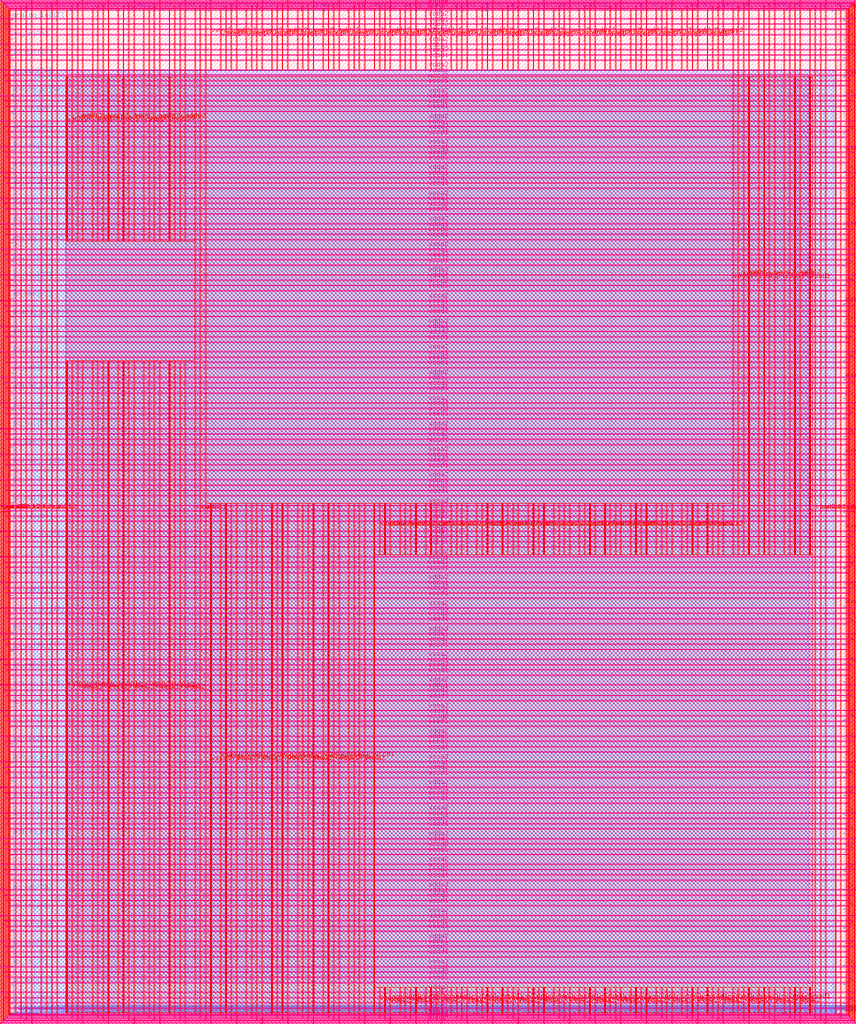
<source format=lef>
VERSION 5.7 ;
  NOWIREEXTENSIONATPIN ON ;
  DIVIDERCHAR "/" ;
  BUSBITCHARS "[]" ;
MACRO user_project_wrapper
  CLASS BLOCK ;
  FOREIGN user_project_wrapper ;
  ORIGIN 0.000 0.000 ;
  SIZE 2920.000 BY 3520.000 ;
  PIN analog_io[0]
    DIRECTION INOUT ;
    USE SIGNAL ;
    PORT
      LAYER met3 ;
        RECT 2917.600 1426.380 2924.800 1427.580 ;
    END
  END analog_io[0]
  PIN analog_io[10]
    DIRECTION INOUT ;
    USE SIGNAL ;
    PORT
      LAYER met2 ;
        RECT 2230.490 3517.600 2231.050 3524.800 ;
    END
  END analog_io[10]
  PIN analog_io[11]
    DIRECTION INOUT ;
    USE SIGNAL ;
    PORT
      LAYER met2 ;
        RECT 1905.730 3517.600 1906.290 3524.800 ;
    END
  END analog_io[11]
  PIN analog_io[12]
    DIRECTION INOUT ;
    USE SIGNAL ;
    PORT
      LAYER met2 ;
        RECT 1581.430 3517.600 1581.990 3524.800 ;
    END
  END analog_io[12]
  PIN analog_io[13]
    DIRECTION INOUT ;
    USE SIGNAL ;
    PORT
      LAYER met2 ;
        RECT 1257.130 3517.600 1257.690 3524.800 ;
    END
  END analog_io[13]
  PIN analog_io[14]
    DIRECTION INOUT ;
    USE SIGNAL ;
    PORT
      LAYER met2 ;
        RECT 932.370 3517.600 932.930 3524.800 ;
    END
  END analog_io[14]
  PIN analog_io[15]
    DIRECTION INOUT ;
    USE SIGNAL ;
    PORT
      LAYER met2 ;
        RECT 608.070 3517.600 608.630 3524.800 ;
    END
  END analog_io[15]
  PIN analog_io[16]
    DIRECTION INOUT ;
    USE SIGNAL ;
    PORT
      LAYER met2 ;
        RECT 283.770 3517.600 284.330 3524.800 ;
    END
  END analog_io[16]
  PIN analog_io[17]
    DIRECTION INOUT ;
    USE SIGNAL ;
    PORT
      LAYER met3 ;
        RECT -4.800 3486.100 2.400 3487.300 ;
    END
  END analog_io[17]
  PIN analog_io[18]
    DIRECTION INOUT ;
    USE SIGNAL ;
    PORT
      LAYER met3 ;
        RECT -4.800 3224.980 2.400 3226.180 ;
    END
  END analog_io[18]
  PIN analog_io[19]
    DIRECTION INOUT ;
    USE SIGNAL ;
    PORT
      LAYER met3 ;
        RECT -4.800 2964.540 2.400 2965.740 ;
    END
  END analog_io[19]
  PIN analog_io[1]
    DIRECTION INOUT ;
    USE SIGNAL ;
    PORT
      LAYER met3 ;
        RECT 2917.600 1692.260 2924.800 1693.460 ;
    END
  END analog_io[1]
  PIN analog_io[20]
    DIRECTION INOUT ;
    USE SIGNAL ;
    PORT
      LAYER met3 ;
        RECT -4.800 2703.420 2.400 2704.620 ;
    END
  END analog_io[20]
  PIN analog_io[21]
    DIRECTION INOUT ;
    USE SIGNAL ;
    PORT
      LAYER met3 ;
        RECT -4.800 2442.980 2.400 2444.180 ;
    END
  END analog_io[21]
  PIN analog_io[22]
    DIRECTION INOUT ;
    USE SIGNAL ;
    PORT
      LAYER met3 ;
        RECT -4.800 2182.540 2.400 2183.740 ;
    END
  END analog_io[22]
  PIN analog_io[23]
    DIRECTION INOUT ;
    USE SIGNAL ;
    PORT
      LAYER met3 ;
        RECT -4.800 1921.420 2.400 1922.620 ;
    END
  END analog_io[23]
  PIN analog_io[24]
    DIRECTION INOUT ;
    USE SIGNAL ;
    PORT
      LAYER met3 ;
        RECT -4.800 1660.980 2.400 1662.180 ;
    END
  END analog_io[24]
  PIN analog_io[25]
    DIRECTION INOUT ;
    USE SIGNAL ;
    PORT
      LAYER met3 ;
        RECT -4.800 1399.860 2.400 1401.060 ;
    END
  END analog_io[25]
  PIN analog_io[26]
    DIRECTION INOUT ;
    USE SIGNAL ;
    PORT
      LAYER met3 ;
        RECT -4.800 1139.420 2.400 1140.620 ;
    END
  END analog_io[26]
  PIN analog_io[27]
    DIRECTION INOUT ;
    USE SIGNAL ;
    PORT
      LAYER met3 ;
        RECT -4.800 878.980 2.400 880.180 ;
    END
  END analog_io[27]
  PIN analog_io[28]
    DIRECTION INOUT ;
    USE SIGNAL ;
    PORT
      LAYER met3 ;
        RECT -4.800 617.860 2.400 619.060 ;
    END
  END analog_io[28]
  PIN analog_io[2]
    DIRECTION INOUT ;
    USE SIGNAL ;
    PORT
      LAYER met3 ;
        RECT 2917.600 1958.140 2924.800 1959.340 ;
    END
  END analog_io[2]
  PIN analog_io[3]
    DIRECTION INOUT ;
    USE SIGNAL ;
    PORT
      LAYER met3 ;
        RECT 2917.600 2223.340 2924.800 2224.540 ;
    END
  END analog_io[3]
  PIN analog_io[4]
    DIRECTION INOUT ;
    USE SIGNAL ;
    PORT
      LAYER met3 ;
        RECT 2917.600 2489.220 2924.800 2490.420 ;
    END
  END analog_io[4]
  PIN analog_io[5]
    DIRECTION INOUT ;
    USE SIGNAL ;
    PORT
      LAYER met3 ;
        RECT 2917.600 2755.100 2924.800 2756.300 ;
    END
  END analog_io[5]
  PIN analog_io[6]
    DIRECTION INOUT ;
    USE SIGNAL ;
    PORT
      LAYER met3 ;
        RECT 2917.600 3020.300 2924.800 3021.500 ;
    END
  END analog_io[6]
  PIN analog_io[7]
    DIRECTION INOUT ;
    USE SIGNAL ;
    PORT
      LAYER met3 ;
        RECT 2917.600 3286.180 2924.800 3287.380 ;
    END
  END analog_io[7]
  PIN analog_io[8]
    DIRECTION INOUT ;
    USE SIGNAL ;
    PORT
      LAYER met2 ;
        RECT 2879.090 3517.600 2879.650 3524.800 ;
    END
  END analog_io[8]
  PIN analog_io[9]
    DIRECTION INOUT ;
    USE SIGNAL ;
    PORT
      LAYER met2 ;
        RECT 2554.790 3517.600 2555.350 3524.800 ;
    END
  END analog_io[9]
  PIN io_in[0]
    DIRECTION INPUT ;
    USE SIGNAL ;
    PORT
      LAYER met3 ;
        RECT 2917.600 32.380 2924.800 33.580 ;
    END
  END io_in[0]
  PIN io_in[10]
    DIRECTION INPUT ;
    USE SIGNAL ;
    PORT
      LAYER met3 ;
        RECT 2917.600 2289.980 2924.800 2291.180 ;
    END
  END io_in[10]
  PIN io_in[11]
    DIRECTION INPUT ;
    USE SIGNAL ;
    PORT
      LAYER met3 ;
        RECT 2917.600 2555.860 2924.800 2557.060 ;
    END
  END io_in[11]
  PIN io_in[12]
    DIRECTION INPUT ;
    USE SIGNAL ;
    PORT
      LAYER met3 ;
        RECT 2917.600 2821.060 2924.800 2822.260 ;
    END
  END io_in[12]
  PIN io_in[13]
    DIRECTION INPUT ;
    USE SIGNAL ;
    PORT
      LAYER met3 ;
        RECT 2917.600 3086.940 2924.800 3088.140 ;
    END
  END io_in[13]
  PIN io_in[14]
    DIRECTION INPUT ;
    USE SIGNAL ;
    PORT
      LAYER met3 ;
        RECT 2917.600 3352.820 2924.800 3354.020 ;
    END
  END io_in[14]
  PIN io_in[15]
    DIRECTION INPUT ;
    USE SIGNAL ;
    PORT
      LAYER met2 ;
        RECT 2798.130 3517.600 2798.690 3524.800 ;
    END
  END io_in[15]
  PIN io_in[16]
    DIRECTION INPUT ;
    USE SIGNAL ;
    PORT
      LAYER met2 ;
        RECT 2473.830 3517.600 2474.390 3524.800 ;
    END
  END io_in[16]
  PIN io_in[17]
    DIRECTION INPUT ;
    USE SIGNAL ;
    PORT
      LAYER met2 ;
        RECT 2149.070 3517.600 2149.630 3524.800 ;
    END
  END io_in[17]
  PIN io_in[18]
    DIRECTION INPUT ;
    USE SIGNAL ;
    PORT
      LAYER met2 ;
        RECT 1824.770 3517.600 1825.330 3524.800 ;
    END
  END io_in[18]
  PIN io_in[19]
    DIRECTION INPUT ;
    USE SIGNAL ;
    PORT
      LAYER met2 ;
        RECT 1500.470 3517.600 1501.030 3524.800 ;
    END
  END io_in[19]
  PIN io_in[1]
    DIRECTION INPUT ;
    USE SIGNAL ;
    PORT
      LAYER met3 ;
        RECT 2917.600 230.940 2924.800 232.140 ;
    END
  END io_in[1]
  PIN io_in[20]
    DIRECTION INPUT ;
    USE SIGNAL ;
    PORT
      LAYER met2 ;
        RECT 1175.710 3517.600 1176.270 3524.800 ;
    END
  END io_in[20]
  PIN io_in[21]
    DIRECTION INPUT ;
    USE SIGNAL ;
    PORT
      LAYER met2 ;
        RECT 851.410 3517.600 851.970 3524.800 ;
    END
  END io_in[21]
  PIN io_in[22]
    DIRECTION INPUT ;
    USE SIGNAL ;
    PORT
      LAYER met2 ;
        RECT 527.110 3517.600 527.670 3524.800 ;
    END
  END io_in[22]
  PIN io_in[23]
    DIRECTION INPUT ;
    USE SIGNAL ;
    PORT
      LAYER met2 ;
        RECT 202.350 3517.600 202.910 3524.800 ;
    END
  END io_in[23]
  PIN io_in[24]
    DIRECTION INPUT ;
    USE SIGNAL ;
    PORT
      LAYER met3 ;
        RECT -4.800 3420.820 2.400 3422.020 ;
    END
  END io_in[24]
  PIN io_in[25]
    DIRECTION INPUT ;
    USE SIGNAL ;
    PORT
      LAYER met3 ;
        RECT -4.800 3159.700 2.400 3160.900 ;
    END
  END io_in[25]
  PIN io_in[26]
    DIRECTION INPUT ;
    USE SIGNAL ;
    PORT
      LAYER met3 ;
        RECT -4.800 2899.260 2.400 2900.460 ;
    END
  END io_in[26]
  PIN io_in[27]
    DIRECTION INPUT ;
    USE SIGNAL ;
    PORT
      LAYER met3 ;
        RECT -4.800 2638.820 2.400 2640.020 ;
    END
  END io_in[27]
  PIN io_in[28]
    DIRECTION INPUT ;
    USE SIGNAL ;
    PORT
      LAYER met3 ;
        RECT -4.800 2377.700 2.400 2378.900 ;
    END
  END io_in[28]
  PIN io_in[29]
    DIRECTION INPUT ;
    USE SIGNAL ;
    PORT
      LAYER met3 ;
        RECT -4.800 2117.260 2.400 2118.460 ;
    END
  END io_in[29]
  PIN io_in[2]
    DIRECTION INPUT ;
    USE SIGNAL ;
    PORT
      LAYER met3 ;
        RECT 2917.600 430.180 2924.800 431.380 ;
    END
  END io_in[2]
  PIN io_in[30]
    DIRECTION INPUT ;
    USE SIGNAL ;
    PORT
      LAYER met3 ;
        RECT -4.800 1856.140 2.400 1857.340 ;
    END
  END io_in[30]
  PIN io_in[31]
    DIRECTION INPUT ;
    USE SIGNAL ;
    PORT
      LAYER met3 ;
        RECT -4.800 1595.700 2.400 1596.900 ;
    END
  END io_in[31]
  PIN io_in[32]
    DIRECTION INPUT ;
    USE SIGNAL ;
    PORT
      LAYER met3 ;
        RECT -4.800 1335.260 2.400 1336.460 ;
    END
  END io_in[32]
  PIN io_in[33]
    DIRECTION INPUT ;
    USE SIGNAL ;
    PORT
      LAYER met3 ;
        RECT -4.800 1074.140 2.400 1075.340 ;
    END
  END io_in[33]
  PIN io_in[34]
    DIRECTION INPUT ;
    USE SIGNAL ;
    PORT
      LAYER met3 ;
        RECT -4.800 813.700 2.400 814.900 ;
    END
  END io_in[34]
  PIN io_in[35]
    DIRECTION INPUT ;
    USE SIGNAL ;
    PORT
      LAYER met3 ;
        RECT -4.800 552.580 2.400 553.780 ;
    END
  END io_in[35]
  PIN io_in[36]
    DIRECTION INPUT ;
    USE SIGNAL ;
    PORT
      LAYER met3 ;
        RECT -4.800 357.420 2.400 358.620 ;
    END
  END io_in[36]
  PIN io_in[37]
    DIRECTION INPUT ;
    USE SIGNAL ;
    PORT
      LAYER met3 ;
        RECT -4.800 161.580 2.400 162.780 ;
    END
  END io_in[37]
  PIN io_in[3]
    DIRECTION INPUT ;
    USE SIGNAL ;
    PORT
      LAYER met3 ;
        RECT 2917.600 629.420 2924.800 630.620 ;
    END
  END io_in[3]
  PIN io_in[4]
    DIRECTION INPUT ;
    USE SIGNAL ;
    PORT
      LAYER met3 ;
        RECT 2917.600 828.660 2924.800 829.860 ;
    END
  END io_in[4]
  PIN io_in[5]
    DIRECTION INPUT ;
    USE SIGNAL ;
    PORT
      LAYER met3 ;
        RECT 2917.600 1027.900 2924.800 1029.100 ;
    END
  END io_in[5]
  PIN io_in[6]
    DIRECTION INPUT ;
    USE SIGNAL ;
    PORT
      LAYER met3 ;
        RECT 2917.600 1227.140 2924.800 1228.340 ;
    END
  END io_in[6]
  PIN io_in[7]
    DIRECTION INPUT ;
    USE SIGNAL ;
    PORT
      LAYER met3 ;
        RECT 2917.600 1493.020 2924.800 1494.220 ;
    END
  END io_in[7]
  PIN io_in[8]
    DIRECTION INPUT ;
    USE SIGNAL ;
    PORT
      LAYER met3 ;
        RECT 2917.600 1758.900 2924.800 1760.100 ;
    END
  END io_in[8]
  PIN io_in[9]
    DIRECTION INPUT ;
    USE SIGNAL ;
    PORT
      LAYER met3 ;
        RECT 2917.600 2024.100 2924.800 2025.300 ;
    END
  END io_in[9]
  PIN io_oeb[0]
    DIRECTION OUTPUT TRISTATE ;
    USE SIGNAL ;
    PORT
      LAYER met3 ;
        RECT 2917.600 164.980 2924.800 166.180 ;
    END
  END io_oeb[0]
  PIN io_oeb[10]
    DIRECTION OUTPUT TRISTATE ;
    USE SIGNAL ;
    PORT
      LAYER met3 ;
        RECT 2917.600 2422.580 2924.800 2423.780 ;
    END
  END io_oeb[10]
  PIN io_oeb[11]
    DIRECTION OUTPUT TRISTATE ;
    USE SIGNAL ;
    PORT
      LAYER met3 ;
        RECT 2917.600 2688.460 2924.800 2689.660 ;
    END
  END io_oeb[11]
  PIN io_oeb[12]
    DIRECTION OUTPUT TRISTATE ;
    USE SIGNAL ;
    PORT
      LAYER met3 ;
        RECT 2917.600 2954.340 2924.800 2955.540 ;
    END
  END io_oeb[12]
  PIN io_oeb[13]
    DIRECTION OUTPUT TRISTATE ;
    USE SIGNAL ;
    PORT
      LAYER met3 ;
        RECT 2917.600 3219.540 2924.800 3220.740 ;
    END
  END io_oeb[13]
  PIN io_oeb[14]
    DIRECTION OUTPUT TRISTATE ;
    USE SIGNAL ;
    PORT
      LAYER met3 ;
        RECT 2917.600 3485.420 2924.800 3486.620 ;
    END
  END io_oeb[14]
  PIN io_oeb[15]
    DIRECTION OUTPUT TRISTATE ;
    USE SIGNAL ;
    PORT
      LAYER met2 ;
        RECT 2635.750 3517.600 2636.310 3524.800 ;
    END
  END io_oeb[15]
  PIN io_oeb[16]
    DIRECTION OUTPUT TRISTATE ;
    USE SIGNAL ;
    PORT
      LAYER met2 ;
        RECT 2311.450 3517.600 2312.010 3524.800 ;
    END
  END io_oeb[16]
  PIN io_oeb[17]
    DIRECTION OUTPUT TRISTATE ;
    USE SIGNAL ;
    PORT
      LAYER met2 ;
        RECT 1987.150 3517.600 1987.710 3524.800 ;
    END
  END io_oeb[17]
  PIN io_oeb[18]
    DIRECTION OUTPUT TRISTATE ;
    USE SIGNAL ;
    PORT
      LAYER met2 ;
        RECT 1662.390 3517.600 1662.950 3524.800 ;
    END
  END io_oeb[18]
  PIN io_oeb[19]
    DIRECTION OUTPUT TRISTATE ;
    USE SIGNAL ;
    PORT
      LAYER met2 ;
        RECT 1338.090 3517.600 1338.650 3524.800 ;
    END
  END io_oeb[19]
  PIN io_oeb[1]
    DIRECTION OUTPUT TRISTATE ;
    USE SIGNAL ;
    PORT
      LAYER met3 ;
        RECT 2917.600 364.220 2924.800 365.420 ;
    END
  END io_oeb[1]
  PIN io_oeb[20]
    DIRECTION OUTPUT TRISTATE ;
    USE SIGNAL ;
    PORT
      LAYER met2 ;
        RECT 1013.790 3517.600 1014.350 3524.800 ;
    END
  END io_oeb[20]
  PIN io_oeb[21]
    DIRECTION OUTPUT TRISTATE ;
    USE SIGNAL ;
    PORT
      LAYER met2 ;
        RECT 689.030 3517.600 689.590 3524.800 ;
    END
  END io_oeb[21]
  PIN io_oeb[22]
    DIRECTION OUTPUT TRISTATE ;
    USE SIGNAL ;
    PORT
      LAYER met2 ;
        RECT 364.730 3517.600 365.290 3524.800 ;
    END
  END io_oeb[22]
  PIN io_oeb[23]
    DIRECTION OUTPUT TRISTATE ;
    USE SIGNAL ;
    PORT
      LAYER met2 ;
        RECT 40.430 3517.600 40.990 3524.800 ;
    END
  END io_oeb[23]
  PIN io_oeb[24]
    DIRECTION OUTPUT TRISTATE ;
    USE SIGNAL ;
    PORT
      LAYER met3 ;
        RECT -4.800 3290.260 2.400 3291.460 ;
    END
  END io_oeb[24]
  PIN io_oeb[25]
    DIRECTION OUTPUT TRISTATE ;
    USE SIGNAL ;
    PORT
      LAYER met3 ;
        RECT -4.800 3029.820 2.400 3031.020 ;
    END
  END io_oeb[25]
  PIN io_oeb[26]
    DIRECTION OUTPUT TRISTATE ;
    USE SIGNAL ;
    PORT
      LAYER met3 ;
        RECT -4.800 2768.700 2.400 2769.900 ;
    END
  END io_oeb[26]
  PIN io_oeb[27]
    DIRECTION OUTPUT TRISTATE ;
    USE SIGNAL ;
    PORT
      LAYER met3 ;
        RECT -4.800 2508.260 2.400 2509.460 ;
    END
  END io_oeb[27]
  PIN io_oeb[28]
    DIRECTION OUTPUT TRISTATE ;
    USE SIGNAL ;
    PORT
      LAYER met3 ;
        RECT -4.800 2247.140 2.400 2248.340 ;
    END
  END io_oeb[28]
  PIN io_oeb[29]
    DIRECTION OUTPUT TRISTATE ;
    USE SIGNAL ;
    PORT
      LAYER met3 ;
        RECT -4.800 1986.700 2.400 1987.900 ;
    END
  END io_oeb[29]
  PIN io_oeb[2]
    DIRECTION OUTPUT TRISTATE ;
    USE SIGNAL ;
    PORT
      LAYER met3 ;
        RECT 2917.600 563.460 2924.800 564.660 ;
    END
  END io_oeb[2]
  PIN io_oeb[30]
    DIRECTION OUTPUT TRISTATE ;
    USE SIGNAL ;
    PORT
      LAYER met3 ;
        RECT -4.800 1726.260 2.400 1727.460 ;
    END
  END io_oeb[30]
  PIN io_oeb[31]
    DIRECTION OUTPUT TRISTATE ;
    USE SIGNAL ;
    PORT
      LAYER met3 ;
        RECT -4.800 1465.140 2.400 1466.340 ;
    END
  END io_oeb[31]
  PIN io_oeb[32]
    DIRECTION OUTPUT TRISTATE ;
    USE SIGNAL ;
    PORT
      LAYER met3 ;
        RECT -4.800 1204.700 2.400 1205.900 ;
    END
  END io_oeb[32]
  PIN io_oeb[33]
    DIRECTION OUTPUT TRISTATE ;
    USE SIGNAL ;
    PORT
      LAYER met3 ;
        RECT -4.800 943.580 2.400 944.780 ;
    END
  END io_oeb[33]
  PIN io_oeb[34]
    DIRECTION OUTPUT TRISTATE ;
    USE SIGNAL ;
    PORT
      LAYER met3 ;
        RECT -4.800 683.140 2.400 684.340 ;
    END
  END io_oeb[34]
  PIN io_oeb[35]
    DIRECTION OUTPUT TRISTATE ;
    USE SIGNAL ;
    PORT
      LAYER met3 ;
        RECT -4.800 422.700 2.400 423.900 ;
    END
  END io_oeb[35]
  PIN io_oeb[36]
    DIRECTION OUTPUT TRISTATE ;
    USE SIGNAL ;
    PORT
      LAYER met3 ;
        RECT -4.800 226.860 2.400 228.060 ;
    END
  END io_oeb[36]
  PIN io_oeb[37]
    DIRECTION OUTPUT TRISTATE ;
    USE SIGNAL ;
    PORT
      LAYER met3 ;
        RECT -4.800 31.700 2.400 32.900 ;
    END
  END io_oeb[37]
  PIN io_oeb[3]
    DIRECTION OUTPUT TRISTATE ;
    USE SIGNAL ;
    PORT
      LAYER met3 ;
        RECT 2917.600 762.700 2924.800 763.900 ;
    END
  END io_oeb[3]
  PIN io_oeb[4]
    DIRECTION OUTPUT TRISTATE ;
    USE SIGNAL ;
    PORT
      LAYER met3 ;
        RECT 2917.600 961.940 2924.800 963.140 ;
    END
  END io_oeb[4]
  PIN io_oeb[5]
    DIRECTION OUTPUT TRISTATE ;
    USE SIGNAL ;
    PORT
      LAYER met3 ;
        RECT 2917.600 1161.180 2924.800 1162.380 ;
    END
  END io_oeb[5]
  PIN io_oeb[6]
    DIRECTION OUTPUT TRISTATE ;
    USE SIGNAL ;
    PORT
      LAYER met3 ;
        RECT 2917.600 1360.420 2924.800 1361.620 ;
    END
  END io_oeb[6]
  PIN io_oeb[7]
    DIRECTION OUTPUT TRISTATE ;
    USE SIGNAL ;
    PORT
      LAYER met3 ;
        RECT 2917.600 1625.620 2924.800 1626.820 ;
    END
  END io_oeb[7]
  PIN io_oeb[8]
    DIRECTION OUTPUT TRISTATE ;
    USE SIGNAL ;
    PORT
      LAYER met3 ;
        RECT 2917.600 1891.500 2924.800 1892.700 ;
    END
  END io_oeb[8]
  PIN io_oeb[9]
    DIRECTION OUTPUT TRISTATE ;
    USE SIGNAL ;
    PORT
      LAYER met3 ;
        RECT 2917.600 2157.380 2924.800 2158.580 ;
    END
  END io_oeb[9]
  PIN io_out[0]
    DIRECTION OUTPUT TRISTATE ;
    USE SIGNAL ;
    PORT
      LAYER met3 ;
        RECT 2917.600 98.340 2924.800 99.540 ;
    END
  END io_out[0]
  PIN io_out[10]
    DIRECTION OUTPUT TRISTATE ;
    USE SIGNAL ;
    PORT
      LAYER met3 ;
        RECT 2917.600 2356.620 2924.800 2357.820 ;
    END
  END io_out[10]
  PIN io_out[11]
    DIRECTION OUTPUT TRISTATE ;
    USE SIGNAL ;
    PORT
      LAYER met3 ;
        RECT 2917.600 2621.820 2924.800 2623.020 ;
    END
  END io_out[11]
  PIN io_out[12]
    DIRECTION OUTPUT TRISTATE ;
    USE SIGNAL ;
    PORT
      LAYER met3 ;
        RECT 2917.600 2887.700 2924.800 2888.900 ;
    END
  END io_out[12]
  PIN io_out[13]
    DIRECTION OUTPUT TRISTATE ;
    USE SIGNAL ;
    PORT
      LAYER met3 ;
        RECT 2917.600 3153.580 2924.800 3154.780 ;
    END
  END io_out[13]
  PIN io_out[14]
    DIRECTION OUTPUT TRISTATE ;
    USE SIGNAL ;
    PORT
      LAYER met3 ;
        RECT 2917.600 3418.780 2924.800 3419.980 ;
    END
  END io_out[14]
  PIN io_out[15]
    DIRECTION OUTPUT TRISTATE ;
    USE SIGNAL ;
    PORT
      LAYER met2 ;
        RECT 2717.170 3517.600 2717.730 3524.800 ;
    END
  END io_out[15]
  PIN io_out[16]
    DIRECTION OUTPUT TRISTATE ;
    USE SIGNAL ;
    PORT
      LAYER met2 ;
        RECT 2392.410 3517.600 2392.970 3524.800 ;
    END
  END io_out[16]
  PIN io_out[17]
    DIRECTION OUTPUT TRISTATE ;
    USE SIGNAL ;
    PORT
      LAYER met2 ;
        RECT 2068.110 3517.600 2068.670 3524.800 ;
    END
  END io_out[17]
  PIN io_out[18]
    DIRECTION OUTPUT TRISTATE ;
    USE SIGNAL ;
    PORT
      LAYER met2 ;
        RECT 1743.810 3517.600 1744.370 3524.800 ;
    END
  END io_out[18]
  PIN io_out[19]
    DIRECTION OUTPUT TRISTATE ;
    USE SIGNAL ;
    PORT
      LAYER met2 ;
        RECT 1419.050 3517.600 1419.610 3524.800 ;
    END
  END io_out[19]
  PIN io_out[1]
    DIRECTION OUTPUT TRISTATE ;
    USE SIGNAL ;
    PORT
      LAYER met3 ;
        RECT 2917.600 297.580 2924.800 298.780 ;
    END
  END io_out[1]
  PIN io_out[20]
    DIRECTION OUTPUT TRISTATE ;
    USE SIGNAL ;
    PORT
      LAYER met2 ;
        RECT 1094.750 3517.600 1095.310 3524.800 ;
    END
  END io_out[20]
  PIN io_out[21]
    DIRECTION OUTPUT TRISTATE ;
    USE SIGNAL ;
    PORT
      LAYER met2 ;
        RECT 770.450 3517.600 771.010 3524.800 ;
    END
  END io_out[21]
  PIN io_out[22]
    DIRECTION OUTPUT TRISTATE ;
    USE SIGNAL ;
    PORT
      LAYER met2 ;
        RECT 445.690 3517.600 446.250 3524.800 ;
    END
  END io_out[22]
  PIN io_out[23]
    DIRECTION OUTPUT TRISTATE ;
    USE SIGNAL ;
    PORT
      LAYER met2 ;
        RECT 121.390 3517.600 121.950 3524.800 ;
    END
  END io_out[23]
  PIN io_out[24]
    DIRECTION OUTPUT TRISTATE ;
    USE SIGNAL ;
    PORT
      LAYER met3 ;
        RECT -4.800 3355.540 2.400 3356.740 ;
    END
  END io_out[24]
  PIN io_out[25]
    DIRECTION OUTPUT TRISTATE ;
    USE SIGNAL ;
    PORT
      LAYER met3 ;
        RECT -4.800 3095.100 2.400 3096.300 ;
    END
  END io_out[25]
  PIN io_out[26]
    DIRECTION OUTPUT TRISTATE ;
    USE SIGNAL ;
    PORT
      LAYER met3 ;
        RECT -4.800 2833.980 2.400 2835.180 ;
    END
  END io_out[26]
  PIN io_out[27]
    DIRECTION OUTPUT TRISTATE ;
    USE SIGNAL ;
    PORT
      LAYER met3 ;
        RECT -4.800 2573.540 2.400 2574.740 ;
    END
  END io_out[27]
  PIN io_out[28]
    DIRECTION OUTPUT TRISTATE ;
    USE SIGNAL ;
    PORT
      LAYER met3 ;
        RECT -4.800 2312.420 2.400 2313.620 ;
    END
  END io_out[28]
  PIN io_out[29]
    DIRECTION OUTPUT TRISTATE ;
    USE SIGNAL ;
    PORT
      LAYER met3 ;
        RECT -4.800 2051.980 2.400 2053.180 ;
    END
  END io_out[29]
  PIN io_out[2]
    DIRECTION OUTPUT TRISTATE ;
    USE SIGNAL ;
    PORT
      LAYER met3 ;
        RECT 2917.600 496.820 2924.800 498.020 ;
    END
  END io_out[2]
  PIN io_out[30]
    DIRECTION OUTPUT TRISTATE ;
    USE SIGNAL ;
    PORT
      LAYER met3 ;
        RECT -4.800 1791.540 2.400 1792.740 ;
    END
  END io_out[30]
  PIN io_out[31]
    DIRECTION OUTPUT TRISTATE ;
    USE SIGNAL ;
    PORT
      LAYER met3 ;
        RECT -4.800 1530.420 2.400 1531.620 ;
    END
  END io_out[31]
  PIN io_out[32]
    DIRECTION OUTPUT TRISTATE ;
    USE SIGNAL ;
    PORT
      LAYER met3 ;
        RECT -4.800 1269.980 2.400 1271.180 ;
    END
  END io_out[32]
  PIN io_out[33]
    DIRECTION OUTPUT TRISTATE ;
    USE SIGNAL ;
    PORT
      LAYER met3 ;
        RECT -4.800 1008.860 2.400 1010.060 ;
    END
  END io_out[33]
  PIN io_out[34]
    DIRECTION OUTPUT TRISTATE ;
    USE SIGNAL ;
    PORT
      LAYER met3 ;
        RECT -4.800 748.420 2.400 749.620 ;
    END
  END io_out[34]
  PIN io_out[35]
    DIRECTION OUTPUT TRISTATE ;
    USE SIGNAL ;
    PORT
      LAYER met3 ;
        RECT -4.800 487.300 2.400 488.500 ;
    END
  END io_out[35]
  PIN io_out[36]
    DIRECTION OUTPUT TRISTATE ;
    USE SIGNAL ;
    PORT
      LAYER met3 ;
        RECT -4.800 292.140 2.400 293.340 ;
    END
  END io_out[36]
  PIN io_out[37]
    DIRECTION OUTPUT TRISTATE ;
    USE SIGNAL ;
    PORT
      LAYER met3 ;
        RECT -4.800 96.300 2.400 97.500 ;
    END
  END io_out[37]
  PIN io_out[3]
    DIRECTION OUTPUT TRISTATE ;
    USE SIGNAL ;
    PORT
      LAYER met3 ;
        RECT 2917.600 696.060 2924.800 697.260 ;
    END
  END io_out[3]
  PIN io_out[4]
    DIRECTION OUTPUT TRISTATE ;
    USE SIGNAL ;
    PORT
      LAYER met3 ;
        RECT 2917.600 895.300 2924.800 896.500 ;
    END
  END io_out[4]
  PIN io_out[5]
    DIRECTION OUTPUT TRISTATE ;
    USE SIGNAL ;
    PORT
      LAYER met3 ;
        RECT 2917.600 1094.540 2924.800 1095.740 ;
    END
  END io_out[5]
  PIN io_out[6]
    DIRECTION OUTPUT TRISTATE ;
    USE SIGNAL ;
    PORT
      LAYER met3 ;
        RECT 2917.600 1293.780 2924.800 1294.980 ;
    END
  END io_out[6]
  PIN io_out[7]
    DIRECTION OUTPUT TRISTATE ;
    USE SIGNAL ;
    PORT
      LAYER met3 ;
        RECT 2917.600 1559.660 2924.800 1560.860 ;
    END
  END io_out[7]
  PIN io_out[8]
    DIRECTION OUTPUT TRISTATE ;
    USE SIGNAL ;
    PORT
      LAYER met3 ;
        RECT 2917.600 1824.860 2924.800 1826.060 ;
    END
  END io_out[8]
  PIN io_out[9]
    DIRECTION OUTPUT TRISTATE ;
    USE SIGNAL ;
    PORT
      LAYER met3 ;
        RECT 2917.600 2090.740 2924.800 2091.940 ;
    END
  END io_out[9]
  PIN la_data_in[0]
    DIRECTION INPUT ;
    USE SIGNAL ;
    PORT
      LAYER met2 ;
        RECT 629.230 -4.800 629.790 2.400 ;
    END
  END la_data_in[0]
  PIN la_data_in[100]
    DIRECTION INPUT ;
    USE SIGNAL ;
    PORT
      LAYER met2 ;
        RECT 2402.530 -4.800 2403.090 2.400 ;
    END
  END la_data_in[100]
  PIN la_data_in[101]
    DIRECTION INPUT ;
    USE SIGNAL ;
    PORT
      LAYER met2 ;
        RECT 2420.010 -4.800 2420.570 2.400 ;
    END
  END la_data_in[101]
  PIN la_data_in[102]
    DIRECTION INPUT ;
    USE SIGNAL ;
    PORT
      LAYER met2 ;
        RECT 2437.950 -4.800 2438.510 2.400 ;
    END
  END la_data_in[102]
  PIN la_data_in[103]
    DIRECTION INPUT ;
    USE SIGNAL ;
    PORT
      LAYER met2 ;
        RECT 2455.430 -4.800 2455.990 2.400 ;
    END
  END la_data_in[103]
  PIN la_data_in[104]
    DIRECTION INPUT ;
    USE SIGNAL ;
    PORT
      LAYER met2 ;
        RECT 2473.370 -4.800 2473.930 2.400 ;
    END
  END la_data_in[104]
  PIN la_data_in[105]
    DIRECTION INPUT ;
    USE SIGNAL ;
    PORT
      LAYER met2 ;
        RECT 2490.850 -4.800 2491.410 2.400 ;
    END
  END la_data_in[105]
  PIN la_data_in[106]
    DIRECTION INPUT ;
    USE SIGNAL ;
    PORT
      LAYER met2 ;
        RECT 2508.790 -4.800 2509.350 2.400 ;
    END
  END la_data_in[106]
  PIN la_data_in[107]
    DIRECTION INPUT ;
    USE SIGNAL ;
    PORT
      LAYER met2 ;
        RECT 2526.730 -4.800 2527.290 2.400 ;
    END
  END la_data_in[107]
  PIN la_data_in[108]
    DIRECTION INPUT ;
    USE SIGNAL ;
    PORT
      LAYER met2 ;
        RECT 2544.210 -4.800 2544.770 2.400 ;
    END
  END la_data_in[108]
  PIN la_data_in[109]
    DIRECTION INPUT ;
    USE SIGNAL ;
    PORT
      LAYER met2 ;
        RECT 2562.150 -4.800 2562.710 2.400 ;
    END
  END la_data_in[109]
  PIN la_data_in[10]
    DIRECTION INPUT ;
    USE SIGNAL ;
    PORT
      LAYER met2 ;
        RECT 806.330 -4.800 806.890 2.400 ;
    END
  END la_data_in[10]
  PIN la_data_in[110]
    DIRECTION INPUT ;
    USE SIGNAL ;
    PORT
      LAYER met2 ;
        RECT 2579.630 -4.800 2580.190 2.400 ;
    END
  END la_data_in[110]
  PIN la_data_in[111]
    DIRECTION INPUT ;
    USE SIGNAL ;
    PORT
      LAYER met2 ;
        RECT 2597.570 -4.800 2598.130 2.400 ;
    END
  END la_data_in[111]
  PIN la_data_in[112]
    DIRECTION INPUT ;
    USE SIGNAL ;
    PORT
      LAYER met2 ;
        RECT 2615.050 -4.800 2615.610 2.400 ;
    END
  END la_data_in[112]
  PIN la_data_in[113]
    DIRECTION INPUT ;
    USE SIGNAL ;
    PORT
      LAYER met2 ;
        RECT 2632.990 -4.800 2633.550 2.400 ;
    END
  END la_data_in[113]
  PIN la_data_in[114]
    DIRECTION INPUT ;
    USE SIGNAL ;
    PORT
      LAYER met2 ;
        RECT 2650.470 -4.800 2651.030 2.400 ;
    END
  END la_data_in[114]
  PIN la_data_in[115]
    DIRECTION INPUT ;
    USE SIGNAL ;
    PORT
      LAYER met2 ;
        RECT 2668.410 -4.800 2668.970 2.400 ;
    END
  END la_data_in[115]
  PIN la_data_in[116]
    DIRECTION INPUT ;
    USE SIGNAL ;
    PORT
      LAYER met2 ;
        RECT 2685.890 -4.800 2686.450 2.400 ;
    END
  END la_data_in[116]
  PIN la_data_in[117]
    DIRECTION INPUT ;
    USE SIGNAL ;
    PORT
      LAYER met2 ;
        RECT 2703.830 -4.800 2704.390 2.400 ;
    END
  END la_data_in[117]
  PIN la_data_in[118]
    DIRECTION INPUT ;
    USE SIGNAL ;
    PORT
      LAYER met2 ;
        RECT 2721.770 -4.800 2722.330 2.400 ;
    END
  END la_data_in[118]
  PIN la_data_in[119]
    DIRECTION INPUT ;
    USE SIGNAL ;
    PORT
      LAYER met2 ;
        RECT 2739.250 -4.800 2739.810 2.400 ;
    END
  END la_data_in[119]
  PIN la_data_in[11]
    DIRECTION INPUT ;
    USE SIGNAL ;
    PORT
      LAYER met2 ;
        RECT 824.270 -4.800 824.830 2.400 ;
    END
  END la_data_in[11]
  PIN la_data_in[120]
    DIRECTION INPUT ;
    USE SIGNAL ;
    PORT
      LAYER met2 ;
        RECT 2757.190 -4.800 2757.750 2.400 ;
    END
  END la_data_in[120]
  PIN la_data_in[121]
    DIRECTION INPUT ;
    USE SIGNAL ;
    PORT
      LAYER met2 ;
        RECT 2774.670 -4.800 2775.230 2.400 ;
    END
  END la_data_in[121]
  PIN la_data_in[122]
    DIRECTION INPUT ;
    USE SIGNAL ;
    PORT
      LAYER met2 ;
        RECT 2792.610 -4.800 2793.170 2.400 ;
    END
  END la_data_in[122]
  PIN la_data_in[123]
    DIRECTION INPUT ;
    USE SIGNAL ;
    PORT
      LAYER met2 ;
        RECT 2810.090 -4.800 2810.650 2.400 ;
    END
  END la_data_in[123]
  PIN la_data_in[124]
    DIRECTION INPUT ;
    USE SIGNAL ;
    PORT
      LAYER met2 ;
        RECT 2828.030 -4.800 2828.590 2.400 ;
    END
  END la_data_in[124]
  PIN la_data_in[125]
    DIRECTION INPUT ;
    USE SIGNAL ;
    PORT
      LAYER met2 ;
        RECT 2845.510 -4.800 2846.070 2.400 ;
    END
  END la_data_in[125]
  PIN la_data_in[126]
    DIRECTION INPUT ;
    USE SIGNAL ;
    PORT
      LAYER met2 ;
        RECT 2863.450 -4.800 2864.010 2.400 ;
    END
  END la_data_in[126]
  PIN la_data_in[127]
    DIRECTION INPUT ;
    USE SIGNAL ;
    PORT
      LAYER met2 ;
        RECT 2881.390 -4.800 2881.950 2.400 ;
    END
  END la_data_in[127]
  PIN la_data_in[12]
    DIRECTION INPUT ;
    USE SIGNAL ;
    PORT
      LAYER met2 ;
        RECT 841.750 -4.800 842.310 2.400 ;
    END
  END la_data_in[12]
  PIN la_data_in[13]
    DIRECTION INPUT ;
    USE SIGNAL ;
    PORT
      LAYER met2 ;
        RECT 859.690 -4.800 860.250 2.400 ;
    END
  END la_data_in[13]
  PIN la_data_in[14]
    DIRECTION INPUT ;
    USE SIGNAL ;
    PORT
      LAYER met2 ;
        RECT 877.170 -4.800 877.730 2.400 ;
    END
  END la_data_in[14]
  PIN la_data_in[15]
    DIRECTION INPUT ;
    USE SIGNAL ;
    PORT
      LAYER met2 ;
        RECT 895.110 -4.800 895.670 2.400 ;
    END
  END la_data_in[15]
  PIN la_data_in[16]
    DIRECTION INPUT ;
    USE SIGNAL ;
    PORT
      LAYER met2 ;
        RECT 912.590 -4.800 913.150 2.400 ;
    END
  END la_data_in[16]
  PIN la_data_in[17]
    DIRECTION INPUT ;
    USE SIGNAL ;
    PORT
      LAYER met2 ;
        RECT 930.530 -4.800 931.090 2.400 ;
    END
  END la_data_in[17]
  PIN la_data_in[18]
    DIRECTION INPUT ;
    USE SIGNAL ;
    PORT
      LAYER met2 ;
        RECT 948.470 -4.800 949.030 2.400 ;
    END
  END la_data_in[18]
  PIN la_data_in[19]
    DIRECTION INPUT ;
    USE SIGNAL ;
    PORT
      LAYER met2 ;
        RECT 965.950 -4.800 966.510 2.400 ;
    END
  END la_data_in[19]
  PIN la_data_in[1]
    DIRECTION INPUT ;
    USE SIGNAL ;
    PORT
      LAYER met2 ;
        RECT 646.710 -4.800 647.270 2.400 ;
    END
  END la_data_in[1]
  PIN la_data_in[20]
    DIRECTION INPUT ;
    USE SIGNAL ;
    PORT
      LAYER met2 ;
        RECT 983.890 -4.800 984.450 2.400 ;
    END
  END la_data_in[20]
  PIN la_data_in[21]
    DIRECTION INPUT ;
    USE SIGNAL ;
    PORT
      LAYER met2 ;
        RECT 1001.370 -4.800 1001.930 2.400 ;
    END
  END la_data_in[21]
  PIN la_data_in[22]
    DIRECTION INPUT ;
    USE SIGNAL ;
    PORT
      LAYER met2 ;
        RECT 1019.310 -4.800 1019.870 2.400 ;
    END
  END la_data_in[22]
  PIN la_data_in[23]
    DIRECTION INPUT ;
    USE SIGNAL ;
    PORT
      LAYER met2 ;
        RECT 1036.790 -4.800 1037.350 2.400 ;
    END
  END la_data_in[23]
  PIN la_data_in[24]
    DIRECTION INPUT ;
    USE SIGNAL ;
    PORT
      LAYER met2 ;
        RECT 1054.730 -4.800 1055.290 2.400 ;
    END
  END la_data_in[24]
  PIN la_data_in[25]
    DIRECTION INPUT ;
    USE SIGNAL ;
    PORT
      LAYER met2 ;
        RECT 1072.210 -4.800 1072.770 2.400 ;
    END
  END la_data_in[25]
  PIN la_data_in[26]
    DIRECTION INPUT ;
    USE SIGNAL ;
    PORT
      LAYER met2 ;
        RECT 1090.150 -4.800 1090.710 2.400 ;
    END
  END la_data_in[26]
  PIN la_data_in[27]
    DIRECTION INPUT ;
    USE SIGNAL ;
    PORT
      LAYER met2 ;
        RECT 1107.630 -4.800 1108.190 2.400 ;
    END
  END la_data_in[27]
  PIN la_data_in[28]
    DIRECTION INPUT ;
    USE SIGNAL ;
    PORT
      LAYER met2 ;
        RECT 1125.570 -4.800 1126.130 2.400 ;
    END
  END la_data_in[28]
  PIN la_data_in[29]
    DIRECTION INPUT ;
    USE SIGNAL ;
    PORT
      LAYER met2 ;
        RECT 1143.510 -4.800 1144.070 2.400 ;
    END
  END la_data_in[29]
  PIN la_data_in[2]
    DIRECTION INPUT ;
    USE SIGNAL ;
    PORT
      LAYER met2 ;
        RECT 664.650 -4.800 665.210 2.400 ;
    END
  END la_data_in[2]
  PIN la_data_in[30]
    DIRECTION INPUT ;
    USE SIGNAL ;
    PORT
      LAYER met2 ;
        RECT 1160.990 -4.800 1161.550 2.400 ;
    END
  END la_data_in[30]
  PIN la_data_in[31]
    DIRECTION INPUT ;
    USE SIGNAL ;
    PORT
      LAYER met2 ;
        RECT 1178.930 -4.800 1179.490 2.400 ;
    END
  END la_data_in[31]
  PIN la_data_in[32]
    DIRECTION INPUT ;
    USE SIGNAL ;
    PORT
      LAYER met2 ;
        RECT 1196.410 -4.800 1196.970 2.400 ;
    END
  END la_data_in[32]
  PIN la_data_in[33]
    DIRECTION INPUT ;
    USE SIGNAL ;
    PORT
      LAYER met2 ;
        RECT 1214.350 -4.800 1214.910 2.400 ;
    END
  END la_data_in[33]
  PIN la_data_in[34]
    DIRECTION INPUT ;
    USE SIGNAL ;
    PORT
      LAYER met2 ;
        RECT 1231.830 -4.800 1232.390 2.400 ;
    END
  END la_data_in[34]
  PIN la_data_in[35]
    DIRECTION INPUT ;
    USE SIGNAL ;
    PORT
      LAYER met2 ;
        RECT 1249.770 -4.800 1250.330 2.400 ;
    END
  END la_data_in[35]
  PIN la_data_in[36]
    DIRECTION INPUT ;
    USE SIGNAL ;
    PORT
      LAYER met2 ;
        RECT 1267.250 -4.800 1267.810 2.400 ;
    END
  END la_data_in[36]
  PIN la_data_in[37]
    DIRECTION INPUT ;
    USE SIGNAL ;
    PORT
      LAYER met2 ;
        RECT 1285.190 -4.800 1285.750 2.400 ;
    END
  END la_data_in[37]
  PIN la_data_in[38]
    DIRECTION INPUT ;
    USE SIGNAL ;
    PORT
      LAYER met2 ;
        RECT 1303.130 -4.800 1303.690 2.400 ;
    END
  END la_data_in[38]
  PIN la_data_in[39]
    DIRECTION INPUT ;
    USE SIGNAL ;
    PORT
      LAYER met2 ;
        RECT 1320.610 -4.800 1321.170 2.400 ;
    END
  END la_data_in[39]
  PIN la_data_in[3]
    DIRECTION INPUT ;
    USE SIGNAL ;
    PORT
      LAYER met2 ;
        RECT 682.130 -4.800 682.690 2.400 ;
    END
  END la_data_in[3]
  PIN la_data_in[40]
    DIRECTION INPUT ;
    USE SIGNAL ;
    PORT
      LAYER met2 ;
        RECT 1338.550 -4.800 1339.110 2.400 ;
    END
  END la_data_in[40]
  PIN la_data_in[41]
    DIRECTION INPUT ;
    USE SIGNAL ;
    PORT
      LAYER met2 ;
        RECT 1356.030 -4.800 1356.590 2.400 ;
    END
  END la_data_in[41]
  PIN la_data_in[42]
    DIRECTION INPUT ;
    USE SIGNAL ;
    PORT
      LAYER met2 ;
        RECT 1373.970 -4.800 1374.530 2.400 ;
    END
  END la_data_in[42]
  PIN la_data_in[43]
    DIRECTION INPUT ;
    USE SIGNAL ;
    PORT
      LAYER met2 ;
        RECT 1391.450 -4.800 1392.010 2.400 ;
    END
  END la_data_in[43]
  PIN la_data_in[44]
    DIRECTION INPUT ;
    USE SIGNAL ;
    PORT
      LAYER met2 ;
        RECT 1409.390 -4.800 1409.950 2.400 ;
    END
  END la_data_in[44]
  PIN la_data_in[45]
    DIRECTION INPUT ;
    USE SIGNAL ;
    PORT
      LAYER met2 ;
        RECT 1426.870 -4.800 1427.430 2.400 ;
    END
  END la_data_in[45]
  PIN la_data_in[46]
    DIRECTION INPUT ;
    USE SIGNAL ;
    PORT
      LAYER met2 ;
        RECT 1444.810 -4.800 1445.370 2.400 ;
    END
  END la_data_in[46]
  PIN la_data_in[47]
    DIRECTION INPUT ;
    USE SIGNAL ;
    PORT
      LAYER met2 ;
        RECT 1462.750 -4.800 1463.310 2.400 ;
    END
  END la_data_in[47]
  PIN la_data_in[48]
    DIRECTION INPUT ;
    USE SIGNAL ;
    PORT
      LAYER met2 ;
        RECT 1480.230 -4.800 1480.790 2.400 ;
    END
  END la_data_in[48]
  PIN la_data_in[49]
    DIRECTION INPUT ;
    USE SIGNAL ;
    PORT
      LAYER met2 ;
        RECT 1498.170 -4.800 1498.730 2.400 ;
    END
  END la_data_in[49]
  PIN la_data_in[4]
    DIRECTION INPUT ;
    USE SIGNAL ;
    PORT
      LAYER met2 ;
        RECT 700.070 -4.800 700.630 2.400 ;
    END
  END la_data_in[4]
  PIN la_data_in[50]
    DIRECTION INPUT ;
    USE SIGNAL ;
    PORT
      LAYER met2 ;
        RECT 1515.650 -4.800 1516.210 2.400 ;
    END
  END la_data_in[50]
  PIN la_data_in[51]
    DIRECTION INPUT ;
    USE SIGNAL ;
    PORT
      LAYER met2 ;
        RECT 1533.590 -4.800 1534.150 2.400 ;
    END
  END la_data_in[51]
  PIN la_data_in[52]
    DIRECTION INPUT ;
    USE SIGNAL ;
    PORT
      LAYER met2 ;
        RECT 1551.070 -4.800 1551.630 2.400 ;
    END
  END la_data_in[52]
  PIN la_data_in[53]
    DIRECTION INPUT ;
    USE SIGNAL ;
    PORT
      LAYER met2 ;
        RECT 1569.010 -4.800 1569.570 2.400 ;
    END
  END la_data_in[53]
  PIN la_data_in[54]
    DIRECTION INPUT ;
    USE SIGNAL ;
    PORT
      LAYER met2 ;
        RECT 1586.490 -4.800 1587.050 2.400 ;
    END
  END la_data_in[54]
  PIN la_data_in[55]
    DIRECTION INPUT ;
    USE SIGNAL ;
    PORT
      LAYER met2 ;
        RECT 1604.430 -4.800 1604.990 2.400 ;
    END
  END la_data_in[55]
  PIN la_data_in[56]
    DIRECTION INPUT ;
    USE SIGNAL ;
    PORT
      LAYER met2 ;
        RECT 1621.910 -4.800 1622.470 2.400 ;
    END
  END la_data_in[56]
  PIN la_data_in[57]
    DIRECTION INPUT ;
    USE SIGNAL ;
    PORT
      LAYER met2 ;
        RECT 1639.850 -4.800 1640.410 2.400 ;
    END
  END la_data_in[57]
  PIN la_data_in[58]
    DIRECTION INPUT ;
    USE SIGNAL ;
    PORT
      LAYER met2 ;
        RECT 1657.790 -4.800 1658.350 2.400 ;
    END
  END la_data_in[58]
  PIN la_data_in[59]
    DIRECTION INPUT ;
    USE SIGNAL ;
    PORT
      LAYER met2 ;
        RECT 1675.270 -4.800 1675.830 2.400 ;
    END
  END la_data_in[59]
  PIN la_data_in[5]
    DIRECTION INPUT ;
    USE SIGNAL ;
    PORT
      LAYER met2 ;
        RECT 717.550 -4.800 718.110 2.400 ;
    END
  END la_data_in[5]
  PIN la_data_in[60]
    DIRECTION INPUT ;
    USE SIGNAL ;
    PORT
      LAYER met2 ;
        RECT 1693.210 -4.800 1693.770 2.400 ;
    END
  END la_data_in[60]
  PIN la_data_in[61]
    DIRECTION INPUT ;
    USE SIGNAL ;
    PORT
      LAYER met2 ;
        RECT 1710.690 -4.800 1711.250 2.400 ;
    END
  END la_data_in[61]
  PIN la_data_in[62]
    DIRECTION INPUT ;
    USE SIGNAL ;
    PORT
      LAYER met2 ;
        RECT 1728.630 -4.800 1729.190 2.400 ;
    END
  END la_data_in[62]
  PIN la_data_in[63]
    DIRECTION INPUT ;
    USE SIGNAL ;
    PORT
      LAYER met2 ;
        RECT 1746.110 -4.800 1746.670 2.400 ;
    END
  END la_data_in[63]
  PIN la_data_in[64]
    DIRECTION INPUT ;
    USE SIGNAL ;
    PORT
      LAYER met2 ;
        RECT 1764.050 -4.800 1764.610 2.400 ;
    END
  END la_data_in[64]
  PIN la_data_in[65]
    DIRECTION INPUT ;
    USE SIGNAL ;
    PORT
      LAYER met2 ;
        RECT 1781.530 -4.800 1782.090 2.400 ;
    END
  END la_data_in[65]
  PIN la_data_in[66]
    DIRECTION INPUT ;
    USE SIGNAL ;
    PORT
      LAYER met2 ;
        RECT 1799.470 -4.800 1800.030 2.400 ;
    END
  END la_data_in[66]
  PIN la_data_in[67]
    DIRECTION INPUT ;
    USE SIGNAL ;
    PORT
      LAYER met2 ;
        RECT 1817.410 -4.800 1817.970 2.400 ;
    END
  END la_data_in[67]
  PIN la_data_in[68]
    DIRECTION INPUT ;
    USE SIGNAL ;
    PORT
      LAYER met2 ;
        RECT 1834.890 -4.800 1835.450 2.400 ;
    END
  END la_data_in[68]
  PIN la_data_in[69]
    DIRECTION INPUT ;
    USE SIGNAL ;
    PORT
      LAYER met2 ;
        RECT 1852.830 -4.800 1853.390 2.400 ;
    END
  END la_data_in[69]
  PIN la_data_in[6]
    DIRECTION INPUT ;
    USE SIGNAL ;
    PORT
      LAYER met2 ;
        RECT 735.490 -4.800 736.050 2.400 ;
    END
  END la_data_in[6]
  PIN la_data_in[70]
    DIRECTION INPUT ;
    USE SIGNAL ;
    PORT
      LAYER met2 ;
        RECT 1870.310 -4.800 1870.870 2.400 ;
    END
  END la_data_in[70]
  PIN la_data_in[71]
    DIRECTION INPUT ;
    USE SIGNAL ;
    PORT
      LAYER met2 ;
        RECT 1888.250 -4.800 1888.810 2.400 ;
    END
  END la_data_in[71]
  PIN la_data_in[72]
    DIRECTION INPUT ;
    USE SIGNAL ;
    PORT
      LAYER met2 ;
        RECT 1905.730 -4.800 1906.290 2.400 ;
    END
  END la_data_in[72]
  PIN la_data_in[73]
    DIRECTION INPUT ;
    USE SIGNAL ;
    PORT
      LAYER met2 ;
        RECT 1923.670 -4.800 1924.230 2.400 ;
    END
  END la_data_in[73]
  PIN la_data_in[74]
    DIRECTION INPUT ;
    USE SIGNAL ;
    PORT
      LAYER met2 ;
        RECT 1941.150 -4.800 1941.710 2.400 ;
    END
  END la_data_in[74]
  PIN la_data_in[75]
    DIRECTION INPUT ;
    USE SIGNAL ;
    PORT
      LAYER met2 ;
        RECT 1959.090 -4.800 1959.650 2.400 ;
    END
  END la_data_in[75]
  PIN la_data_in[76]
    DIRECTION INPUT ;
    USE SIGNAL ;
    PORT
      LAYER met2 ;
        RECT 1976.570 -4.800 1977.130 2.400 ;
    END
  END la_data_in[76]
  PIN la_data_in[77]
    DIRECTION INPUT ;
    USE SIGNAL ;
    PORT
      LAYER met2 ;
        RECT 1994.510 -4.800 1995.070 2.400 ;
    END
  END la_data_in[77]
  PIN la_data_in[78]
    DIRECTION INPUT ;
    USE SIGNAL ;
    PORT
      LAYER met2 ;
        RECT 2012.450 -4.800 2013.010 2.400 ;
    END
  END la_data_in[78]
  PIN la_data_in[79]
    DIRECTION INPUT ;
    USE SIGNAL ;
    PORT
      LAYER met2 ;
        RECT 2029.930 -4.800 2030.490 2.400 ;
    END
  END la_data_in[79]
  PIN la_data_in[7]
    DIRECTION INPUT ;
    USE SIGNAL ;
    PORT
      LAYER met2 ;
        RECT 752.970 -4.800 753.530 2.400 ;
    END
  END la_data_in[7]
  PIN la_data_in[80]
    DIRECTION INPUT ;
    USE SIGNAL ;
    PORT
      LAYER met2 ;
        RECT 2047.870 -4.800 2048.430 2.400 ;
    END
  END la_data_in[80]
  PIN la_data_in[81]
    DIRECTION INPUT ;
    USE SIGNAL ;
    PORT
      LAYER met2 ;
        RECT 2065.350 -4.800 2065.910 2.400 ;
    END
  END la_data_in[81]
  PIN la_data_in[82]
    DIRECTION INPUT ;
    USE SIGNAL ;
    PORT
      LAYER met2 ;
        RECT 2083.290 -4.800 2083.850 2.400 ;
    END
  END la_data_in[82]
  PIN la_data_in[83]
    DIRECTION INPUT ;
    USE SIGNAL ;
    PORT
      LAYER met2 ;
        RECT 2100.770 -4.800 2101.330 2.400 ;
    END
  END la_data_in[83]
  PIN la_data_in[84]
    DIRECTION INPUT ;
    USE SIGNAL ;
    PORT
      LAYER met2 ;
        RECT 2118.710 -4.800 2119.270 2.400 ;
    END
  END la_data_in[84]
  PIN la_data_in[85]
    DIRECTION INPUT ;
    USE SIGNAL ;
    PORT
      LAYER met2 ;
        RECT 2136.190 -4.800 2136.750 2.400 ;
    END
  END la_data_in[85]
  PIN la_data_in[86]
    DIRECTION INPUT ;
    USE SIGNAL ;
    PORT
      LAYER met2 ;
        RECT 2154.130 -4.800 2154.690 2.400 ;
    END
  END la_data_in[86]
  PIN la_data_in[87]
    DIRECTION INPUT ;
    USE SIGNAL ;
    PORT
      LAYER met2 ;
        RECT 2172.070 -4.800 2172.630 2.400 ;
    END
  END la_data_in[87]
  PIN la_data_in[88]
    DIRECTION INPUT ;
    USE SIGNAL ;
    PORT
      LAYER met2 ;
        RECT 2189.550 -4.800 2190.110 2.400 ;
    END
  END la_data_in[88]
  PIN la_data_in[89]
    DIRECTION INPUT ;
    USE SIGNAL ;
    PORT
      LAYER met2 ;
        RECT 2207.490 -4.800 2208.050 2.400 ;
    END
  END la_data_in[89]
  PIN la_data_in[8]
    DIRECTION INPUT ;
    USE SIGNAL ;
    PORT
      LAYER met2 ;
        RECT 770.910 -4.800 771.470 2.400 ;
    END
  END la_data_in[8]
  PIN la_data_in[90]
    DIRECTION INPUT ;
    USE SIGNAL ;
    PORT
      LAYER met2 ;
        RECT 2224.970 -4.800 2225.530 2.400 ;
    END
  END la_data_in[90]
  PIN la_data_in[91]
    DIRECTION INPUT ;
    USE SIGNAL ;
    PORT
      LAYER met2 ;
        RECT 2242.910 -4.800 2243.470 2.400 ;
    END
  END la_data_in[91]
  PIN la_data_in[92]
    DIRECTION INPUT ;
    USE SIGNAL ;
    PORT
      LAYER met2 ;
        RECT 2260.390 -4.800 2260.950 2.400 ;
    END
  END la_data_in[92]
  PIN la_data_in[93]
    DIRECTION INPUT ;
    USE SIGNAL ;
    PORT
      LAYER met2 ;
        RECT 2278.330 -4.800 2278.890 2.400 ;
    END
  END la_data_in[93]
  PIN la_data_in[94]
    DIRECTION INPUT ;
    USE SIGNAL ;
    PORT
      LAYER met2 ;
        RECT 2295.810 -4.800 2296.370 2.400 ;
    END
  END la_data_in[94]
  PIN la_data_in[95]
    DIRECTION INPUT ;
    USE SIGNAL ;
    PORT
      LAYER met2 ;
        RECT 2313.750 -4.800 2314.310 2.400 ;
    END
  END la_data_in[95]
  PIN la_data_in[96]
    DIRECTION INPUT ;
    USE SIGNAL ;
    PORT
      LAYER met2 ;
        RECT 2331.230 -4.800 2331.790 2.400 ;
    END
  END la_data_in[96]
  PIN la_data_in[97]
    DIRECTION INPUT ;
    USE SIGNAL ;
    PORT
      LAYER met2 ;
        RECT 2349.170 -4.800 2349.730 2.400 ;
    END
  END la_data_in[97]
  PIN la_data_in[98]
    DIRECTION INPUT ;
    USE SIGNAL ;
    PORT
      LAYER met2 ;
        RECT 2367.110 -4.800 2367.670 2.400 ;
    END
  END la_data_in[98]
  PIN la_data_in[99]
    DIRECTION INPUT ;
    USE SIGNAL ;
    PORT
      LAYER met2 ;
        RECT 2384.590 -4.800 2385.150 2.400 ;
    END
  END la_data_in[99]
  PIN la_data_in[9]
    DIRECTION INPUT ;
    USE SIGNAL ;
    PORT
      LAYER met2 ;
        RECT 788.850 -4.800 789.410 2.400 ;
    END
  END la_data_in[9]
  PIN la_data_out[0]
    DIRECTION OUTPUT TRISTATE ;
    USE SIGNAL ;
    PORT
      LAYER met2 ;
        RECT 634.750 -4.800 635.310 2.400 ;
    END
  END la_data_out[0]
  PIN la_data_out[100]
    DIRECTION OUTPUT TRISTATE ;
    USE SIGNAL ;
    PORT
      LAYER met2 ;
        RECT 2408.510 -4.800 2409.070 2.400 ;
    END
  END la_data_out[100]
  PIN la_data_out[101]
    DIRECTION OUTPUT TRISTATE ;
    USE SIGNAL ;
    PORT
      LAYER met2 ;
        RECT 2425.990 -4.800 2426.550 2.400 ;
    END
  END la_data_out[101]
  PIN la_data_out[102]
    DIRECTION OUTPUT TRISTATE ;
    USE SIGNAL ;
    PORT
      LAYER met2 ;
        RECT 2443.930 -4.800 2444.490 2.400 ;
    END
  END la_data_out[102]
  PIN la_data_out[103]
    DIRECTION OUTPUT TRISTATE ;
    USE SIGNAL ;
    PORT
      LAYER met2 ;
        RECT 2461.410 -4.800 2461.970 2.400 ;
    END
  END la_data_out[103]
  PIN la_data_out[104]
    DIRECTION OUTPUT TRISTATE ;
    USE SIGNAL ;
    PORT
      LAYER met2 ;
        RECT 2479.350 -4.800 2479.910 2.400 ;
    END
  END la_data_out[104]
  PIN la_data_out[105]
    DIRECTION OUTPUT TRISTATE ;
    USE SIGNAL ;
    PORT
      LAYER met2 ;
        RECT 2496.830 -4.800 2497.390 2.400 ;
    END
  END la_data_out[105]
  PIN la_data_out[106]
    DIRECTION OUTPUT TRISTATE ;
    USE SIGNAL ;
    PORT
      LAYER met2 ;
        RECT 2514.770 -4.800 2515.330 2.400 ;
    END
  END la_data_out[106]
  PIN la_data_out[107]
    DIRECTION OUTPUT TRISTATE ;
    USE SIGNAL ;
    PORT
      LAYER met2 ;
        RECT 2532.250 -4.800 2532.810 2.400 ;
    END
  END la_data_out[107]
  PIN la_data_out[108]
    DIRECTION OUTPUT TRISTATE ;
    USE SIGNAL ;
    PORT
      LAYER met2 ;
        RECT 2550.190 -4.800 2550.750 2.400 ;
    END
  END la_data_out[108]
  PIN la_data_out[109]
    DIRECTION OUTPUT TRISTATE ;
    USE SIGNAL ;
    PORT
      LAYER met2 ;
        RECT 2567.670 -4.800 2568.230 2.400 ;
    END
  END la_data_out[109]
  PIN la_data_out[10]
    DIRECTION OUTPUT TRISTATE ;
    USE SIGNAL ;
    PORT
      LAYER met2 ;
        RECT 812.310 -4.800 812.870 2.400 ;
    END
  END la_data_out[10]
  PIN la_data_out[110]
    DIRECTION OUTPUT TRISTATE ;
    USE SIGNAL ;
    PORT
      LAYER met2 ;
        RECT 2585.610 -4.800 2586.170 2.400 ;
    END
  END la_data_out[110]
  PIN la_data_out[111]
    DIRECTION OUTPUT TRISTATE ;
    USE SIGNAL ;
    PORT
      LAYER met2 ;
        RECT 2603.550 -4.800 2604.110 2.400 ;
    END
  END la_data_out[111]
  PIN la_data_out[112]
    DIRECTION OUTPUT TRISTATE ;
    USE SIGNAL ;
    PORT
      LAYER met2 ;
        RECT 2621.030 -4.800 2621.590 2.400 ;
    END
  END la_data_out[112]
  PIN la_data_out[113]
    DIRECTION OUTPUT TRISTATE ;
    USE SIGNAL ;
    PORT
      LAYER met2 ;
        RECT 2638.970 -4.800 2639.530 2.400 ;
    END
  END la_data_out[113]
  PIN la_data_out[114]
    DIRECTION OUTPUT TRISTATE ;
    USE SIGNAL ;
    PORT
      LAYER met2 ;
        RECT 2656.450 -4.800 2657.010 2.400 ;
    END
  END la_data_out[114]
  PIN la_data_out[115]
    DIRECTION OUTPUT TRISTATE ;
    USE SIGNAL ;
    PORT
      LAYER met2 ;
        RECT 2674.390 -4.800 2674.950 2.400 ;
    END
  END la_data_out[115]
  PIN la_data_out[116]
    DIRECTION OUTPUT TRISTATE ;
    USE SIGNAL ;
    PORT
      LAYER met2 ;
        RECT 2691.870 -4.800 2692.430 2.400 ;
    END
  END la_data_out[116]
  PIN la_data_out[117]
    DIRECTION OUTPUT TRISTATE ;
    USE SIGNAL ;
    PORT
      LAYER met2 ;
        RECT 2709.810 -4.800 2710.370 2.400 ;
    END
  END la_data_out[117]
  PIN la_data_out[118]
    DIRECTION OUTPUT TRISTATE ;
    USE SIGNAL ;
    PORT
      LAYER met2 ;
        RECT 2727.290 -4.800 2727.850 2.400 ;
    END
  END la_data_out[118]
  PIN la_data_out[119]
    DIRECTION OUTPUT TRISTATE ;
    USE SIGNAL ;
    PORT
      LAYER met2 ;
        RECT 2745.230 -4.800 2745.790 2.400 ;
    END
  END la_data_out[119]
  PIN la_data_out[11]
    DIRECTION OUTPUT TRISTATE ;
    USE SIGNAL ;
    PORT
      LAYER met2 ;
        RECT 830.250 -4.800 830.810 2.400 ;
    END
  END la_data_out[11]
  PIN la_data_out[120]
    DIRECTION OUTPUT TRISTATE ;
    USE SIGNAL ;
    PORT
      LAYER met2 ;
        RECT 2763.170 -4.800 2763.730 2.400 ;
    END
  END la_data_out[120]
  PIN la_data_out[121]
    DIRECTION OUTPUT TRISTATE ;
    USE SIGNAL ;
    PORT
      LAYER met2 ;
        RECT 2780.650 -4.800 2781.210 2.400 ;
    END
  END la_data_out[121]
  PIN la_data_out[122]
    DIRECTION OUTPUT TRISTATE ;
    USE SIGNAL ;
    PORT
      LAYER met2 ;
        RECT 2798.590 -4.800 2799.150 2.400 ;
    END
  END la_data_out[122]
  PIN la_data_out[123]
    DIRECTION OUTPUT TRISTATE ;
    USE SIGNAL ;
    PORT
      LAYER met2 ;
        RECT 2816.070 -4.800 2816.630 2.400 ;
    END
  END la_data_out[123]
  PIN la_data_out[124]
    DIRECTION OUTPUT TRISTATE ;
    USE SIGNAL ;
    PORT
      LAYER met2 ;
        RECT 2834.010 -4.800 2834.570 2.400 ;
    END
  END la_data_out[124]
  PIN la_data_out[125]
    DIRECTION OUTPUT TRISTATE ;
    USE SIGNAL ;
    PORT
      LAYER met2 ;
        RECT 2851.490 -4.800 2852.050 2.400 ;
    END
  END la_data_out[125]
  PIN la_data_out[126]
    DIRECTION OUTPUT TRISTATE ;
    USE SIGNAL ;
    PORT
      LAYER met2 ;
        RECT 2869.430 -4.800 2869.990 2.400 ;
    END
  END la_data_out[126]
  PIN la_data_out[127]
    DIRECTION OUTPUT TRISTATE ;
    USE SIGNAL ;
    PORT
      LAYER met2 ;
        RECT 2886.910 -4.800 2887.470 2.400 ;
    END
  END la_data_out[127]
  PIN la_data_out[12]
    DIRECTION OUTPUT TRISTATE ;
    USE SIGNAL ;
    PORT
      LAYER met2 ;
        RECT 847.730 -4.800 848.290 2.400 ;
    END
  END la_data_out[12]
  PIN la_data_out[13]
    DIRECTION OUTPUT TRISTATE ;
    USE SIGNAL ;
    PORT
      LAYER met2 ;
        RECT 865.670 -4.800 866.230 2.400 ;
    END
  END la_data_out[13]
  PIN la_data_out[14]
    DIRECTION OUTPUT TRISTATE ;
    USE SIGNAL ;
    PORT
      LAYER met2 ;
        RECT 883.150 -4.800 883.710 2.400 ;
    END
  END la_data_out[14]
  PIN la_data_out[15]
    DIRECTION OUTPUT TRISTATE ;
    USE SIGNAL ;
    PORT
      LAYER met2 ;
        RECT 901.090 -4.800 901.650 2.400 ;
    END
  END la_data_out[15]
  PIN la_data_out[16]
    DIRECTION OUTPUT TRISTATE ;
    USE SIGNAL ;
    PORT
      LAYER met2 ;
        RECT 918.570 -4.800 919.130 2.400 ;
    END
  END la_data_out[16]
  PIN la_data_out[17]
    DIRECTION OUTPUT TRISTATE ;
    USE SIGNAL ;
    PORT
      LAYER met2 ;
        RECT 936.510 -4.800 937.070 2.400 ;
    END
  END la_data_out[17]
  PIN la_data_out[18]
    DIRECTION OUTPUT TRISTATE ;
    USE SIGNAL ;
    PORT
      LAYER met2 ;
        RECT 953.990 -4.800 954.550 2.400 ;
    END
  END la_data_out[18]
  PIN la_data_out[19]
    DIRECTION OUTPUT TRISTATE ;
    USE SIGNAL ;
    PORT
      LAYER met2 ;
        RECT 971.930 -4.800 972.490 2.400 ;
    END
  END la_data_out[19]
  PIN la_data_out[1]
    DIRECTION OUTPUT TRISTATE ;
    USE SIGNAL ;
    PORT
      LAYER met2 ;
        RECT 652.690 -4.800 653.250 2.400 ;
    END
  END la_data_out[1]
  PIN la_data_out[20]
    DIRECTION OUTPUT TRISTATE ;
    USE SIGNAL ;
    PORT
      LAYER met2 ;
        RECT 989.410 -4.800 989.970 2.400 ;
    END
  END la_data_out[20]
  PIN la_data_out[21]
    DIRECTION OUTPUT TRISTATE ;
    USE SIGNAL ;
    PORT
      LAYER met2 ;
        RECT 1007.350 -4.800 1007.910 2.400 ;
    END
  END la_data_out[21]
  PIN la_data_out[22]
    DIRECTION OUTPUT TRISTATE ;
    USE SIGNAL ;
    PORT
      LAYER met2 ;
        RECT 1025.290 -4.800 1025.850 2.400 ;
    END
  END la_data_out[22]
  PIN la_data_out[23]
    DIRECTION OUTPUT TRISTATE ;
    USE SIGNAL ;
    PORT
      LAYER met2 ;
        RECT 1042.770 -4.800 1043.330 2.400 ;
    END
  END la_data_out[23]
  PIN la_data_out[24]
    DIRECTION OUTPUT TRISTATE ;
    USE SIGNAL ;
    PORT
      LAYER met2 ;
        RECT 1060.710 -4.800 1061.270 2.400 ;
    END
  END la_data_out[24]
  PIN la_data_out[25]
    DIRECTION OUTPUT TRISTATE ;
    USE SIGNAL ;
    PORT
      LAYER met2 ;
        RECT 1078.190 -4.800 1078.750 2.400 ;
    END
  END la_data_out[25]
  PIN la_data_out[26]
    DIRECTION OUTPUT TRISTATE ;
    USE SIGNAL ;
    PORT
      LAYER met2 ;
        RECT 1096.130 -4.800 1096.690 2.400 ;
    END
  END la_data_out[26]
  PIN la_data_out[27]
    DIRECTION OUTPUT TRISTATE ;
    USE SIGNAL ;
    PORT
      LAYER met2 ;
        RECT 1113.610 -4.800 1114.170 2.400 ;
    END
  END la_data_out[27]
  PIN la_data_out[28]
    DIRECTION OUTPUT TRISTATE ;
    USE SIGNAL ;
    PORT
      LAYER met2 ;
        RECT 1131.550 -4.800 1132.110 2.400 ;
    END
  END la_data_out[28]
  PIN la_data_out[29]
    DIRECTION OUTPUT TRISTATE ;
    USE SIGNAL ;
    PORT
      LAYER met2 ;
        RECT 1149.030 -4.800 1149.590 2.400 ;
    END
  END la_data_out[29]
  PIN la_data_out[2]
    DIRECTION OUTPUT TRISTATE ;
    USE SIGNAL ;
    PORT
      LAYER met2 ;
        RECT 670.630 -4.800 671.190 2.400 ;
    END
  END la_data_out[2]
  PIN la_data_out[30]
    DIRECTION OUTPUT TRISTATE ;
    USE SIGNAL ;
    PORT
      LAYER met2 ;
        RECT 1166.970 -4.800 1167.530 2.400 ;
    END
  END la_data_out[30]
  PIN la_data_out[31]
    DIRECTION OUTPUT TRISTATE ;
    USE SIGNAL ;
    PORT
      LAYER met2 ;
        RECT 1184.910 -4.800 1185.470 2.400 ;
    END
  END la_data_out[31]
  PIN la_data_out[32]
    DIRECTION OUTPUT TRISTATE ;
    USE SIGNAL ;
    PORT
      LAYER met2 ;
        RECT 1202.390 -4.800 1202.950 2.400 ;
    END
  END la_data_out[32]
  PIN la_data_out[33]
    DIRECTION OUTPUT TRISTATE ;
    USE SIGNAL ;
    PORT
      LAYER met2 ;
        RECT 1220.330 -4.800 1220.890 2.400 ;
    END
  END la_data_out[33]
  PIN la_data_out[34]
    DIRECTION OUTPUT TRISTATE ;
    USE SIGNAL ;
    PORT
      LAYER met2 ;
        RECT 1237.810 -4.800 1238.370 2.400 ;
    END
  END la_data_out[34]
  PIN la_data_out[35]
    DIRECTION OUTPUT TRISTATE ;
    USE SIGNAL ;
    PORT
      LAYER met2 ;
        RECT 1255.750 -4.800 1256.310 2.400 ;
    END
  END la_data_out[35]
  PIN la_data_out[36]
    DIRECTION OUTPUT TRISTATE ;
    USE SIGNAL ;
    PORT
      LAYER met2 ;
        RECT 1273.230 -4.800 1273.790 2.400 ;
    END
  END la_data_out[36]
  PIN la_data_out[37]
    DIRECTION OUTPUT TRISTATE ;
    USE SIGNAL ;
    PORT
      LAYER met2 ;
        RECT 1291.170 -4.800 1291.730 2.400 ;
    END
  END la_data_out[37]
  PIN la_data_out[38]
    DIRECTION OUTPUT TRISTATE ;
    USE SIGNAL ;
    PORT
      LAYER met2 ;
        RECT 1308.650 -4.800 1309.210 2.400 ;
    END
  END la_data_out[38]
  PIN la_data_out[39]
    DIRECTION OUTPUT TRISTATE ;
    USE SIGNAL ;
    PORT
      LAYER met2 ;
        RECT 1326.590 -4.800 1327.150 2.400 ;
    END
  END la_data_out[39]
  PIN la_data_out[3]
    DIRECTION OUTPUT TRISTATE ;
    USE SIGNAL ;
    PORT
      LAYER met2 ;
        RECT 688.110 -4.800 688.670 2.400 ;
    END
  END la_data_out[3]
  PIN la_data_out[40]
    DIRECTION OUTPUT TRISTATE ;
    USE SIGNAL ;
    PORT
      LAYER met2 ;
        RECT 1344.070 -4.800 1344.630 2.400 ;
    END
  END la_data_out[40]
  PIN la_data_out[41]
    DIRECTION OUTPUT TRISTATE ;
    USE SIGNAL ;
    PORT
      LAYER met2 ;
        RECT 1362.010 -4.800 1362.570 2.400 ;
    END
  END la_data_out[41]
  PIN la_data_out[42]
    DIRECTION OUTPUT TRISTATE ;
    USE SIGNAL ;
    PORT
      LAYER met2 ;
        RECT 1379.950 -4.800 1380.510 2.400 ;
    END
  END la_data_out[42]
  PIN la_data_out[43]
    DIRECTION OUTPUT TRISTATE ;
    USE SIGNAL ;
    PORT
      LAYER met2 ;
        RECT 1397.430 -4.800 1397.990 2.400 ;
    END
  END la_data_out[43]
  PIN la_data_out[44]
    DIRECTION OUTPUT TRISTATE ;
    USE SIGNAL ;
    PORT
      LAYER met2 ;
        RECT 1415.370 -4.800 1415.930 2.400 ;
    END
  END la_data_out[44]
  PIN la_data_out[45]
    DIRECTION OUTPUT TRISTATE ;
    USE SIGNAL ;
    PORT
      LAYER met2 ;
        RECT 1432.850 -4.800 1433.410 2.400 ;
    END
  END la_data_out[45]
  PIN la_data_out[46]
    DIRECTION OUTPUT TRISTATE ;
    USE SIGNAL ;
    PORT
      LAYER met2 ;
        RECT 1450.790 -4.800 1451.350 2.400 ;
    END
  END la_data_out[46]
  PIN la_data_out[47]
    DIRECTION OUTPUT TRISTATE ;
    USE SIGNAL ;
    PORT
      LAYER met2 ;
        RECT 1468.270 -4.800 1468.830 2.400 ;
    END
  END la_data_out[47]
  PIN la_data_out[48]
    DIRECTION OUTPUT TRISTATE ;
    USE SIGNAL ;
    PORT
      LAYER met2 ;
        RECT 1486.210 -4.800 1486.770 2.400 ;
    END
  END la_data_out[48]
  PIN la_data_out[49]
    DIRECTION OUTPUT TRISTATE ;
    USE SIGNAL ;
    PORT
      LAYER met2 ;
        RECT 1503.690 -4.800 1504.250 2.400 ;
    END
  END la_data_out[49]
  PIN la_data_out[4]
    DIRECTION OUTPUT TRISTATE ;
    USE SIGNAL ;
    PORT
      LAYER met2 ;
        RECT 706.050 -4.800 706.610 2.400 ;
    END
  END la_data_out[4]
  PIN la_data_out[50]
    DIRECTION OUTPUT TRISTATE ;
    USE SIGNAL ;
    PORT
      LAYER met2 ;
        RECT 1521.630 -4.800 1522.190 2.400 ;
    END
  END la_data_out[50]
  PIN la_data_out[51]
    DIRECTION OUTPUT TRISTATE ;
    USE SIGNAL ;
    PORT
      LAYER met2 ;
        RECT 1539.570 -4.800 1540.130 2.400 ;
    END
  END la_data_out[51]
  PIN la_data_out[52]
    DIRECTION OUTPUT TRISTATE ;
    USE SIGNAL ;
    PORT
      LAYER met2 ;
        RECT 1557.050 -4.800 1557.610 2.400 ;
    END
  END la_data_out[52]
  PIN la_data_out[53]
    DIRECTION OUTPUT TRISTATE ;
    USE SIGNAL ;
    PORT
      LAYER met2 ;
        RECT 1574.990 -4.800 1575.550 2.400 ;
    END
  END la_data_out[53]
  PIN la_data_out[54]
    DIRECTION OUTPUT TRISTATE ;
    USE SIGNAL ;
    PORT
      LAYER met2 ;
        RECT 1592.470 -4.800 1593.030 2.400 ;
    END
  END la_data_out[54]
  PIN la_data_out[55]
    DIRECTION OUTPUT TRISTATE ;
    USE SIGNAL ;
    PORT
      LAYER met2 ;
        RECT 1610.410 -4.800 1610.970 2.400 ;
    END
  END la_data_out[55]
  PIN la_data_out[56]
    DIRECTION OUTPUT TRISTATE ;
    USE SIGNAL ;
    PORT
      LAYER met2 ;
        RECT 1627.890 -4.800 1628.450 2.400 ;
    END
  END la_data_out[56]
  PIN la_data_out[57]
    DIRECTION OUTPUT TRISTATE ;
    USE SIGNAL ;
    PORT
      LAYER met2 ;
        RECT 1645.830 -4.800 1646.390 2.400 ;
    END
  END la_data_out[57]
  PIN la_data_out[58]
    DIRECTION OUTPUT TRISTATE ;
    USE SIGNAL ;
    PORT
      LAYER met2 ;
        RECT 1663.310 -4.800 1663.870 2.400 ;
    END
  END la_data_out[58]
  PIN la_data_out[59]
    DIRECTION OUTPUT TRISTATE ;
    USE SIGNAL ;
    PORT
      LAYER met2 ;
        RECT 1681.250 -4.800 1681.810 2.400 ;
    END
  END la_data_out[59]
  PIN la_data_out[5]
    DIRECTION OUTPUT TRISTATE ;
    USE SIGNAL ;
    PORT
      LAYER met2 ;
        RECT 723.530 -4.800 724.090 2.400 ;
    END
  END la_data_out[5]
  PIN la_data_out[60]
    DIRECTION OUTPUT TRISTATE ;
    USE SIGNAL ;
    PORT
      LAYER met2 ;
        RECT 1699.190 -4.800 1699.750 2.400 ;
    END
  END la_data_out[60]
  PIN la_data_out[61]
    DIRECTION OUTPUT TRISTATE ;
    USE SIGNAL ;
    PORT
      LAYER met2 ;
        RECT 1716.670 -4.800 1717.230 2.400 ;
    END
  END la_data_out[61]
  PIN la_data_out[62]
    DIRECTION OUTPUT TRISTATE ;
    USE SIGNAL ;
    PORT
      LAYER met2 ;
        RECT 1734.610 -4.800 1735.170 2.400 ;
    END
  END la_data_out[62]
  PIN la_data_out[63]
    DIRECTION OUTPUT TRISTATE ;
    USE SIGNAL ;
    PORT
      LAYER met2 ;
        RECT 1752.090 -4.800 1752.650 2.400 ;
    END
  END la_data_out[63]
  PIN la_data_out[64]
    DIRECTION OUTPUT TRISTATE ;
    USE SIGNAL ;
    PORT
      LAYER met2 ;
        RECT 1770.030 -4.800 1770.590 2.400 ;
    END
  END la_data_out[64]
  PIN la_data_out[65]
    DIRECTION OUTPUT TRISTATE ;
    USE SIGNAL ;
    PORT
      LAYER met2 ;
        RECT 1787.510 -4.800 1788.070 2.400 ;
    END
  END la_data_out[65]
  PIN la_data_out[66]
    DIRECTION OUTPUT TRISTATE ;
    USE SIGNAL ;
    PORT
      LAYER met2 ;
        RECT 1805.450 -4.800 1806.010 2.400 ;
    END
  END la_data_out[66]
  PIN la_data_out[67]
    DIRECTION OUTPUT TRISTATE ;
    USE SIGNAL ;
    PORT
      LAYER met2 ;
        RECT 1822.930 -4.800 1823.490 2.400 ;
    END
  END la_data_out[67]
  PIN la_data_out[68]
    DIRECTION OUTPUT TRISTATE ;
    USE SIGNAL ;
    PORT
      LAYER met2 ;
        RECT 1840.870 -4.800 1841.430 2.400 ;
    END
  END la_data_out[68]
  PIN la_data_out[69]
    DIRECTION OUTPUT TRISTATE ;
    USE SIGNAL ;
    PORT
      LAYER met2 ;
        RECT 1858.350 -4.800 1858.910 2.400 ;
    END
  END la_data_out[69]
  PIN la_data_out[6]
    DIRECTION OUTPUT TRISTATE ;
    USE SIGNAL ;
    PORT
      LAYER met2 ;
        RECT 741.470 -4.800 742.030 2.400 ;
    END
  END la_data_out[6]
  PIN la_data_out[70]
    DIRECTION OUTPUT TRISTATE ;
    USE SIGNAL ;
    PORT
      LAYER met2 ;
        RECT 1876.290 -4.800 1876.850 2.400 ;
    END
  END la_data_out[70]
  PIN la_data_out[71]
    DIRECTION OUTPUT TRISTATE ;
    USE SIGNAL ;
    PORT
      LAYER met2 ;
        RECT 1894.230 -4.800 1894.790 2.400 ;
    END
  END la_data_out[71]
  PIN la_data_out[72]
    DIRECTION OUTPUT TRISTATE ;
    USE SIGNAL ;
    PORT
      LAYER met2 ;
        RECT 1911.710 -4.800 1912.270 2.400 ;
    END
  END la_data_out[72]
  PIN la_data_out[73]
    DIRECTION OUTPUT TRISTATE ;
    USE SIGNAL ;
    PORT
      LAYER met2 ;
        RECT 1929.650 -4.800 1930.210 2.400 ;
    END
  END la_data_out[73]
  PIN la_data_out[74]
    DIRECTION OUTPUT TRISTATE ;
    USE SIGNAL ;
    PORT
      LAYER met2 ;
        RECT 1947.130 -4.800 1947.690 2.400 ;
    END
  END la_data_out[74]
  PIN la_data_out[75]
    DIRECTION OUTPUT TRISTATE ;
    USE SIGNAL ;
    PORT
      LAYER met2 ;
        RECT 1965.070 -4.800 1965.630 2.400 ;
    END
  END la_data_out[75]
  PIN la_data_out[76]
    DIRECTION OUTPUT TRISTATE ;
    USE SIGNAL ;
    PORT
      LAYER met2 ;
        RECT 1982.550 -4.800 1983.110 2.400 ;
    END
  END la_data_out[76]
  PIN la_data_out[77]
    DIRECTION OUTPUT TRISTATE ;
    USE SIGNAL ;
    PORT
      LAYER met2 ;
        RECT 2000.490 -4.800 2001.050 2.400 ;
    END
  END la_data_out[77]
  PIN la_data_out[78]
    DIRECTION OUTPUT TRISTATE ;
    USE SIGNAL ;
    PORT
      LAYER met2 ;
        RECT 2017.970 -4.800 2018.530 2.400 ;
    END
  END la_data_out[78]
  PIN la_data_out[79]
    DIRECTION OUTPUT TRISTATE ;
    USE SIGNAL ;
    PORT
      LAYER met2 ;
        RECT 2035.910 -4.800 2036.470 2.400 ;
    END
  END la_data_out[79]
  PIN la_data_out[7]
    DIRECTION OUTPUT TRISTATE ;
    USE SIGNAL ;
    PORT
      LAYER met2 ;
        RECT 758.950 -4.800 759.510 2.400 ;
    END
  END la_data_out[7]
  PIN la_data_out[80]
    DIRECTION OUTPUT TRISTATE ;
    USE SIGNAL ;
    PORT
      LAYER met2 ;
        RECT 2053.850 -4.800 2054.410 2.400 ;
    END
  END la_data_out[80]
  PIN la_data_out[81]
    DIRECTION OUTPUT TRISTATE ;
    USE SIGNAL ;
    PORT
      LAYER met2 ;
        RECT 2071.330 -4.800 2071.890 2.400 ;
    END
  END la_data_out[81]
  PIN la_data_out[82]
    DIRECTION OUTPUT TRISTATE ;
    USE SIGNAL ;
    PORT
      LAYER met2 ;
        RECT 2089.270 -4.800 2089.830 2.400 ;
    END
  END la_data_out[82]
  PIN la_data_out[83]
    DIRECTION OUTPUT TRISTATE ;
    USE SIGNAL ;
    PORT
      LAYER met2 ;
        RECT 2106.750 -4.800 2107.310 2.400 ;
    END
  END la_data_out[83]
  PIN la_data_out[84]
    DIRECTION OUTPUT TRISTATE ;
    USE SIGNAL ;
    PORT
      LAYER met2 ;
        RECT 2124.690 -4.800 2125.250 2.400 ;
    END
  END la_data_out[84]
  PIN la_data_out[85]
    DIRECTION OUTPUT TRISTATE ;
    USE SIGNAL ;
    PORT
      LAYER met2 ;
        RECT 2142.170 -4.800 2142.730 2.400 ;
    END
  END la_data_out[85]
  PIN la_data_out[86]
    DIRECTION OUTPUT TRISTATE ;
    USE SIGNAL ;
    PORT
      LAYER met2 ;
        RECT 2160.110 -4.800 2160.670 2.400 ;
    END
  END la_data_out[86]
  PIN la_data_out[87]
    DIRECTION OUTPUT TRISTATE ;
    USE SIGNAL ;
    PORT
      LAYER met2 ;
        RECT 2177.590 -4.800 2178.150 2.400 ;
    END
  END la_data_out[87]
  PIN la_data_out[88]
    DIRECTION OUTPUT TRISTATE ;
    USE SIGNAL ;
    PORT
      LAYER met2 ;
        RECT 2195.530 -4.800 2196.090 2.400 ;
    END
  END la_data_out[88]
  PIN la_data_out[89]
    DIRECTION OUTPUT TRISTATE ;
    USE SIGNAL ;
    PORT
      LAYER met2 ;
        RECT 2213.010 -4.800 2213.570 2.400 ;
    END
  END la_data_out[89]
  PIN la_data_out[8]
    DIRECTION OUTPUT TRISTATE ;
    USE SIGNAL ;
    PORT
      LAYER met2 ;
        RECT 776.890 -4.800 777.450 2.400 ;
    END
  END la_data_out[8]
  PIN la_data_out[90]
    DIRECTION OUTPUT TRISTATE ;
    USE SIGNAL ;
    PORT
      LAYER met2 ;
        RECT 2230.950 -4.800 2231.510 2.400 ;
    END
  END la_data_out[90]
  PIN la_data_out[91]
    DIRECTION OUTPUT TRISTATE ;
    USE SIGNAL ;
    PORT
      LAYER met2 ;
        RECT 2248.890 -4.800 2249.450 2.400 ;
    END
  END la_data_out[91]
  PIN la_data_out[92]
    DIRECTION OUTPUT TRISTATE ;
    USE SIGNAL ;
    PORT
      LAYER met2 ;
        RECT 2266.370 -4.800 2266.930 2.400 ;
    END
  END la_data_out[92]
  PIN la_data_out[93]
    DIRECTION OUTPUT TRISTATE ;
    USE SIGNAL ;
    PORT
      LAYER met2 ;
        RECT 2284.310 -4.800 2284.870 2.400 ;
    END
  END la_data_out[93]
  PIN la_data_out[94]
    DIRECTION OUTPUT TRISTATE ;
    USE SIGNAL ;
    PORT
      LAYER met2 ;
        RECT 2301.790 -4.800 2302.350 2.400 ;
    END
  END la_data_out[94]
  PIN la_data_out[95]
    DIRECTION OUTPUT TRISTATE ;
    USE SIGNAL ;
    PORT
      LAYER met2 ;
        RECT 2319.730 -4.800 2320.290 2.400 ;
    END
  END la_data_out[95]
  PIN la_data_out[96]
    DIRECTION OUTPUT TRISTATE ;
    USE SIGNAL ;
    PORT
      LAYER met2 ;
        RECT 2337.210 -4.800 2337.770 2.400 ;
    END
  END la_data_out[96]
  PIN la_data_out[97]
    DIRECTION OUTPUT TRISTATE ;
    USE SIGNAL ;
    PORT
      LAYER met2 ;
        RECT 2355.150 -4.800 2355.710 2.400 ;
    END
  END la_data_out[97]
  PIN la_data_out[98]
    DIRECTION OUTPUT TRISTATE ;
    USE SIGNAL ;
    PORT
      LAYER met2 ;
        RECT 2372.630 -4.800 2373.190 2.400 ;
    END
  END la_data_out[98]
  PIN la_data_out[99]
    DIRECTION OUTPUT TRISTATE ;
    USE SIGNAL ;
    PORT
      LAYER met2 ;
        RECT 2390.570 -4.800 2391.130 2.400 ;
    END
  END la_data_out[99]
  PIN la_data_out[9]
    DIRECTION OUTPUT TRISTATE ;
    USE SIGNAL ;
    PORT
      LAYER met2 ;
        RECT 794.370 -4.800 794.930 2.400 ;
    END
  END la_data_out[9]
  PIN la_oenb[0]
    DIRECTION INPUT ;
    USE SIGNAL ;
    PORT
      LAYER met2 ;
        RECT 640.730 -4.800 641.290 2.400 ;
    END
  END la_oenb[0]
  PIN la_oenb[100]
    DIRECTION INPUT ;
    USE SIGNAL ;
    PORT
      LAYER met2 ;
        RECT 2414.030 -4.800 2414.590 2.400 ;
    END
  END la_oenb[100]
  PIN la_oenb[101]
    DIRECTION INPUT ;
    USE SIGNAL ;
    PORT
      LAYER met2 ;
        RECT 2431.970 -4.800 2432.530 2.400 ;
    END
  END la_oenb[101]
  PIN la_oenb[102]
    DIRECTION INPUT ;
    USE SIGNAL ;
    PORT
      LAYER met2 ;
        RECT 2449.450 -4.800 2450.010 2.400 ;
    END
  END la_oenb[102]
  PIN la_oenb[103]
    DIRECTION INPUT ;
    USE SIGNAL ;
    PORT
      LAYER met2 ;
        RECT 2467.390 -4.800 2467.950 2.400 ;
    END
  END la_oenb[103]
  PIN la_oenb[104]
    DIRECTION INPUT ;
    USE SIGNAL ;
    PORT
      LAYER met2 ;
        RECT 2485.330 -4.800 2485.890 2.400 ;
    END
  END la_oenb[104]
  PIN la_oenb[105]
    DIRECTION INPUT ;
    USE SIGNAL ;
    PORT
      LAYER met2 ;
        RECT 2502.810 -4.800 2503.370 2.400 ;
    END
  END la_oenb[105]
  PIN la_oenb[106]
    DIRECTION INPUT ;
    USE SIGNAL ;
    PORT
      LAYER met2 ;
        RECT 2520.750 -4.800 2521.310 2.400 ;
    END
  END la_oenb[106]
  PIN la_oenb[107]
    DIRECTION INPUT ;
    USE SIGNAL ;
    PORT
      LAYER met2 ;
        RECT 2538.230 -4.800 2538.790 2.400 ;
    END
  END la_oenb[107]
  PIN la_oenb[108]
    DIRECTION INPUT ;
    USE SIGNAL ;
    PORT
      LAYER met2 ;
        RECT 2556.170 -4.800 2556.730 2.400 ;
    END
  END la_oenb[108]
  PIN la_oenb[109]
    DIRECTION INPUT ;
    USE SIGNAL ;
    PORT
      LAYER met2 ;
        RECT 2573.650 -4.800 2574.210 2.400 ;
    END
  END la_oenb[109]
  PIN la_oenb[10]
    DIRECTION INPUT ;
    USE SIGNAL ;
    PORT
      LAYER met2 ;
        RECT 818.290 -4.800 818.850 2.400 ;
    END
  END la_oenb[10]
  PIN la_oenb[110]
    DIRECTION INPUT ;
    USE SIGNAL ;
    PORT
      LAYER met2 ;
        RECT 2591.590 -4.800 2592.150 2.400 ;
    END
  END la_oenb[110]
  PIN la_oenb[111]
    DIRECTION INPUT ;
    USE SIGNAL ;
    PORT
      LAYER met2 ;
        RECT 2609.070 -4.800 2609.630 2.400 ;
    END
  END la_oenb[111]
  PIN la_oenb[112]
    DIRECTION INPUT ;
    USE SIGNAL ;
    PORT
      LAYER met2 ;
        RECT 2627.010 -4.800 2627.570 2.400 ;
    END
  END la_oenb[112]
  PIN la_oenb[113]
    DIRECTION INPUT ;
    USE SIGNAL ;
    PORT
      LAYER met2 ;
        RECT 2644.950 -4.800 2645.510 2.400 ;
    END
  END la_oenb[113]
  PIN la_oenb[114]
    DIRECTION INPUT ;
    USE SIGNAL ;
    PORT
      LAYER met2 ;
        RECT 2662.430 -4.800 2662.990 2.400 ;
    END
  END la_oenb[114]
  PIN la_oenb[115]
    DIRECTION INPUT ;
    USE SIGNAL ;
    PORT
      LAYER met2 ;
        RECT 2680.370 -4.800 2680.930 2.400 ;
    END
  END la_oenb[115]
  PIN la_oenb[116]
    DIRECTION INPUT ;
    USE SIGNAL ;
    PORT
      LAYER met2 ;
        RECT 2697.850 -4.800 2698.410 2.400 ;
    END
  END la_oenb[116]
  PIN la_oenb[117]
    DIRECTION INPUT ;
    USE SIGNAL ;
    PORT
      LAYER met2 ;
        RECT 2715.790 -4.800 2716.350 2.400 ;
    END
  END la_oenb[117]
  PIN la_oenb[118]
    DIRECTION INPUT ;
    USE SIGNAL ;
    PORT
      LAYER met2 ;
        RECT 2733.270 -4.800 2733.830 2.400 ;
    END
  END la_oenb[118]
  PIN la_oenb[119]
    DIRECTION INPUT ;
    USE SIGNAL ;
    PORT
      LAYER met2 ;
        RECT 2751.210 -4.800 2751.770 2.400 ;
    END
  END la_oenb[119]
  PIN la_oenb[11]
    DIRECTION INPUT ;
    USE SIGNAL ;
    PORT
      LAYER met2 ;
        RECT 835.770 -4.800 836.330 2.400 ;
    END
  END la_oenb[11]
  PIN la_oenb[120]
    DIRECTION INPUT ;
    USE SIGNAL ;
    PORT
      LAYER met2 ;
        RECT 2768.690 -4.800 2769.250 2.400 ;
    END
  END la_oenb[120]
  PIN la_oenb[121]
    DIRECTION INPUT ;
    USE SIGNAL ;
    PORT
      LAYER met2 ;
        RECT 2786.630 -4.800 2787.190 2.400 ;
    END
  END la_oenb[121]
  PIN la_oenb[122]
    DIRECTION INPUT ;
    USE SIGNAL ;
    PORT
      LAYER met2 ;
        RECT 2804.110 -4.800 2804.670 2.400 ;
    END
  END la_oenb[122]
  PIN la_oenb[123]
    DIRECTION INPUT ;
    USE SIGNAL ;
    PORT
      LAYER met2 ;
        RECT 2822.050 -4.800 2822.610 2.400 ;
    END
  END la_oenb[123]
  PIN la_oenb[124]
    DIRECTION INPUT ;
    USE SIGNAL ;
    PORT
      LAYER met2 ;
        RECT 2839.990 -4.800 2840.550 2.400 ;
    END
  END la_oenb[124]
  PIN la_oenb[125]
    DIRECTION INPUT ;
    USE SIGNAL ;
    PORT
      LAYER met2 ;
        RECT 2857.470 -4.800 2858.030 2.400 ;
    END
  END la_oenb[125]
  PIN la_oenb[126]
    DIRECTION INPUT ;
    USE SIGNAL ;
    PORT
      LAYER met2 ;
        RECT 2875.410 -4.800 2875.970 2.400 ;
    END
  END la_oenb[126]
  PIN la_oenb[127]
    DIRECTION INPUT ;
    USE SIGNAL ;
    PORT
      LAYER met2 ;
        RECT 2892.890 -4.800 2893.450 2.400 ;
    END
  END la_oenb[127]
  PIN la_oenb[12]
    DIRECTION INPUT ;
    USE SIGNAL ;
    PORT
      LAYER met2 ;
        RECT 853.710 -4.800 854.270 2.400 ;
    END
  END la_oenb[12]
  PIN la_oenb[13]
    DIRECTION INPUT ;
    USE SIGNAL ;
    PORT
      LAYER met2 ;
        RECT 871.190 -4.800 871.750 2.400 ;
    END
  END la_oenb[13]
  PIN la_oenb[14]
    DIRECTION INPUT ;
    USE SIGNAL ;
    PORT
      LAYER met2 ;
        RECT 889.130 -4.800 889.690 2.400 ;
    END
  END la_oenb[14]
  PIN la_oenb[15]
    DIRECTION INPUT ;
    USE SIGNAL ;
    PORT
      LAYER met2 ;
        RECT 907.070 -4.800 907.630 2.400 ;
    END
  END la_oenb[15]
  PIN la_oenb[16]
    DIRECTION INPUT ;
    USE SIGNAL ;
    PORT
      LAYER met2 ;
        RECT 924.550 -4.800 925.110 2.400 ;
    END
  END la_oenb[16]
  PIN la_oenb[17]
    DIRECTION INPUT ;
    USE SIGNAL ;
    PORT
      LAYER met2 ;
        RECT 942.490 -4.800 943.050 2.400 ;
    END
  END la_oenb[17]
  PIN la_oenb[18]
    DIRECTION INPUT ;
    USE SIGNAL ;
    PORT
      LAYER met2 ;
        RECT 959.970 -4.800 960.530 2.400 ;
    END
  END la_oenb[18]
  PIN la_oenb[19]
    DIRECTION INPUT ;
    USE SIGNAL ;
    PORT
      LAYER met2 ;
        RECT 977.910 -4.800 978.470 2.400 ;
    END
  END la_oenb[19]
  PIN la_oenb[1]
    DIRECTION INPUT ;
    USE SIGNAL ;
    PORT
      LAYER met2 ;
        RECT 658.670 -4.800 659.230 2.400 ;
    END
  END la_oenb[1]
  PIN la_oenb[20]
    DIRECTION INPUT ;
    USE SIGNAL ;
    PORT
      LAYER met2 ;
        RECT 995.390 -4.800 995.950 2.400 ;
    END
  END la_oenb[20]
  PIN la_oenb[21]
    DIRECTION INPUT ;
    USE SIGNAL ;
    PORT
      LAYER met2 ;
        RECT 1013.330 -4.800 1013.890 2.400 ;
    END
  END la_oenb[21]
  PIN la_oenb[22]
    DIRECTION INPUT ;
    USE SIGNAL ;
    PORT
      LAYER met2 ;
        RECT 1030.810 -4.800 1031.370 2.400 ;
    END
  END la_oenb[22]
  PIN la_oenb[23]
    DIRECTION INPUT ;
    USE SIGNAL ;
    PORT
      LAYER met2 ;
        RECT 1048.750 -4.800 1049.310 2.400 ;
    END
  END la_oenb[23]
  PIN la_oenb[24]
    DIRECTION INPUT ;
    USE SIGNAL ;
    PORT
      LAYER met2 ;
        RECT 1066.690 -4.800 1067.250 2.400 ;
    END
  END la_oenb[24]
  PIN la_oenb[25]
    DIRECTION INPUT ;
    USE SIGNAL ;
    PORT
      LAYER met2 ;
        RECT 1084.170 -4.800 1084.730 2.400 ;
    END
  END la_oenb[25]
  PIN la_oenb[26]
    DIRECTION INPUT ;
    USE SIGNAL ;
    PORT
      LAYER met2 ;
        RECT 1102.110 -4.800 1102.670 2.400 ;
    END
  END la_oenb[26]
  PIN la_oenb[27]
    DIRECTION INPUT ;
    USE SIGNAL ;
    PORT
      LAYER met2 ;
        RECT 1119.590 -4.800 1120.150 2.400 ;
    END
  END la_oenb[27]
  PIN la_oenb[28]
    DIRECTION INPUT ;
    USE SIGNAL ;
    PORT
      LAYER met2 ;
        RECT 1137.530 -4.800 1138.090 2.400 ;
    END
  END la_oenb[28]
  PIN la_oenb[29]
    DIRECTION INPUT ;
    USE SIGNAL ;
    PORT
      LAYER met2 ;
        RECT 1155.010 -4.800 1155.570 2.400 ;
    END
  END la_oenb[29]
  PIN la_oenb[2]
    DIRECTION INPUT ;
    USE SIGNAL ;
    PORT
      LAYER met2 ;
        RECT 676.150 -4.800 676.710 2.400 ;
    END
  END la_oenb[2]
  PIN la_oenb[30]
    DIRECTION INPUT ;
    USE SIGNAL ;
    PORT
      LAYER met2 ;
        RECT 1172.950 -4.800 1173.510 2.400 ;
    END
  END la_oenb[30]
  PIN la_oenb[31]
    DIRECTION INPUT ;
    USE SIGNAL ;
    PORT
      LAYER met2 ;
        RECT 1190.430 -4.800 1190.990 2.400 ;
    END
  END la_oenb[31]
  PIN la_oenb[32]
    DIRECTION INPUT ;
    USE SIGNAL ;
    PORT
      LAYER met2 ;
        RECT 1208.370 -4.800 1208.930 2.400 ;
    END
  END la_oenb[32]
  PIN la_oenb[33]
    DIRECTION INPUT ;
    USE SIGNAL ;
    PORT
      LAYER met2 ;
        RECT 1225.850 -4.800 1226.410 2.400 ;
    END
  END la_oenb[33]
  PIN la_oenb[34]
    DIRECTION INPUT ;
    USE SIGNAL ;
    PORT
      LAYER met2 ;
        RECT 1243.790 -4.800 1244.350 2.400 ;
    END
  END la_oenb[34]
  PIN la_oenb[35]
    DIRECTION INPUT ;
    USE SIGNAL ;
    PORT
      LAYER met2 ;
        RECT 1261.730 -4.800 1262.290 2.400 ;
    END
  END la_oenb[35]
  PIN la_oenb[36]
    DIRECTION INPUT ;
    USE SIGNAL ;
    PORT
      LAYER met2 ;
        RECT 1279.210 -4.800 1279.770 2.400 ;
    END
  END la_oenb[36]
  PIN la_oenb[37]
    DIRECTION INPUT ;
    USE SIGNAL ;
    PORT
      LAYER met2 ;
        RECT 1297.150 -4.800 1297.710 2.400 ;
    END
  END la_oenb[37]
  PIN la_oenb[38]
    DIRECTION INPUT ;
    USE SIGNAL ;
    PORT
      LAYER met2 ;
        RECT 1314.630 -4.800 1315.190 2.400 ;
    END
  END la_oenb[38]
  PIN la_oenb[39]
    DIRECTION INPUT ;
    USE SIGNAL ;
    PORT
      LAYER met2 ;
        RECT 1332.570 -4.800 1333.130 2.400 ;
    END
  END la_oenb[39]
  PIN la_oenb[3]
    DIRECTION INPUT ;
    USE SIGNAL ;
    PORT
      LAYER met2 ;
        RECT 694.090 -4.800 694.650 2.400 ;
    END
  END la_oenb[3]
  PIN la_oenb[40]
    DIRECTION INPUT ;
    USE SIGNAL ;
    PORT
      LAYER met2 ;
        RECT 1350.050 -4.800 1350.610 2.400 ;
    END
  END la_oenb[40]
  PIN la_oenb[41]
    DIRECTION INPUT ;
    USE SIGNAL ;
    PORT
      LAYER met2 ;
        RECT 1367.990 -4.800 1368.550 2.400 ;
    END
  END la_oenb[41]
  PIN la_oenb[42]
    DIRECTION INPUT ;
    USE SIGNAL ;
    PORT
      LAYER met2 ;
        RECT 1385.470 -4.800 1386.030 2.400 ;
    END
  END la_oenb[42]
  PIN la_oenb[43]
    DIRECTION INPUT ;
    USE SIGNAL ;
    PORT
      LAYER met2 ;
        RECT 1403.410 -4.800 1403.970 2.400 ;
    END
  END la_oenb[43]
  PIN la_oenb[44]
    DIRECTION INPUT ;
    USE SIGNAL ;
    PORT
      LAYER met2 ;
        RECT 1421.350 -4.800 1421.910 2.400 ;
    END
  END la_oenb[44]
  PIN la_oenb[45]
    DIRECTION INPUT ;
    USE SIGNAL ;
    PORT
      LAYER met2 ;
        RECT 1438.830 -4.800 1439.390 2.400 ;
    END
  END la_oenb[45]
  PIN la_oenb[46]
    DIRECTION INPUT ;
    USE SIGNAL ;
    PORT
      LAYER met2 ;
        RECT 1456.770 -4.800 1457.330 2.400 ;
    END
  END la_oenb[46]
  PIN la_oenb[47]
    DIRECTION INPUT ;
    USE SIGNAL ;
    PORT
      LAYER met2 ;
        RECT 1474.250 -4.800 1474.810 2.400 ;
    END
  END la_oenb[47]
  PIN la_oenb[48]
    DIRECTION INPUT ;
    USE SIGNAL ;
    PORT
      LAYER met2 ;
        RECT 1492.190 -4.800 1492.750 2.400 ;
    END
  END la_oenb[48]
  PIN la_oenb[49]
    DIRECTION INPUT ;
    USE SIGNAL ;
    PORT
      LAYER met2 ;
        RECT 1509.670 -4.800 1510.230 2.400 ;
    END
  END la_oenb[49]
  PIN la_oenb[4]
    DIRECTION INPUT ;
    USE SIGNAL ;
    PORT
      LAYER met2 ;
        RECT 712.030 -4.800 712.590 2.400 ;
    END
  END la_oenb[4]
  PIN la_oenb[50]
    DIRECTION INPUT ;
    USE SIGNAL ;
    PORT
      LAYER met2 ;
        RECT 1527.610 -4.800 1528.170 2.400 ;
    END
  END la_oenb[50]
  PIN la_oenb[51]
    DIRECTION INPUT ;
    USE SIGNAL ;
    PORT
      LAYER met2 ;
        RECT 1545.090 -4.800 1545.650 2.400 ;
    END
  END la_oenb[51]
  PIN la_oenb[52]
    DIRECTION INPUT ;
    USE SIGNAL ;
    PORT
      LAYER met2 ;
        RECT 1563.030 -4.800 1563.590 2.400 ;
    END
  END la_oenb[52]
  PIN la_oenb[53]
    DIRECTION INPUT ;
    USE SIGNAL ;
    PORT
      LAYER met2 ;
        RECT 1580.970 -4.800 1581.530 2.400 ;
    END
  END la_oenb[53]
  PIN la_oenb[54]
    DIRECTION INPUT ;
    USE SIGNAL ;
    PORT
      LAYER met2 ;
        RECT 1598.450 -4.800 1599.010 2.400 ;
    END
  END la_oenb[54]
  PIN la_oenb[55]
    DIRECTION INPUT ;
    USE SIGNAL ;
    PORT
      LAYER met2 ;
        RECT 1616.390 -4.800 1616.950 2.400 ;
    END
  END la_oenb[55]
  PIN la_oenb[56]
    DIRECTION INPUT ;
    USE SIGNAL ;
    PORT
      LAYER met2 ;
        RECT 1633.870 -4.800 1634.430 2.400 ;
    END
  END la_oenb[56]
  PIN la_oenb[57]
    DIRECTION INPUT ;
    USE SIGNAL ;
    PORT
      LAYER met2 ;
        RECT 1651.810 -4.800 1652.370 2.400 ;
    END
  END la_oenb[57]
  PIN la_oenb[58]
    DIRECTION INPUT ;
    USE SIGNAL ;
    PORT
      LAYER met2 ;
        RECT 1669.290 -4.800 1669.850 2.400 ;
    END
  END la_oenb[58]
  PIN la_oenb[59]
    DIRECTION INPUT ;
    USE SIGNAL ;
    PORT
      LAYER met2 ;
        RECT 1687.230 -4.800 1687.790 2.400 ;
    END
  END la_oenb[59]
  PIN la_oenb[5]
    DIRECTION INPUT ;
    USE SIGNAL ;
    PORT
      LAYER met2 ;
        RECT 729.510 -4.800 730.070 2.400 ;
    END
  END la_oenb[5]
  PIN la_oenb[60]
    DIRECTION INPUT ;
    USE SIGNAL ;
    PORT
      LAYER met2 ;
        RECT 1704.710 -4.800 1705.270 2.400 ;
    END
  END la_oenb[60]
  PIN la_oenb[61]
    DIRECTION INPUT ;
    USE SIGNAL ;
    PORT
      LAYER met2 ;
        RECT 1722.650 -4.800 1723.210 2.400 ;
    END
  END la_oenb[61]
  PIN la_oenb[62]
    DIRECTION INPUT ;
    USE SIGNAL ;
    PORT
      LAYER met2 ;
        RECT 1740.130 -4.800 1740.690 2.400 ;
    END
  END la_oenb[62]
  PIN la_oenb[63]
    DIRECTION INPUT ;
    USE SIGNAL ;
    PORT
      LAYER met2 ;
        RECT 1758.070 -4.800 1758.630 2.400 ;
    END
  END la_oenb[63]
  PIN la_oenb[64]
    DIRECTION INPUT ;
    USE SIGNAL ;
    PORT
      LAYER met2 ;
        RECT 1776.010 -4.800 1776.570 2.400 ;
    END
  END la_oenb[64]
  PIN la_oenb[65]
    DIRECTION INPUT ;
    USE SIGNAL ;
    PORT
      LAYER met2 ;
        RECT 1793.490 -4.800 1794.050 2.400 ;
    END
  END la_oenb[65]
  PIN la_oenb[66]
    DIRECTION INPUT ;
    USE SIGNAL ;
    PORT
      LAYER met2 ;
        RECT 1811.430 -4.800 1811.990 2.400 ;
    END
  END la_oenb[66]
  PIN la_oenb[67]
    DIRECTION INPUT ;
    USE SIGNAL ;
    PORT
      LAYER met2 ;
        RECT 1828.910 -4.800 1829.470 2.400 ;
    END
  END la_oenb[67]
  PIN la_oenb[68]
    DIRECTION INPUT ;
    USE SIGNAL ;
    PORT
      LAYER met2 ;
        RECT 1846.850 -4.800 1847.410 2.400 ;
    END
  END la_oenb[68]
  PIN la_oenb[69]
    DIRECTION INPUT ;
    USE SIGNAL ;
    PORT
      LAYER met2 ;
        RECT 1864.330 -4.800 1864.890 2.400 ;
    END
  END la_oenb[69]
  PIN la_oenb[6]
    DIRECTION INPUT ;
    USE SIGNAL ;
    PORT
      LAYER met2 ;
        RECT 747.450 -4.800 748.010 2.400 ;
    END
  END la_oenb[6]
  PIN la_oenb[70]
    DIRECTION INPUT ;
    USE SIGNAL ;
    PORT
      LAYER met2 ;
        RECT 1882.270 -4.800 1882.830 2.400 ;
    END
  END la_oenb[70]
  PIN la_oenb[71]
    DIRECTION INPUT ;
    USE SIGNAL ;
    PORT
      LAYER met2 ;
        RECT 1899.750 -4.800 1900.310 2.400 ;
    END
  END la_oenb[71]
  PIN la_oenb[72]
    DIRECTION INPUT ;
    USE SIGNAL ;
    PORT
      LAYER met2 ;
        RECT 1917.690 -4.800 1918.250 2.400 ;
    END
  END la_oenb[72]
  PIN la_oenb[73]
    DIRECTION INPUT ;
    USE SIGNAL ;
    PORT
      LAYER met2 ;
        RECT 1935.630 -4.800 1936.190 2.400 ;
    END
  END la_oenb[73]
  PIN la_oenb[74]
    DIRECTION INPUT ;
    USE SIGNAL ;
    PORT
      LAYER met2 ;
        RECT 1953.110 -4.800 1953.670 2.400 ;
    END
  END la_oenb[74]
  PIN la_oenb[75]
    DIRECTION INPUT ;
    USE SIGNAL ;
    PORT
      LAYER met2 ;
        RECT 1971.050 -4.800 1971.610 2.400 ;
    END
  END la_oenb[75]
  PIN la_oenb[76]
    DIRECTION INPUT ;
    USE SIGNAL ;
    PORT
      LAYER met2 ;
        RECT 1988.530 -4.800 1989.090 2.400 ;
    END
  END la_oenb[76]
  PIN la_oenb[77]
    DIRECTION INPUT ;
    USE SIGNAL ;
    PORT
      LAYER met2 ;
        RECT 2006.470 -4.800 2007.030 2.400 ;
    END
  END la_oenb[77]
  PIN la_oenb[78]
    DIRECTION INPUT ;
    USE SIGNAL ;
    PORT
      LAYER met2 ;
        RECT 2023.950 -4.800 2024.510 2.400 ;
    END
  END la_oenb[78]
  PIN la_oenb[79]
    DIRECTION INPUT ;
    USE SIGNAL ;
    PORT
      LAYER met2 ;
        RECT 2041.890 -4.800 2042.450 2.400 ;
    END
  END la_oenb[79]
  PIN la_oenb[7]
    DIRECTION INPUT ;
    USE SIGNAL ;
    PORT
      LAYER met2 ;
        RECT 764.930 -4.800 765.490 2.400 ;
    END
  END la_oenb[7]
  PIN la_oenb[80]
    DIRECTION INPUT ;
    USE SIGNAL ;
    PORT
      LAYER met2 ;
        RECT 2059.370 -4.800 2059.930 2.400 ;
    END
  END la_oenb[80]
  PIN la_oenb[81]
    DIRECTION INPUT ;
    USE SIGNAL ;
    PORT
      LAYER met2 ;
        RECT 2077.310 -4.800 2077.870 2.400 ;
    END
  END la_oenb[81]
  PIN la_oenb[82]
    DIRECTION INPUT ;
    USE SIGNAL ;
    PORT
      LAYER met2 ;
        RECT 2094.790 -4.800 2095.350 2.400 ;
    END
  END la_oenb[82]
  PIN la_oenb[83]
    DIRECTION INPUT ;
    USE SIGNAL ;
    PORT
      LAYER met2 ;
        RECT 2112.730 -4.800 2113.290 2.400 ;
    END
  END la_oenb[83]
  PIN la_oenb[84]
    DIRECTION INPUT ;
    USE SIGNAL ;
    PORT
      LAYER met2 ;
        RECT 2130.670 -4.800 2131.230 2.400 ;
    END
  END la_oenb[84]
  PIN la_oenb[85]
    DIRECTION INPUT ;
    USE SIGNAL ;
    PORT
      LAYER met2 ;
        RECT 2148.150 -4.800 2148.710 2.400 ;
    END
  END la_oenb[85]
  PIN la_oenb[86]
    DIRECTION INPUT ;
    USE SIGNAL ;
    PORT
      LAYER met2 ;
        RECT 2166.090 -4.800 2166.650 2.400 ;
    END
  END la_oenb[86]
  PIN la_oenb[87]
    DIRECTION INPUT ;
    USE SIGNAL ;
    PORT
      LAYER met2 ;
        RECT 2183.570 -4.800 2184.130 2.400 ;
    END
  END la_oenb[87]
  PIN la_oenb[88]
    DIRECTION INPUT ;
    USE SIGNAL ;
    PORT
      LAYER met2 ;
        RECT 2201.510 -4.800 2202.070 2.400 ;
    END
  END la_oenb[88]
  PIN la_oenb[89]
    DIRECTION INPUT ;
    USE SIGNAL ;
    PORT
      LAYER met2 ;
        RECT 2218.990 -4.800 2219.550 2.400 ;
    END
  END la_oenb[89]
  PIN la_oenb[8]
    DIRECTION INPUT ;
    USE SIGNAL ;
    PORT
      LAYER met2 ;
        RECT 782.870 -4.800 783.430 2.400 ;
    END
  END la_oenb[8]
  PIN la_oenb[90]
    DIRECTION INPUT ;
    USE SIGNAL ;
    PORT
      LAYER met2 ;
        RECT 2236.930 -4.800 2237.490 2.400 ;
    END
  END la_oenb[90]
  PIN la_oenb[91]
    DIRECTION INPUT ;
    USE SIGNAL ;
    PORT
      LAYER met2 ;
        RECT 2254.410 -4.800 2254.970 2.400 ;
    END
  END la_oenb[91]
  PIN la_oenb[92]
    DIRECTION INPUT ;
    USE SIGNAL ;
    PORT
      LAYER met2 ;
        RECT 2272.350 -4.800 2272.910 2.400 ;
    END
  END la_oenb[92]
  PIN la_oenb[93]
    DIRECTION INPUT ;
    USE SIGNAL ;
    PORT
      LAYER met2 ;
        RECT 2290.290 -4.800 2290.850 2.400 ;
    END
  END la_oenb[93]
  PIN la_oenb[94]
    DIRECTION INPUT ;
    USE SIGNAL ;
    PORT
      LAYER met2 ;
        RECT 2307.770 -4.800 2308.330 2.400 ;
    END
  END la_oenb[94]
  PIN la_oenb[95]
    DIRECTION INPUT ;
    USE SIGNAL ;
    PORT
      LAYER met2 ;
        RECT 2325.710 -4.800 2326.270 2.400 ;
    END
  END la_oenb[95]
  PIN la_oenb[96]
    DIRECTION INPUT ;
    USE SIGNAL ;
    PORT
      LAYER met2 ;
        RECT 2343.190 -4.800 2343.750 2.400 ;
    END
  END la_oenb[96]
  PIN la_oenb[97]
    DIRECTION INPUT ;
    USE SIGNAL ;
    PORT
      LAYER met2 ;
        RECT 2361.130 -4.800 2361.690 2.400 ;
    END
  END la_oenb[97]
  PIN la_oenb[98]
    DIRECTION INPUT ;
    USE SIGNAL ;
    PORT
      LAYER met2 ;
        RECT 2378.610 -4.800 2379.170 2.400 ;
    END
  END la_oenb[98]
  PIN la_oenb[99]
    DIRECTION INPUT ;
    USE SIGNAL ;
    PORT
      LAYER met2 ;
        RECT 2396.550 -4.800 2397.110 2.400 ;
    END
  END la_oenb[99]
  PIN la_oenb[9]
    DIRECTION INPUT ;
    USE SIGNAL ;
    PORT
      LAYER met2 ;
        RECT 800.350 -4.800 800.910 2.400 ;
    END
  END la_oenb[9]
  PIN user_clock2
    DIRECTION INPUT ;
    USE SIGNAL ;
    PORT
      LAYER met2 ;
        RECT 2898.870 -4.800 2899.430 2.400 ;
    END
  END user_clock2
  PIN user_irq[0]
    DIRECTION OUTPUT TRISTATE ;
    USE SIGNAL ;
    PORT
      LAYER met2 ;
        RECT 2904.850 -4.800 2905.410 2.400 ;
    END
  END user_irq[0]
  PIN user_irq[1]
    DIRECTION OUTPUT TRISTATE ;
    USE SIGNAL ;
    PORT
      LAYER met2 ;
        RECT 2910.830 -4.800 2911.390 2.400 ;
    END
  END user_irq[1]
  PIN user_irq[2]
    DIRECTION OUTPUT TRISTATE ;
    USE SIGNAL ;
    PORT
      LAYER met2 ;
        RECT 2916.810 -4.800 2917.370 2.400 ;
    END
  END user_irq[2]
  PIN vccd1
    DIRECTION INPUT ;
    USE POWER ;
    PORT
      LAYER met5 ;
        RECT -10.030 -4.670 2929.650 -1.570 ;
    END
    PORT
      LAYER met5 ;
        RECT -14.830 14.330 2934.450 17.430 ;
    END
    PORT
      LAYER met5 ;
        RECT -14.830 194.330 2934.450 197.430 ;
    END
    PORT
      LAYER met5 ;
        RECT -14.830 374.330 2934.450 377.430 ;
    END
    PORT
      LAYER met5 ;
        RECT -14.830 554.330 2934.450 557.430 ;
    END
    PORT
      LAYER met5 ;
        RECT -14.830 734.330 2934.450 737.430 ;
    END
    PORT
      LAYER met5 ;
        RECT -14.830 914.330 2934.450 917.430 ;
    END
    PORT
      LAYER met5 ;
        RECT -14.830 1094.330 2934.450 1097.430 ;
    END
    PORT
      LAYER met5 ;
        RECT -14.830 1274.330 2934.450 1277.430 ;
    END
    PORT
      LAYER met5 ;
        RECT -14.830 1454.330 2934.450 1457.430 ;
    END
    PORT
      LAYER met5 ;
        RECT -14.830 1634.330 2934.450 1637.430 ;
    END
    PORT
      LAYER met5 ;
        RECT -14.830 1814.330 2934.450 1817.430 ;
    END
    PORT
      LAYER met5 ;
        RECT -14.830 1994.330 2934.450 1997.430 ;
    END
    PORT
      LAYER met5 ;
        RECT -14.830 2174.330 2934.450 2177.430 ;
    END
    PORT
      LAYER met5 ;
        RECT -14.830 2354.330 2934.450 2357.430 ;
    END
    PORT
      LAYER met5 ;
        RECT -14.830 2534.330 2934.450 2537.430 ;
    END
    PORT
      LAYER met5 ;
        RECT -14.830 2714.330 2934.450 2717.430 ;
    END
    PORT
      LAYER met5 ;
        RECT -14.830 2894.330 2934.450 2897.430 ;
    END
    PORT
      LAYER met5 ;
        RECT -14.830 3074.330 2934.450 3077.430 ;
    END
    PORT
      LAYER met5 ;
        RECT -14.830 3254.330 2934.450 3257.430 ;
    END
    PORT
      LAYER met5 ;
        RECT -14.830 3434.330 2934.450 3437.430 ;
    END
    PORT
      LAYER met5 ;
        RECT -10.030 3521.250 2929.650 3524.350 ;
    END
    PORT
      LAYER met4 ;
        RECT 1448.970 -9.470 1452.070 90.000 ;
    END
    PORT
      LAYER met4 ;
        RECT 1628.970 -9.470 1632.070 90.000 ;
    END
    PORT
      LAYER met4 ;
        RECT 1808.970 -9.470 1812.070 90.000 ;
    END
    PORT
      LAYER met4 ;
        RECT 1988.970 -9.470 1992.070 90.000 ;
    END
    PORT
      LAYER met4 ;
        RECT 2168.970 -9.470 2172.070 90.000 ;
    END
    PORT
      LAYER met4 ;
        RECT 2348.970 -9.470 2352.070 90.000 ;
    END
    PORT
      LAYER met4 ;
        RECT 2528.970 -9.470 2532.070 90.000 ;
    END
    PORT
      LAYER met4 ;
        RECT 2708.970 -9.470 2712.070 90.000 ;
    END
    PORT
      LAYER met4 ;
        RECT 728.970 -9.470 732.070 1790.000 ;
    END
    PORT
      LAYER met4 ;
        RECT 908.970 -9.470 912.070 1790.000 ;
    END
    PORT
      LAYER met4 ;
        RECT 1088.970 -9.470 1092.070 1790.000 ;
    END
    PORT
      LAYER met4 ;
        RECT 1268.970 -9.470 1272.070 1790.000 ;
    END
    PORT
      LAYER met4 ;
        RECT 1448.970 1610.000 1452.070 1790.000 ;
    END
    PORT
      LAYER met4 ;
        RECT 1628.970 1610.000 1632.070 1790.000 ;
    END
    PORT
      LAYER met4 ;
        RECT 1808.970 1610.000 1812.070 1790.000 ;
    END
    PORT
      LAYER met4 ;
        RECT 1988.970 1610.000 1992.070 1790.000 ;
    END
    PORT
      LAYER met4 ;
        RECT 2168.970 1610.000 2172.070 1790.000 ;
    END
    PORT
      LAYER met4 ;
        RECT 2348.970 1610.000 2352.070 1790.000 ;
    END
    PORT
      LAYER met4 ;
        RECT 188.970 -9.470 192.070 2290.000 ;
    END
    PORT
      LAYER met4 ;
        RECT 368.970 -9.470 372.070 2290.000 ;
    END
    PORT
      LAYER met4 ;
        RECT 548.970 -9.470 552.070 2290.000 ;
    END
    PORT
      LAYER met4 ;
        RECT -10.030 -4.670 -6.930 3524.350 ;
    END
    PORT
      LAYER met4 ;
        RECT 2926.550 -4.670 2929.650 3524.350 ;
    END
    PORT
      LAYER met4 ;
        RECT 8.970 -9.470 12.070 3529.150 ;
    END
    PORT
      LAYER met4 ;
        RECT 188.970 2710.000 192.070 3529.150 ;
    END
    PORT
      LAYER met4 ;
        RECT 368.970 2710.000 372.070 3529.150 ;
    END
    PORT
      LAYER met4 ;
        RECT 548.970 2710.000 552.070 3529.150 ;
    END
    PORT
      LAYER met4 ;
        RECT 728.970 3310.000 732.070 3529.150 ;
    END
    PORT
      LAYER met4 ;
        RECT 908.970 3310.000 912.070 3529.150 ;
    END
    PORT
      LAYER met4 ;
        RECT 1088.970 3310.000 1092.070 3529.150 ;
    END
    PORT
      LAYER met4 ;
        RECT 1268.970 3310.000 1272.070 3529.150 ;
    END
    PORT
      LAYER met4 ;
        RECT 1448.970 3310.000 1452.070 3529.150 ;
    END
    PORT
      LAYER met4 ;
        RECT 1628.970 3310.000 1632.070 3529.150 ;
    END
    PORT
      LAYER met4 ;
        RECT 1808.970 3310.000 1812.070 3529.150 ;
    END
    PORT
      LAYER met4 ;
        RECT 1988.970 3310.000 1992.070 3529.150 ;
    END
    PORT
      LAYER met4 ;
        RECT 2168.970 3310.000 2172.070 3529.150 ;
    END
    PORT
      LAYER met4 ;
        RECT 2348.970 3310.000 2352.070 3529.150 ;
    END
    PORT
      LAYER met4 ;
        RECT 2528.970 1610.000 2532.070 3529.150 ;
    END
    PORT
      LAYER met4 ;
        RECT 2708.970 1610.000 2712.070 3529.150 ;
    END
    PORT
      LAYER met4 ;
        RECT 2888.970 -9.470 2892.070 3529.150 ;
    END
  END vccd1
  PIN vccd2
    DIRECTION INPUT ;
    USE POWER ;
    PORT
      LAYER met5 ;
        RECT -19.630 -14.270 2939.250 -11.170 ;
    END
    PORT
      LAYER met5 ;
        RECT -24.430 32.930 2944.050 36.030 ;
    END
    PORT
      LAYER met5 ;
        RECT -24.430 212.930 2944.050 216.030 ;
    END
    PORT
      LAYER met5 ;
        RECT -24.430 392.930 2944.050 396.030 ;
    END
    PORT
      LAYER met5 ;
        RECT -24.430 572.930 2944.050 576.030 ;
    END
    PORT
      LAYER met5 ;
        RECT -24.430 752.930 2944.050 756.030 ;
    END
    PORT
      LAYER met5 ;
        RECT -24.430 932.930 2944.050 936.030 ;
    END
    PORT
      LAYER met5 ;
        RECT -24.430 1112.930 2944.050 1116.030 ;
    END
    PORT
      LAYER met5 ;
        RECT -24.430 1292.930 2944.050 1296.030 ;
    END
    PORT
      LAYER met5 ;
        RECT -24.430 1472.930 2944.050 1476.030 ;
    END
    PORT
      LAYER met5 ;
        RECT -24.430 1652.930 2944.050 1656.030 ;
    END
    PORT
      LAYER met5 ;
        RECT -24.430 1832.930 2944.050 1836.030 ;
    END
    PORT
      LAYER met5 ;
        RECT -24.430 2012.930 2944.050 2016.030 ;
    END
    PORT
      LAYER met5 ;
        RECT -24.430 2192.930 2944.050 2196.030 ;
    END
    PORT
      LAYER met5 ;
        RECT -24.430 2372.930 2944.050 2376.030 ;
    END
    PORT
      LAYER met5 ;
        RECT -24.430 2552.930 2944.050 2556.030 ;
    END
    PORT
      LAYER met5 ;
        RECT -24.430 2732.930 2944.050 2736.030 ;
    END
    PORT
      LAYER met5 ;
        RECT -24.430 2912.930 2944.050 2916.030 ;
    END
    PORT
      LAYER met5 ;
        RECT -24.430 3092.930 2944.050 3096.030 ;
    END
    PORT
      LAYER met5 ;
        RECT -24.430 3272.930 2944.050 3276.030 ;
    END
    PORT
      LAYER met5 ;
        RECT -24.430 3452.930 2944.050 3456.030 ;
    END
    PORT
      LAYER met5 ;
        RECT -19.630 3530.850 2939.250 3533.950 ;
    END
    PORT
      LAYER met4 ;
        RECT 1287.570 -19.070 1290.670 90.000 ;
    END
    PORT
      LAYER met4 ;
        RECT 1467.570 -19.070 1470.670 90.000 ;
    END
    PORT
      LAYER met4 ;
        RECT 1647.570 -19.070 1650.670 90.000 ;
    END
    PORT
      LAYER met4 ;
        RECT 1827.570 -19.070 1830.670 90.000 ;
    END
    PORT
      LAYER met4 ;
        RECT 2007.570 -19.070 2010.670 90.000 ;
    END
    PORT
      LAYER met4 ;
        RECT 2187.570 -19.070 2190.670 90.000 ;
    END
    PORT
      LAYER met4 ;
        RECT 2367.570 -19.070 2370.670 90.000 ;
    END
    PORT
      LAYER met4 ;
        RECT 2547.570 -19.070 2550.670 90.000 ;
    END
    PORT
      LAYER met4 ;
        RECT 2727.570 -19.070 2730.670 90.000 ;
    END
    PORT
      LAYER met4 ;
        RECT 747.570 -19.070 750.670 1790.000 ;
    END
    PORT
      LAYER met4 ;
        RECT 927.570 -19.070 930.670 1790.000 ;
    END
    PORT
      LAYER met4 ;
        RECT 1107.570 -19.070 1110.670 1790.000 ;
    END
    PORT
      LAYER met4 ;
        RECT 1287.570 1610.000 1290.670 1790.000 ;
    END
    PORT
      LAYER met4 ;
        RECT 1467.570 1610.000 1470.670 1790.000 ;
    END
    PORT
      LAYER met4 ;
        RECT 1647.570 1610.000 1650.670 1790.000 ;
    END
    PORT
      LAYER met4 ;
        RECT 1827.570 1610.000 1830.670 1790.000 ;
    END
    PORT
      LAYER met4 ;
        RECT 2007.570 1610.000 2010.670 1790.000 ;
    END
    PORT
      LAYER met4 ;
        RECT 2187.570 1610.000 2190.670 1790.000 ;
    END
    PORT
      LAYER met4 ;
        RECT 2367.570 1610.000 2370.670 1790.000 ;
    END
    PORT
      LAYER met4 ;
        RECT 207.570 -19.070 210.670 2290.000 ;
    END
    PORT
      LAYER met4 ;
        RECT 387.570 -19.070 390.670 2290.000 ;
    END
    PORT
      LAYER met4 ;
        RECT 567.570 -19.070 570.670 2290.000 ;
    END
    PORT
      LAYER met4 ;
        RECT -19.630 -14.270 -16.530 3533.950 ;
    END
    PORT
      LAYER met4 ;
        RECT 2936.150 -14.270 2939.250 3533.950 ;
    END
    PORT
      LAYER met4 ;
        RECT 27.570 -19.070 30.670 3538.750 ;
    END
    PORT
      LAYER met4 ;
        RECT 207.570 2710.000 210.670 3538.750 ;
    END
    PORT
      LAYER met4 ;
        RECT 387.570 2710.000 390.670 3538.750 ;
    END
    PORT
      LAYER met4 ;
        RECT 567.570 2710.000 570.670 3538.750 ;
    END
    PORT
      LAYER met4 ;
        RECT 747.570 3310.000 750.670 3538.750 ;
    END
    PORT
      LAYER met4 ;
        RECT 927.570 3310.000 930.670 3538.750 ;
    END
    PORT
      LAYER met4 ;
        RECT 1107.570 3310.000 1110.670 3538.750 ;
    END
    PORT
      LAYER met4 ;
        RECT 1287.570 3310.000 1290.670 3538.750 ;
    END
    PORT
      LAYER met4 ;
        RECT 1467.570 3310.000 1470.670 3538.750 ;
    END
    PORT
      LAYER met4 ;
        RECT 1647.570 3310.000 1650.670 3538.750 ;
    END
    PORT
      LAYER met4 ;
        RECT 1827.570 3310.000 1830.670 3538.750 ;
    END
    PORT
      LAYER met4 ;
        RECT 2007.570 3310.000 2010.670 3538.750 ;
    END
    PORT
      LAYER met4 ;
        RECT 2187.570 3310.000 2190.670 3538.750 ;
    END
    PORT
      LAYER met4 ;
        RECT 2367.570 3310.000 2370.670 3538.750 ;
    END
    PORT
      LAYER met4 ;
        RECT 2547.570 1610.000 2550.670 3538.750 ;
    END
    PORT
      LAYER met4 ;
        RECT 2727.570 1610.000 2730.670 3538.750 ;
    END
    PORT
      LAYER met4 ;
        RECT 2907.570 -19.070 2910.670 3538.750 ;
    END
  END vccd2
  PIN vdda1
    DIRECTION INPUT ;
    USE POWER ;
    PORT
      LAYER met5 ;
        RECT -29.230 -23.870 2948.850 -20.770 ;
    END
    PORT
      LAYER met5 ;
        RECT -34.030 51.530 2953.650 54.630 ;
    END
    PORT
      LAYER met5 ;
        RECT -34.030 231.530 2953.650 234.630 ;
    END
    PORT
      LAYER met5 ;
        RECT -34.030 411.530 2953.650 414.630 ;
    END
    PORT
      LAYER met5 ;
        RECT -34.030 591.530 2953.650 594.630 ;
    END
    PORT
      LAYER met5 ;
        RECT -34.030 771.530 2953.650 774.630 ;
    END
    PORT
      LAYER met5 ;
        RECT -34.030 951.530 2953.650 954.630 ;
    END
    PORT
      LAYER met5 ;
        RECT -34.030 1131.530 2953.650 1134.630 ;
    END
    PORT
      LAYER met5 ;
        RECT -34.030 1311.530 2953.650 1314.630 ;
    END
    PORT
      LAYER met5 ;
        RECT -34.030 1491.530 2953.650 1494.630 ;
    END
    PORT
      LAYER met5 ;
        RECT -34.030 1671.530 2953.650 1674.630 ;
    END
    PORT
      LAYER met5 ;
        RECT -34.030 1851.530 2953.650 1854.630 ;
    END
    PORT
      LAYER met5 ;
        RECT -34.030 2031.530 2953.650 2034.630 ;
    END
    PORT
      LAYER met5 ;
        RECT -34.030 2211.530 2953.650 2214.630 ;
    END
    PORT
      LAYER met5 ;
        RECT -34.030 2391.530 2953.650 2394.630 ;
    END
    PORT
      LAYER met5 ;
        RECT -34.030 2571.530 2953.650 2574.630 ;
    END
    PORT
      LAYER met5 ;
        RECT -34.030 2751.530 2953.650 2754.630 ;
    END
    PORT
      LAYER met5 ;
        RECT -34.030 2931.530 2953.650 2934.630 ;
    END
    PORT
      LAYER met5 ;
        RECT -34.030 3111.530 2953.650 3114.630 ;
    END
    PORT
      LAYER met5 ;
        RECT -34.030 3291.530 2953.650 3294.630 ;
    END
    PORT
      LAYER met5 ;
        RECT -34.030 3471.530 2953.650 3474.630 ;
    END
    PORT
      LAYER met5 ;
        RECT -29.230 3540.450 2948.850 3543.550 ;
    END
    PORT
      LAYER met4 ;
        RECT 1306.170 -28.670 1309.270 90.000 ;
    END
    PORT
      LAYER met4 ;
        RECT 1486.170 -28.670 1489.270 90.000 ;
    END
    PORT
      LAYER met4 ;
        RECT 1666.170 -28.670 1669.270 90.000 ;
    END
    PORT
      LAYER met4 ;
        RECT 1846.170 -28.670 1849.270 90.000 ;
    END
    PORT
      LAYER met4 ;
        RECT 2026.170 -28.670 2029.270 90.000 ;
    END
    PORT
      LAYER met4 ;
        RECT 2206.170 -28.670 2209.270 90.000 ;
    END
    PORT
      LAYER met4 ;
        RECT 2386.170 -28.670 2389.270 90.000 ;
    END
    PORT
      LAYER met4 ;
        RECT 2566.170 -28.670 2569.270 90.000 ;
    END
    PORT
      LAYER met4 ;
        RECT 2746.170 -28.670 2749.270 90.000 ;
    END
    PORT
      LAYER met4 ;
        RECT 766.170 -28.670 769.270 1790.000 ;
    END
    PORT
      LAYER met4 ;
        RECT 946.170 -28.670 949.270 1790.000 ;
    END
    PORT
      LAYER met4 ;
        RECT 1126.170 -28.670 1129.270 1790.000 ;
    END
    PORT
      LAYER met4 ;
        RECT 1306.170 1610.000 1309.270 1790.000 ;
    END
    PORT
      LAYER met4 ;
        RECT 1486.170 1610.000 1489.270 1790.000 ;
    END
    PORT
      LAYER met4 ;
        RECT 1666.170 1610.000 1669.270 1790.000 ;
    END
    PORT
      LAYER met4 ;
        RECT 1846.170 1610.000 1849.270 1790.000 ;
    END
    PORT
      LAYER met4 ;
        RECT 2026.170 1610.000 2029.270 1790.000 ;
    END
    PORT
      LAYER met4 ;
        RECT 2206.170 1610.000 2209.270 1790.000 ;
    END
    PORT
      LAYER met4 ;
        RECT 2386.170 1610.000 2389.270 1790.000 ;
    END
    PORT
      LAYER met4 ;
        RECT 226.170 -28.670 229.270 2290.000 ;
    END
    PORT
      LAYER met4 ;
        RECT 406.170 -28.670 409.270 2290.000 ;
    END
    PORT
      LAYER met4 ;
        RECT 586.170 -28.670 589.270 2290.000 ;
    END
    PORT
      LAYER met4 ;
        RECT -29.230 -23.870 -26.130 3543.550 ;
    END
    PORT
      LAYER met4 ;
        RECT 2945.750 -23.870 2948.850 3543.550 ;
    END
    PORT
      LAYER met4 ;
        RECT 46.170 -28.670 49.270 3548.350 ;
    END
    PORT
      LAYER met4 ;
        RECT 226.170 2710.000 229.270 3548.350 ;
    END
    PORT
      LAYER met4 ;
        RECT 406.170 2710.000 409.270 3548.350 ;
    END
    PORT
      LAYER met4 ;
        RECT 586.170 2710.000 589.270 3548.350 ;
    END
    PORT
      LAYER met4 ;
        RECT 766.170 3310.000 769.270 3548.350 ;
    END
    PORT
      LAYER met4 ;
        RECT 946.170 3310.000 949.270 3548.350 ;
    END
    PORT
      LAYER met4 ;
        RECT 1126.170 3310.000 1129.270 3548.350 ;
    END
    PORT
      LAYER met4 ;
        RECT 1306.170 3310.000 1309.270 3548.350 ;
    END
    PORT
      LAYER met4 ;
        RECT 1486.170 3310.000 1489.270 3548.350 ;
    END
    PORT
      LAYER met4 ;
        RECT 1666.170 3310.000 1669.270 3548.350 ;
    END
    PORT
      LAYER met4 ;
        RECT 1846.170 3310.000 1849.270 3548.350 ;
    END
    PORT
      LAYER met4 ;
        RECT 2026.170 3310.000 2029.270 3548.350 ;
    END
    PORT
      LAYER met4 ;
        RECT 2206.170 3310.000 2209.270 3548.350 ;
    END
    PORT
      LAYER met4 ;
        RECT 2386.170 3310.000 2389.270 3548.350 ;
    END
    PORT
      LAYER met4 ;
        RECT 2566.170 1610.000 2569.270 3548.350 ;
    END
    PORT
      LAYER met4 ;
        RECT 2746.170 1610.000 2749.270 3548.350 ;
    END
  END vdda1
  PIN vdda2
    DIRECTION INPUT ;
    USE POWER ;
    PORT
      LAYER met5 ;
        RECT -38.830 -33.470 2958.450 -30.370 ;
    END
    PORT
      LAYER met5 ;
        RECT -43.630 70.130 2963.250 73.230 ;
    END
    PORT
      LAYER met5 ;
        RECT -43.630 250.130 2963.250 253.230 ;
    END
    PORT
      LAYER met5 ;
        RECT -43.630 430.130 2963.250 433.230 ;
    END
    PORT
      LAYER met5 ;
        RECT -43.630 610.130 2963.250 613.230 ;
    END
    PORT
      LAYER met5 ;
        RECT -43.630 790.130 2963.250 793.230 ;
    END
    PORT
      LAYER met5 ;
        RECT -43.630 970.130 2963.250 973.230 ;
    END
    PORT
      LAYER met5 ;
        RECT -43.630 1150.130 2963.250 1153.230 ;
    END
    PORT
      LAYER met5 ;
        RECT -43.630 1330.130 2963.250 1333.230 ;
    END
    PORT
      LAYER met5 ;
        RECT -43.630 1510.130 2963.250 1513.230 ;
    END
    PORT
      LAYER met5 ;
        RECT -43.630 1690.130 2963.250 1693.230 ;
    END
    PORT
      LAYER met5 ;
        RECT -43.630 1870.130 2963.250 1873.230 ;
    END
    PORT
      LAYER met5 ;
        RECT -43.630 2050.130 2963.250 2053.230 ;
    END
    PORT
      LAYER met5 ;
        RECT -43.630 2230.130 2963.250 2233.230 ;
    END
    PORT
      LAYER met5 ;
        RECT -43.630 2410.130 2963.250 2413.230 ;
    END
    PORT
      LAYER met5 ;
        RECT -43.630 2590.130 2963.250 2593.230 ;
    END
    PORT
      LAYER met5 ;
        RECT -43.630 2770.130 2963.250 2773.230 ;
    END
    PORT
      LAYER met5 ;
        RECT -43.630 2950.130 2963.250 2953.230 ;
    END
    PORT
      LAYER met5 ;
        RECT -43.630 3130.130 2963.250 3133.230 ;
    END
    PORT
      LAYER met5 ;
        RECT -43.630 3310.130 2963.250 3313.230 ;
    END
    PORT
      LAYER met5 ;
        RECT -43.630 3490.130 2963.250 3493.230 ;
    END
    PORT
      LAYER met5 ;
        RECT -38.830 3550.050 2958.450 3553.150 ;
    END
    PORT
      LAYER met4 ;
        RECT 1324.770 -38.270 1327.870 90.000 ;
    END
    PORT
      LAYER met4 ;
        RECT 1504.770 -38.270 1507.870 90.000 ;
    END
    PORT
      LAYER met4 ;
        RECT 1684.770 -38.270 1687.870 90.000 ;
    END
    PORT
      LAYER met4 ;
        RECT 1864.770 -38.270 1867.870 90.000 ;
    END
    PORT
      LAYER met4 ;
        RECT 2044.770 -38.270 2047.870 90.000 ;
    END
    PORT
      LAYER met4 ;
        RECT 2224.770 -38.270 2227.870 90.000 ;
    END
    PORT
      LAYER met4 ;
        RECT 2404.770 -38.270 2407.870 90.000 ;
    END
    PORT
      LAYER met4 ;
        RECT 2584.770 -38.270 2587.870 90.000 ;
    END
    PORT
      LAYER met4 ;
        RECT 2764.770 -38.270 2767.870 90.000 ;
    END
    PORT
      LAYER met4 ;
        RECT 784.770 -38.270 787.870 1790.000 ;
    END
    PORT
      LAYER met4 ;
        RECT 964.770 -38.270 967.870 1790.000 ;
    END
    PORT
      LAYER met4 ;
        RECT 1144.770 -38.270 1147.870 1790.000 ;
    END
    PORT
      LAYER met4 ;
        RECT 1324.770 1610.000 1327.870 1790.000 ;
    END
    PORT
      LAYER met4 ;
        RECT 1504.770 1610.000 1507.870 1790.000 ;
    END
    PORT
      LAYER met4 ;
        RECT 1684.770 1610.000 1687.870 1790.000 ;
    END
    PORT
      LAYER met4 ;
        RECT 1864.770 1610.000 1867.870 1790.000 ;
    END
    PORT
      LAYER met4 ;
        RECT 2044.770 1610.000 2047.870 1790.000 ;
    END
    PORT
      LAYER met4 ;
        RECT 2224.770 1610.000 2227.870 1790.000 ;
    END
    PORT
      LAYER met4 ;
        RECT 2404.770 1610.000 2407.870 1790.000 ;
    END
    PORT
      LAYER met4 ;
        RECT 244.770 -38.270 247.870 2290.000 ;
    END
    PORT
      LAYER met4 ;
        RECT 424.770 -38.270 427.870 2290.000 ;
    END
    PORT
      LAYER met4 ;
        RECT 604.770 -38.270 607.870 2290.000 ;
    END
    PORT
      LAYER met4 ;
        RECT -38.830 -33.470 -35.730 3553.150 ;
    END
    PORT
      LAYER met4 ;
        RECT 2955.350 -33.470 2958.450 3553.150 ;
    END
    PORT
      LAYER met4 ;
        RECT 64.770 -38.270 67.870 3557.950 ;
    END
    PORT
      LAYER met4 ;
        RECT 244.770 2710.000 247.870 3557.950 ;
    END
    PORT
      LAYER met4 ;
        RECT 424.770 2710.000 427.870 3557.950 ;
    END
    PORT
      LAYER met4 ;
        RECT 604.770 2710.000 607.870 3557.950 ;
    END
    PORT
      LAYER met4 ;
        RECT 784.770 3310.000 787.870 3557.950 ;
    END
    PORT
      LAYER met4 ;
        RECT 964.770 3310.000 967.870 3557.950 ;
    END
    PORT
      LAYER met4 ;
        RECT 1144.770 3310.000 1147.870 3557.950 ;
    END
    PORT
      LAYER met4 ;
        RECT 1324.770 3310.000 1327.870 3557.950 ;
    END
    PORT
      LAYER met4 ;
        RECT 1504.770 3310.000 1507.870 3557.950 ;
    END
    PORT
      LAYER met4 ;
        RECT 1684.770 3310.000 1687.870 3557.950 ;
    END
    PORT
      LAYER met4 ;
        RECT 1864.770 3310.000 1867.870 3557.950 ;
    END
    PORT
      LAYER met4 ;
        RECT 2044.770 3310.000 2047.870 3557.950 ;
    END
    PORT
      LAYER met4 ;
        RECT 2224.770 3310.000 2227.870 3557.950 ;
    END
    PORT
      LAYER met4 ;
        RECT 2404.770 3310.000 2407.870 3557.950 ;
    END
    PORT
      LAYER met4 ;
        RECT 2584.770 1610.000 2587.870 3557.950 ;
    END
    PORT
      LAYER met4 ;
        RECT 2764.770 1610.000 2767.870 3557.950 ;
    END
  END vdda2
  PIN vssa1
    DIRECTION INPUT ;
    USE GROUND ;
    PORT
      LAYER met5 ;
        RECT -34.030 -28.670 2953.650 -25.570 ;
    END
    PORT
      LAYER met5 ;
        RECT -34.030 141.530 2953.650 144.630 ;
    END
    PORT
      LAYER met5 ;
        RECT -34.030 321.530 2953.650 324.630 ;
    END
    PORT
      LAYER met5 ;
        RECT -34.030 501.530 2953.650 504.630 ;
    END
    PORT
      LAYER met5 ;
        RECT -34.030 681.530 2953.650 684.630 ;
    END
    PORT
      LAYER met5 ;
        RECT -34.030 861.530 2953.650 864.630 ;
    END
    PORT
      LAYER met5 ;
        RECT -34.030 1041.530 2953.650 1044.630 ;
    END
    PORT
      LAYER met5 ;
        RECT -34.030 1221.530 2953.650 1224.630 ;
    END
    PORT
      LAYER met5 ;
        RECT -34.030 1401.530 2953.650 1404.630 ;
    END
    PORT
      LAYER met5 ;
        RECT -34.030 1581.530 2953.650 1584.630 ;
    END
    PORT
      LAYER met5 ;
        RECT -34.030 1761.530 2953.650 1764.630 ;
    END
    PORT
      LAYER met5 ;
        RECT -34.030 1941.530 2953.650 1944.630 ;
    END
    PORT
      LAYER met5 ;
        RECT -34.030 2121.530 2953.650 2124.630 ;
    END
    PORT
      LAYER met5 ;
        RECT -34.030 2301.530 2953.650 2304.630 ;
    END
    PORT
      LAYER met5 ;
        RECT -34.030 2481.530 2953.650 2484.630 ;
    END
    PORT
      LAYER met5 ;
        RECT -34.030 2661.530 2953.650 2664.630 ;
    END
    PORT
      LAYER met5 ;
        RECT -34.030 2841.530 2953.650 2844.630 ;
    END
    PORT
      LAYER met5 ;
        RECT -34.030 3021.530 2953.650 3024.630 ;
    END
    PORT
      LAYER met5 ;
        RECT -34.030 3201.530 2953.650 3204.630 ;
    END
    PORT
      LAYER met5 ;
        RECT -34.030 3381.530 2953.650 3384.630 ;
    END
    PORT
      LAYER met5 ;
        RECT -34.030 3545.250 2953.650 3548.350 ;
    END
    PORT
      LAYER met4 ;
        RECT 1396.170 -28.670 1399.270 90.000 ;
    END
    PORT
      LAYER met4 ;
        RECT 1576.170 -28.670 1579.270 90.000 ;
    END
    PORT
      LAYER met4 ;
        RECT 1756.170 -28.670 1759.270 90.000 ;
    END
    PORT
      LAYER met4 ;
        RECT 1936.170 -28.670 1939.270 90.000 ;
    END
    PORT
      LAYER met4 ;
        RECT 2116.170 -28.670 2119.270 90.000 ;
    END
    PORT
      LAYER met4 ;
        RECT 2296.170 -28.670 2299.270 90.000 ;
    END
    PORT
      LAYER met4 ;
        RECT 2476.170 -28.670 2479.270 90.000 ;
    END
    PORT
      LAYER met4 ;
        RECT 2656.170 -28.670 2659.270 90.000 ;
    END
    PORT
      LAYER met4 ;
        RECT 856.170 -28.670 859.270 1790.000 ;
    END
    PORT
      LAYER met4 ;
        RECT 1036.170 -28.670 1039.270 1790.000 ;
    END
    PORT
      LAYER met4 ;
        RECT 1216.170 -28.670 1219.270 1790.000 ;
    END
    PORT
      LAYER met4 ;
        RECT 1396.170 1610.000 1399.270 1790.000 ;
    END
    PORT
      LAYER met4 ;
        RECT 1576.170 1610.000 1579.270 1790.000 ;
    END
    PORT
      LAYER met4 ;
        RECT 1756.170 1610.000 1759.270 1790.000 ;
    END
    PORT
      LAYER met4 ;
        RECT 1936.170 1610.000 1939.270 1790.000 ;
    END
    PORT
      LAYER met4 ;
        RECT 2116.170 1610.000 2119.270 1790.000 ;
    END
    PORT
      LAYER met4 ;
        RECT 2296.170 1610.000 2299.270 1790.000 ;
    END
    PORT
      LAYER met4 ;
        RECT 2476.170 1610.000 2479.270 1790.000 ;
    END
    PORT
      LAYER met4 ;
        RECT 316.170 -28.670 319.270 2290.000 ;
    END
    PORT
      LAYER met4 ;
        RECT 496.170 -28.670 499.270 2290.000 ;
    END
    PORT
      LAYER met4 ;
        RECT -34.030 -28.670 -30.930 3548.350 ;
    END
    PORT
      LAYER met4 ;
        RECT 136.170 -28.670 139.270 3548.350 ;
    END
    PORT
      LAYER met4 ;
        RECT 316.170 2710.000 319.270 3548.350 ;
    END
    PORT
      LAYER met4 ;
        RECT 496.170 2710.000 499.270 3548.350 ;
    END
    PORT
      LAYER met4 ;
        RECT 676.170 -28.670 679.270 3548.350 ;
    END
    PORT
      LAYER met4 ;
        RECT 856.170 3310.000 859.270 3548.350 ;
    END
    PORT
      LAYER met4 ;
        RECT 1036.170 3310.000 1039.270 3548.350 ;
    END
    PORT
      LAYER met4 ;
        RECT 1216.170 3310.000 1219.270 3548.350 ;
    END
    PORT
      LAYER met4 ;
        RECT 1396.170 3310.000 1399.270 3548.350 ;
    END
    PORT
      LAYER met4 ;
        RECT 1576.170 3310.000 1579.270 3548.350 ;
    END
    PORT
      LAYER met4 ;
        RECT 1756.170 3310.000 1759.270 3548.350 ;
    END
    PORT
      LAYER met4 ;
        RECT 1936.170 3310.000 1939.270 3548.350 ;
    END
    PORT
      LAYER met4 ;
        RECT 2116.170 3310.000 2119.270 3548.350 ;
    END
    PORT
      LAYER met4 ;
        RECT 2296.170 3310.000 2299.270 3548.350 ;
    END
    PORT
      LAYER met4 ;
        RECT 2476.170 3310.000 2479.270 3548.350 ;
    END
    PORT
      LAYER met4 ;
        RECT 2656.170 1610.000 2659.270 3548.350 ;
    END
    PORT
      LAYER met4 ;
        RECT 2836.170 -28.670 2839.270 3548.350 ;
    END
    PORT
      LAYER met4 ;
        RECT 2950.550 -28.670 2953.650 3548.350 ;
    END
  END vssa1
  PIN vssa2
    DIRECTION INPUT ;
    USE GROUND ;
    PORT
      LAYER met5 ;
        RECT -43.630 -38.270 2963.250 -35.170 ;
    END
    PORT
      LAYER met5 ;
        RECT -43.630 160.130 2963.250 163.230 ;
    END
    PORT
      LAYER met5 ;
        RECT -43.630 340.130 2963.250 343.230 ;
    END
    PORT
      LAYER met5 ;
        RECT -43.630 520.130 2963.250 523.230 ;
    END
    PORT
      LAYER met5 ;
        RECT -43.630 700.130 2963.250 703.230 ;
    END
    PORT
      LAYER met5 ;
        RECT -43.630 880.130 2963.250 883.230 ;
    END
    PORT
      LAYER met5 ;
        RECT -43.630 1060.130 2963.250 1063.230 ;
    END
    PORT
      LAYER met5 ;
        RECT -43.630 1240.130 2963.250 1243.230 ;
    END
    PORT
      LAYER met5 ;
        RECT -43.630 1420.130 2963.250 1423.230 ;
    END
    PORT
      LAYER met5 ;
        RECT -43.630 1600.130 2963.250 1603.230 ;
    END
    PORT
      LAYER met5 ;
        RECT -43.630 1780.130 2963.250 1783.230 ;
    END
    PORT
      LAYER met5 ;
        RECT -43.630 1960.130 2963.250 1963.230 ;
    END
    PORT
      LAYER met5 ;
        RECT -43.630 2140.130 2963.250 2143.230 ;
    END
    PORT
      LAYER met5 ;
        RECT -43.630 2320.130 2963.250 2323.230 ;
    END
    PORT
      LAYER met5 ;
        RECT -43.630 2500.130 2963.250 2503.230 ;
    END
    PORT
      LAYER met5 ;
        RECT -43.630 2680.130 2963.250 2683.230 ;
    END
    PORT
      LAYER met5 ;
        RECT -43.630 2860.130 2963.250 2863.230 ;
    END
    PORT
      LAYER met5 ;
        RECT -43.630 3040.130 2963.250 3043.230 ;
    END
    PORT
      LAYER met5 ;
        RECT -43.630 3220.130 2963.250 3223.230 ;
    END
    PORT
      LAYER met5 ;
        RECT -43.630 3400.130 2963.250 3403.230 ;
    END
    PORT
      LAYER met5 ;
        RECT -43.630 3554.850 2963.250 3557.950 ;
    END
    PORT
      LAYER met4 ;
        RECT 1414.770 -38.270 1417.870 90.000 ;
    END
    PORT
      LAYER met4 ;
        RECT 1594.770 -38.270 1597.870 90.000 ;
    END
    PORT
      LAYER met4 ;
        RECT 1774.770 -38.270 1777.870 90.000 ;
    END
    PORT
      LAYER met4 ;
        RECT 1954.770 -38.270 1957.870 90.000 ;
    END
    PORT
      LAYER met4 ;
        RECT 2134.770 -38.270 2137.870 90.000 ;
    END
    PORT
      LAYER met4 ;
        RECT 2314.770 -38.270 2317.870 90.000 ;
    END
    PORT
      LAYER met4 ;
        RECT 2494.770 -38.270 2497.870 90.000 ;
    END
    PORT
      LAYER met4 ;
        RECT 2674.770 -38.270 2677.870 90.000 ;
    END
    PORT
      LAYER met4 ;
        RECT 694.770 -38.270 697.870 1790.000 ;
    END
    PORT
      LAYER met4 ;
        RECT 874.770 -38.270 877.870 1790.000 ;
    END
    PORT
      LAYER met4 ;
        RECT 1054.770 -38.270 1057.870 1790.000 ;
    END
    PORT
      LAYER met4 ;
        RECT 1234.770 -38.270 1237.870 1790.000 ;
    END
    PORT
      LAYER met4 ;
        RECT 1414.770 1610.000 1417.870 1790.000 ;
    END
    PORT
      LAYER met4 ;
        RECT 1594.770 1610.000 1597.870 1790.000 ;
    END
    PORT
      LAYER met4 ;
        RECT 1774.770 1610.000 1777.870 1790.000 ;
    END
    PORT
      LAYER met4 ;
        RECT 1954.770 1610.000 1957.870 1790.000 ;
    END
    PORT
      LAYER met4 ;
        RECT 2134.770 1610.000 2137.870 1790.000 ;
    END
    PORT
      LAYER met4 ;
        RECT 2314.770 1610.000 2317.870 1790.000 ;
    END
    PORT
      LAYER met4 ;
        RECT 2494.770 1610.000 2497.870 1790.000 ;
    END
    PORT
      LAYER met4 ;
        RECT 334.770 -38.270 337.870 2290.000 ;
    END
    PORT
      LAYER met4 ;
        RECT 514.770 -38.270 517.870 2290.000 ;
    END
    PORT
      LAYER met4 ;
        RECT -43.630 -38.270 -40.530 3557.950 ;
    END
    PORT
      LAYER met4 ;
        RECT 154.770 -38.270 157.870 3557.950 ;
    END
    PORT
      LAYER met4 ;
        RECT 334.770 2710.000 337.870 3557.950 ;
    END
    PORT
      LAYER met4 ;
        RECT 514.770 2710.000 517.870 3557.950 ;
    END
    PORT
      LAYER met4 ;
        RECT 694.770 3310.000 697.870 3557.950 ;
    END
    PORT
      LAYER met4 ;
        RECT 874.770 3310.000 877.870 3557.950 ;
    END
    PORT
      LAYER met4 ;
        RECT 1054.770 3310.000 1057.870 3557.950 ;
    END
    PORT
      LAYER met4 ;
        RECT 1234.770 3310.000 1237.870 3557.950 ;
    END
    PORT
      LAYER met4 ;
        RECT 1414.770 3310.000 1417.870 3557.950 ;
    END
    PORT
      LAYER met4 ;
        RECT 1594.770 3310.000 1597.870 3557.950 ;
    END
    PORT
      LAYER met4 ;
        RECT 1774.770 3310.000 1777.870 3557.950 ;
    END
    PORT
      LAYER met4 ;
        RECT 1954.770 3310.000 1957.870 3557.950 ;
    END
    PORT
      LAYER met4 ;
        RECT 2134.770 3310.000 2137.870 3557.950 ;
    END
    PORT
      LAYER met4 ;
        RECT 2314.770 3310.000 2317.870 3557.950 ;
    END
    PORT
      LAYER met4 ;
        RECT 2494.770 3310.000 2497.870 3557.950 ;
    END
    PORT
      LAYER met4 ;
        RECT 2674.770 1610.000 2677.870 3557.950 ;
    END
    PORT
      LAYER met4 ;
        RECT 2854.770 -38.270 2857.870 3557.950 ;
    END
    PORT
      LAYER met4 ;
        RECT 2960.150 -38.270 2963.250 3557.950 ;
    END
  END vssa2
  PIN vssd1
    DIRECTION INPUT ;
    USE GROUND ;
    PORT
      LAYER met5 ;
        RECT -14.830 -9.470 2934.450 -6.370 ;
    END
    PORT
      LAYER met5 ;
        RECT -14.830 104.330 2934.450 107.430 ;
    END
    PORT
      LAYER met5 ;
        RECT -14.830 284.330 2934.450 287.430 ;
    END
    PORT
      LAYER met5 ;
        RECT -14.830 464.330 2934.450 467.430 ;
    END
    PORT
      LAYER met5 ;
        RECT -14.830 644.330 2934.450 647.430 ;
    END
    PORT
      LAYER met5 ;
        RECT -14.830 824.330 2934.450 827.430 ;
    END
    PORT
      LAYER met5 ;
        RECT -14.830 1004.330 2934.450 1007.430 ;
    END
    PORT
      LAYER met5 ;
        RECT -14.830 1184.330 2934.450 1187.430 ;
    END
    PORT
      LAYER met5 ;
        RECT -14.830 1364.330 2934.450 1367.430 ;
    END
    PORT
      LAYER met5 ;
        RECT -14.830 1544.330 2934.450 1547.430 ;
    END
    PORT
      LAYER met5 ;
        RECT -14.830 1724.330 2934.450 1727.430 ;
    END
    PORT
      LAYER met5 ;
        RECT -14.830 1904.330 2934.450 1907.430 ;
    END
    PORT
      LAYER met5 ;
        RECT -14.830 2084.330 2934.450 2087.430 ;
    END
    PORT
      LAYER met5 ;
        RECT -14.830 2264.330 2934.450 2267.430 ;
    END
    PORT
      LAYER met5 ;
        RECT -14.830 2444.330 2934.450 2447.430 ;
    END
    PORT
      LAYER met5 ;
        RECT -14.830 2624.330 2934.450 2627.430 ;
    END
    PORT
      LAYER met5 ;
        RECT -14.830 2804.330 2934.450 2807.430 ;
    END
    PORT
      LAYER met5 ;
        RECT -14.830 2984.330 2934.450 2987.430 ;
    END
    PORT
      LAYER met5 ;
        RECT -14.830 3164.330 2934.450 3167.430 ;
    END
    PORT
      LAYER met5 ;
        RECT -14.830 3344.330 2934.450 3347.430 ;
    END
    PORT
      LAYER met5 ;
        RECT -14.830 3526.050 2934.450 3529.150 ;
    END
    PORT
      LAYER met4 ;
        RECT 1358.970 -9.470 1362.070 90.000 ;
    END
    PORT
      LAYER met4 ;
        RECT 1538.970 -9.470 1542.070 90.000 ;
    END
    PORT
      LAYER met4 ;
        RECT 1718.970 -9.470 1722.070 90.000 ;
    END
    PORT
      LAYER met4 ;
        RECT 1898.970 -9.470 1902.070 90.000 ;
    END
    PORT
      LAYER met4 ;
        RECT 2078.970 -9.470 2082.070 90.000 ;
    END
    PORT
      LAYER met4 ;
        RECT 2258.970 -9.470 2262.070 90.000 ;
    END
    PORT
      LAYER met4 ;
        RECT 2438.970 -9.470 2442.070 90.000 ;
    END
    PORT
      LAYER met4 ;
        RECT 2618.970 -9.470 2622.070 90.000 ;
    END
    PORT
      LAYER met4 ;
        RECT 2798.970 -9.470 2802.070 90.000 ;
    END
    PORT
      LAYER met4 ;
        RECT 818.970 -9.470 822.070 1790.000 ;
    END
    PORT
      LAYER met4 ;
        RECT 998.970 -9.470 1002.070 1790.000 ;
    END
    PORT
      LAYER met4 ;
        RECT 1178.970 -9.470 1182.070 1790.000 ;
    END
    PORT
      LAYER met4 ;
        RECT 1358.970 1610.000 1362.070 1790.000 ;
    END
    PORT
      LAYER met4 ;
        RECT 1538.970 1610.000 1542.070 1790.000 ;
    END
    PORT
      LAYER met4 ;
        RECT 1718.970 1610.000 1722.070 1790.000 ;
    END
    PORT
      LAYER met4 ;
        RECT 1898.970 1610.000 1902.070 1790.000 ;
    END
    PORT
      LAYER met4 ;
        RECT 2078.970 1610.000 2082.070 1790.000 ;
    END
    PORT
      LAYER met4 ;
        RECT 2258.970 1610.000 2262.070 1790.000 ;
    END
    PORT
      LAYER met4 ;
        RECT 2438.970 1610.000 2442.070 1790.000 ;
    END
    PORT
      LAYER met4 ;
        RECT 278.970 -9.470 282.070 2290.000 ;
    END
    PORT
      LAYER met4 ;
        RECT 458.970 -9.470 462.070 2290.000 ;
    END
    PORT
      LAYER met4 ;
        RECT -14.830 -9.470 -11.730 3529.150 ;
    END
    PORT
      LAYER met4 ;
        RECT 98.970 -9.470 102.070 3529.150 ;
    END
    PORT
      LAYER met4 ;
        RECT 278.970 2710.000 282.070 3529.150 ;
    END
    PORT
      LAYER met4 ;
        RECT 458.970 2710.000 462.070 3529.150 ;
    END
    PORT
      LAYER met4 ;
        RECT 638.970 -9.470 642.070 3529.150 ;
    END
    PORT
      LAYER met4 ;
        RECT 818.970 3310.000 822.070 3529.150 ;
    END
    PORT
      LAYER met4 ;
        RECT 998.970 3310.000 1002.070 3529.150 ;
    END
    PORT
      LAYER met4 ;
        RECT 1178.970 3310.000 1182.070 3529.150 ;
    END
    PORT
      LAYER met4 ;
        RECT 1358.970 3310.000 1362.070 3529.150 ;
    END
    PORT
      LAYER met4 ;
        RECT 1538.970 3310.000 1542.070 3529.150 ;
    END
    PORT
      LAYER met4 ;
        RECT 1718.970 3310.000 1722.070 3529.150 ;
    END
    PORT
      LAYER met4 ;
        RECT 1898.970 3310.000 1902.070 3529.150 ;
    END
    PORT
      LAYER met4 ;
        RECT 2078.970 3310.000 2082.070 3529.150 ;
    END
    PORT
      LAYER met4 ;
        RECT 2258.970 3310.000 2262.070 3529.150 ;
    END
    PORT
      LAYER met4 ;
        RECT 2438.970 3310.000 2442.070 3529.150 ;
    END
    PORT
      LAYER met4 ;
        RECT 2618.970 1610.000 2622.070 3529.150 ;
    END
    PORT
      LAYER met4 ;
        RECT 2798.970 1610.000 2802.070 3529.150 ;
    END
    PORT
      LAYER met4 ;
        RECT 2931.350 -9.470 2934.450 3529.150 ;
    END
  END vssd1
  PIN vssd2
    DIRECTION INPUT ;
    USE GROUND ;
    PORT
      LAYER met5 ;
        RECT -24.430 -19.070 2944.050 -15.970 ;
    END
    PORT
      LAYER met5 ;
        RECT -24.430 122.930 2944.050 126.030 ;
    END
    PORT
      LAYER met5 ;
        RECT -24.430 302.930 2944.050 306.030 ;
    END
    PORT
      LAYER met5 ;
        RECT -24.430 482.930 2944.050 486.030 ;
    END
    PORT
      LAYER met5 ;
        RECT -24.430 662.930 2944.050 666.030 ;
    END
    PORT
      LAYER met5 ;
        RECT -24.430 842.930 2944.050 846.030 ;
    END
    PORT
      LAYER met5 ;
        RECT -24.430 1022.930 2944.050 1026.030 ;
    END
    PORT
      LAYER met5 ;
        RECT -24.430 1202.930 2944.050 1206.030 ;
    END
    PORT
      LAYER met5 ;
        RECT -24.430 1382.930 2944.050 1386.030 ;
    END
    PORT
      LAYER met5 ;
        RECT -24.430 1562.930 2944.050 1566.030 ;
    END
    PORT
      LAYER met5 ;
        RECT -24.430 1742.930 2944.050 1746.030 ;
    END
    PORT
      LAYER met5 ;
        RECT -24.430 1922.930 2944.050 1926.030 ;
    END
    PORT
      LAYER met5 ;
        RECT -24.430 2102.930 2944.050 2106.030 ;
    END
    PORT
      LAYER met5 ;
        RECT -24.430 2282.930 2944.050 2286.030 ;
    END
    PORT
      LAYER met5 ;
        RECT -24.430 2462.930 2944.050 2466.030 ;
    END
    PORT
      LAYER met5 ;
        RECT -24.430 2642.930 2944.050 2646.030 ;
    END
    PORT
      LAYER met5 ;
        RECT -24.430 2822.930 2944.050 2826.030 ;
    END
    PORT
      LAYER met5 ;
        RECT -24.430 3002.930 2944.050 3006.030 ;
    END
    PORT
      LAYER met5 ;
        RECT -24.430 3182.930 2944.050 3186.030 ;
    END
    PORT
      LAYER met5 ;
        RECT -24.430 3362.930 2944.050 3366.030 ;
    END
    PORT
      LAYER met5 ;
        RECT -24.430 3535.650 2944.050 3538.750 ;
    END
    PORT
      LAYER met4 ;
        RECT 1377.570 -19.070 1380.670 90.000 ;
    END
    PORT
      LAYER met4 ;
        RECT 1557.570 -19.070 1560.670 90.000 ;
    END
    PORT
      LAYER met4 ;
        RECT 1737.570 -19.070 1740.670 90.000 ;
    END
    PORT
      LAYER met4 ;
        RECT 1917.570 -19.070 1920.670 90.000 ;
    END
    PORT
      LAYER met4 ;
        RECT 2097.570 -19.070 2100.670 90.000 ;
    END
    PORT
      LAYER met4 ;
        RECT 2277.570 -19.070 2280.670 90.000 ;
    END
    PORT
      LAYER met4 ;
        RECT 2457.570 -19.070 2460.670 90.000 ;
    END
    PORT
      LAYER met4 ;
        RECT 2637.570 -19.070 2640.670 90.000 ;
    END
    PORT
      LAYER met4 ;
        RECT 837.570 -19.070 840.670 1790.000 ;
    END
    PORT
      LAYER met4 ;
        RECT 1017.570 -19.070 1020.670 1790.000 ;
    END
    PORT
      LAYER met4 ;
        RECT 1197.570 -19.070 1200.670 1790.000 ;
    END
    PORT
      LAYER met4 ;
        RECT 1377.570 1610.000 1380.670 1790.000 ;
    END
    PORT
      LAYER met4 ;
        RECT 1557.570 1610.000 1560.670 1790.000 ;
    END
    PORT
      LAYER met4 ;
        RECT 1737.570 1610.000 1740.670 1790.000 ;
    END
    PORT
      LAYER met4 ;
        RECT 1917.570 1610.000 1920.670 1790.000 ;
    END
    PORT
      LAYER met4 ;
        RECT 2097.570 1610.000 2100.670 1790.000 ;
    END
    PORT
      LAYER met4 ;
        RECT 2277.570 1610.000 2280.670 1790.000 ;
    END
    PORT
      LAYER met4 ;
        RECT 2457.570 1610.000 2460.670 1790.000 ;
    END
    PORT
      LAYER met4 ;
        RECT 297.570 -19.070 300.670 2290.000 ;
    END
    PORT
      LAYER met4 ;
        RECT 477.570 -19.070 480.670 2290.000 ;
    END
    PORT
      LAYER met4 ;
        RECT -24.430 -19.070 -21.330 3538.750 ;
    END
    PORT
      LAYER met4 ;
        RECT 117.570 -19.070 120.670 3538.750 ;
    END
    PORT
      LAYER met4 ;
        RECT 297.570 2710.000 300.670 3538.750 ;
    END
    PORT
      LAYER met4 ;
        RECT 477.570 2710.000 480.670 3538.750 ;
    END
    PORT
      LAYER met4 ;
        RECT 657.570 -19.070 660.670 3538.750 ;
    END
    PORT
      LAYER met4 ;
        RECT 837.570 3310.000 840.670 3538.750 ;
    END
    PORT
      LAYER met4 ;
        RECT 1017.570 3310.000 1020.670 3538.750 ;
    END
    PORT
      LAYER met4 ;
        RECT 1197.570 3310.000 1200.670 3538.750 ;
    END
    PORT
      LAYER met4 ;
        RECT 1377.570 3310.000 1380.670 3538.750 ;
    END
    PORT
      LAYER met4 ;
        RECT 1557.570 3310.000 1560.670 3538.750 ;
    END
    PORT
      LAYER met4 ;
        RECT 1737.570 3310.000 1740.670 3538.750 ;
    END
    PORT
      LAYER met4 ;
        RECT 1917.570 3310.000 1920.670 3538.750 ;
    END
    PORT
      LAYER met4 ;
        RECT 2097.570 3310.000 2100.670 3538.750 ;
    END
    PORT
      LAYER met4 ;
        RECT 2277.570 3310.000 2280.670 3538.750 ;
    END
    PORT
      LAYER met4 ;
        RECT 2457.570 3310.000 2460.670 3538.750 ;
    END
    PORT
      LAYER met4 ;
        RECT 2637.570 1610.000 2640.670 3538.750 ;
    END
    PORT
      LAYER met4 ;
        RECT 2817.570 -19.070 2820.670 3538.750 ;
    END
    PORT
      LAYER met4 ;
        RECT 2940.950 -19.070 2944.050 3538.750 ;
    END
  END vssd2
  PIN wb_clk_i
    DIRECTION INPUT ;
    USE SIGNAL ;
    PORT
      LAYER met2 ;
        RECT 2.710 -4.800 3.270 2.400 ;
    END
  END wb_clk_i
  PIN wb_rst_i
    DIRECTION INPUT ;
    USE SIGNAL ;
    PORT
      LAYER met2 ;
        RECT 8.230 -4.800 8.790 2.400 ;
    END
  END wb_rst_i
  PIN wbs_ack_o
    DIRECTION OUTPUT TRISTATE ;
    USE SIGNAL ;
    PORT
      LAYER met2 ;
        RECT 14.210 -4.800 14.770 2.400 ;
    END
  END wbs_ack_o
  PIN wbs_adr_i[0]
    DIRECTION INPUT ;
    USE SIGNAL ;
    PORT
      LAYER met2 ;
        RECT 38.130 -4.800 38.690 2.400 ;
    END
  END wbs_adr_i[0]
  PIN wbs_adr_i[10]
    DIRECTION INPUT ;
    USE SIGNAL ;
    PORT
      LAYER met2 ;
        RECT 239.150 -4.800 239.710 2.400 ;
    END
  END wbs_adr_i[10]
  PIN wbs_adr_i[11]
    DIRECTION INPUT ;
    USE SIGNAL ;
    PORT
      LAYER met2 ;
        RECT 256.630 -4.800 257.190 2.400 ;
    END
  END wbs_adr_i[11]
  PIN wbs_adr_i[12]
    DIRECTION INPUT ;
    USE SIGNAL ;
    PORT
      LAYER met2 ;
        RECT 274.570 -4.800 275.130 2.400 ;
    END
  END wbs_adr_i[12]
  PIN wbs_adr_i[13]
    DIRECTION INPUT ;
    USE SIGNAL ;
    PORT
      LAYER met2 ;
        RECT 292.050 -4.800 292.610 2.400 ;
    END
  END wbs_adr_i[13]
  PIN wbs_adr_i[14]
    DIRECTION INPUT ;
    USE SIGNAL ;
    PORT
      LAYER met2 ;
        RECT 309.990 -4.800 310.550 2.400 ;
    END
  END wbs_adr_i[14]
  PIN wbs_adr_i[15]
    DIRECTION INPUT ;
    USE SIGNAL ;
    PORT
      LAYER met2 ;
        RECT 327.470 -4.800 328.030 2.400 ;
    END
  END wbs_adr_i[15]
  PIN wbs_adr_i[16]
    DIRECTION INPUT ;
    USE SIGNAL ;
    PORT
      LAYER met2 ;
        RECT 345.410 -4.800 345.970 2.400 ;
    END
  END wbs_adr_i[16]
  PIN wbs_adr_i[17]
    DIRECTION INPUT ;
    USE SIGNAL ;
    PORT
      LAYER met2 ;
        RECT 362.890 -4.800 363.450 2.400 ;
    END
  END wbs_adr_i[17]
  PIN wbs_adr_i[18]
    DIRECTION INPUT ;
    USE SIGNAL ;
    PORT
      LAYER met2 ;
        RECT 380.830 -4.800 381.390 2.400 ;
    END
  END wbs_adr_i[18]
  PIN wbs_adr_i[19]
    DIRECTION INPUT ;
    USE SIGNAL ;
    PORT
      LAYER met2 ;
        RECT 398.310 -4.800 398.870 2.400 ;
    END
  END wbs_adr_i[19]
  PIN wbs_adr_i[1]
    DIRECTION INPUT ;
    USE SIGNAL ;
    PORT
      LAYER met2 ;
        RECT 61.590 -4.800 62.150 2.400 ;
    END
  END wbs_adr_i[1]
  PIN wbs_adr_i[20]
    DIRECTION INPUT ;
    USE SIGNAL ;
    PORT
      LAYER met2 ;
        RECT 416.250 -4.800 416.810 2.400 ;
    END
  END wbs_adr_i[20]
  PIN wbs_adr_i[21]
    DIRECTION INPUT ;
    USE SIGNAL ;
    PORT
      LAYER met2 ;
        RECT 434.190 -4.800 434.750 2.400 ;
    END
  END wbs_adr_i[21]
  PIN wbs_adr_i[22]
    DIRECTION INPUT ;
    USE SIGNAL ;
    PORT
      LAYER met2 ;
        RECT 451.670 -4.800 452.230 2.400 ;
    END
  END wbs_adr_i[22]
  PIN wbs_adr_i[23]
    DIRECTION INPUT ;
    USE SIGNAL ;
    PORT
      LAYER met2 ;
        RECT 469.610 -4.800 470.170 2.400 ;
    END
  END wbs_adr_i[23]
  PIN wbs_adr_i[24]
    DIRECTION INPUT ;
    USE SIGNAL ;
    PORT
      LAYER met2 ;
        RECT 487.090 -4.800 487.650 2.400 ;
    END
  END wbs_adr_i[24]
  PIN wbs_adr_i[25]
    DIRECTION INPUT ;
    USE SIGNAL ;
    PORT
      LAYER met2 ;
        RECT 505.030 -4.800 505.590 2.400 ;
    END
  END wbs_adr_i[25]
  PIN wbs_adr_i[26]
    DIRECTION INPUT ;
    USE SIGNAL ;
    PORT
      LAYER met2 ;
        RECT 522.510 -4.800 523.070 2.400 ;
    END
  END wbs_adr_i[26]
  PIN wbs_adr_i[27]
    DIRECTION INPUT ;
    USE SIGNAL ;
    PORT
      LAYER met2 ;
        RECT 540.450 -4.800 541.010 2.400 ;
    END
  END wbs_adr_i[27]
  PIN wbs_adr_i[28]
    DIRECTION INPUT ;
    USE SIGNAL ;
    PORT
      LAYER met2 ;
        RECT 557.930 -4.800 558.490 2.400 ;
    END
  END wbs_adr_i[28]
  PIN wbs_adr_i[29]
    DIRECTION INPUT ;
    USE SIGNAL ;
    PORT
      LAYER met2 ;
        RECT 575.870 -4.800 576.430 2.400 ;
    END
  END wbs_adr_i[29]
  PIN wbs_adr_i[2]
    DIRECTION INPUT ;
    USE SIGNAL ;
    PORT
      LAYER met2 ;
        RECT 85.050 -4.800 85.610 2.400 ;
    END
  END wbs_adr_i[2]
  PIN wbs_adr_i[30]
    DIRECTION INPUT ;
    USE SIGNAL ;
    PORT
      LAYER met2 ;
        RECT 593.810 -4.800 594.370 2.400 ;
    END
  END wbs_adr_i[30]
  PIN wbs_adr_i[31]
    DIRECTION INPUT ;
    USE SIGNAL ;
    PORT
      LAYER met2 ;
        RECT 611.290 -4.800 611.850 2.400 ;
    END
  END wbs_adr_i[31]
  PIN wbs_adr_i[3]
    DIRECTION INPUT ;
    USE SIGNAL ;
    PORT
      LAYER met2 ;
        RECT 108.970 -4.800 109.530 2.400 ;
    END
  END wbs_adr_i[3]
  PIN wbs_adr_i[4]
    DIRECTION INPUT ;
    USE SIGNAL ;
    PORT
      LAYER met2 ;
        RECT 132.430 -4.800 132.990 2.400 ;
    END
  END wbs_adr_i[4]
  PIN wbs_adr_i[5]
    DIRECTION INPUT ;
    USE SIGNAL ;
    PORT
      LAYER met2 ;
        RECT 150.370 -4.800 150.930 2.400 ;
    END
  END wbs_adr_i[5]
  PIN wbs_adr_i[6]
    DIRECTION INPUT ;
    USE SIGNAL ;
    PORT
      LAYER met2 ;
        RECT 167.850 -4.800 168.410 2.400 ;
    END
  END wbs_adr_i[6]
  PIN wbs_adr_i[7]
    DIRECTION INPUT ;
    USE SIGNAL ;
    PORT
      LAYER met2 ;
        RECT 185.790 -4.800 186.350 2.400 ;
    END
  END wbs_adr_i[7]
  PIN wbs_adr_i[8]
    DIRECTION INPUT ;
    USE SIGNAL ;
    PORT
      LAYER met2 ;
        RECT 203.270 -4.800 203.830 2.400 ;
    END
  END wbs_adr_i[8]
  PIN wbs_adr_i[9]
    DIRECTION INPUT ;
    USE SIGNAL ;
    PORT
      LAYER met2 ;
        RECT 221.210 -4.800 221.770 2.400 ;
    END
  END wbs_adr_i[9]
  PIN wbs_cyc_i
    DIRECTION INPUT ;
    USE SIGNAL ;
    PORT
      LAYER met2 ;
        RECT 20.190 -4.800 20.750 2.400 ;
    END
  END wbs_cyc_i
  PIN wbs_dat_i[0]
    DIRECTION INPUT ;
    USE SIGNAL ;
    PORT
      LAYER met2 ;
        RECT 43.650 -4.800 44.210 2.400 ;
    END
  END wbs_dat_i[0]
  PIN wbs_dat_i[10]
    DIRECTION INPUT ;
    USE SIGNAL ;
    PORT
      LAYER met2 ;
        RECT 244.670 -4.800 245.230 2.400 ;
    END
  END wbs_dat_i[10]
  PIN wbs_dat_i[11]
    DIRECTION INPUT ;
    USE SIGNAL ;
    PORT
      LAYER met2 ;
        RECT 262.610 -4.800 263.170 2.400 ;
    END
  END wbs_dat_i[11]
  PIN wbs_dat_i[12]
    DIRECTION INPUT ;
    USE SIGNAL ;
    PORT
      LAYER met2 ;
        RECT 280.090 -4.800 280.650 2.400 ;
    END
  END wbs_dat_i[12]
  PIN wbs_dat_i[13]
    DIRECTION INPUT ;
    USE SIGNAL ;
    PORT
      LAYER met2 ;
        RECT 298.030 -4.800 298.590 2.400 ;
    END
  END wbs_dat_i[13]
  PIN wbs_dat_i[14]
    DIRECTION INPUT ;
    USE SIGNAL ;
    PORT
      LAYER met2 ;
        RECT 315.970 -4.800 316.530 2.400 ;
    END
  END wbs_dat_i[14]
  PIN wbs_dat_i[15]
    DIRECTION INPUT ;
    USE SIGNAL ;
    PORT
      LAYER met2 ;
        RECT 333.450 -4.800 334.010 2.400 ;
    END
  END wbs_dat_i[15]
  PIN wbs_dat_i[16]
    DIRECTION INPUT ;
    USE SIGNAL ;
    PORT
      LAYER met2 ;
        RECT 351.390 -4.800 351.950 2.400 ;
    END
  END wbs_dat_i[16]
  PIN wbs_dat_i[17]
    DIRECTION INPUT ;
    USE SIGNAL ;
    PORT
      LAYER met2 ;
        RECT 368.870 -4.800 369.430 2.400 ;
    END
  END wbs_dat_i[17]
  PIN wbs_dat_i[18]
    DIRECTION INPUT ;
    USE SIGNAL ;
    PORT
      LAYER met2 ;
        RECT 386.810 -4.800 387.370 2.400 ;
    END
  END wbs_dat_i[18]
  PIN wbs_dat_i[19]
    DIRECTION INPUT ;
    USE SIGNAL ;
    PORT
      LAYER met2 ;
        RECT 404.290 -4.800 404.850 2.400 ;
    END
  END wbs_dat_i[19]
  PIN wbs_dat_i[1]
    DIRECTION INPUT ;
    USE SIGNAL ;
    PORT
      LAYER met2 ;
        RECT 67.570 -4.800 68.130 2.400 ;
    END
  END wbs_dat_i[1]
  PIN wbs_dat_i[20]
    DIRECTION INPUT ;
    USE SIGNAL ;
    PORT
      LAYER met2 ;
        RECT 422.230 -4.800 422.790 2.400 ;
    END
  END wbs_dat_i[20]
  PIN wbs_dat_i[21]
    DIRECTION INPUT ;
    USE SIGNAL ;
    PORT
      LAYER met2 ;
        RECT 439.710 -4.800 440.270 2.400 ;
    END
  END wbs_dat_i[21]
  PIN wbs_dat_i[22]
    DIRECTION INPUT ;
    USE SIGNAL ;
    PORT
      LAYER met2 ;
        RECT 457.650 -4.800 458.210 2.400 ;
    END
  END wbs_dat_i[22]
  PIN wbs_dat_i[23]
    DIRECTION INPUT ;
    USE SIGNAL ;
    PORT
      LAYER met2 ;
        RECT 475.590 -4.800 476.150 2.400 ;
    END
  END wbs_dat_i[23]
  PIN wbs_dat_i[24]
    DIRECTION INPUT ;
    USE SIGNAL ;
    PORT
      LAYER met2 ;
        RECT 493.070 -4.800 493.630 2.400 ;
    END
  END wbs_dat_i[24]
  PIN wbs_dat_i[25]
    DIRECTION INPUT ;
    USE SIGNAL ;
    PORT
      LAYER met2 ;
        RECT 511.010 -4.800 511.570 2.400 ;
    END
  END wbs_dat_i[25]
  PIN wbs_dat_i[26]
    DIRECTION INPUT ;
    USE SIGNAL ;
    PORT
      LAYER met2 ;
        RECT 528.490 -4.800 529.050 2.400 ;
    END
  END wbs_dat_i[26]
  PIN wbs_dat_i[27]
    DIRECTION INPUT ;
    USE SIGNAL ;
    PORT
      LAYER met2 ;
        RECT 546.430 -4.800 546.990 2.400 ;
    END
  END wbs_dat_i[27]
  PIN wbs_dat_i[28]
    DIRECTION INPUT ;
    USE SIGNAL ;
    PORT
      LAYER met2 ;
        RECT 563.910 -4.800 564.470 2.400 ;
    END
  END wbs_dat_i[28]
  PIN wbs_dat_i[29]
    DIRECTION INPUT ;
    USE SIGNAL ;
    PORT
      LAYER met2 ;
        RECT 581.850 -4.800 582.410 2.400 ;
    END
  END wbs_dat_i[29]
  PIN wbs_dat_i[2]
    DIRECTION INPUT ;
    USE SIGNAL ;
    PORT
      LAYER met2 ;
        RECT 91.030 -4.800 91.590 2.400 ;
    END
  END wbs_dat_i[2]
  PIN wbs_dat_i[30]
    DIRECTION INPUT ;
    USE SIGNAL ;
    PORT
      LAYER met2 ;
        RECT 599.330 -4.800 599.890 2.400 ;
    END
  END wbs_dat_i[30]
  PIN wbs_dat_i[31]
    DIRECTION INPUT ;
    USE SIGNAL ;
    PORT
      LAYER met2 ;
        RECT 617.270 -4.800 617.830 2.400 ;
    END
  END wbs_dat_i[31]
  PIN wbs_dat_i[3]
    DIRECTION INPUT ;
    USE SIGNAL ;
    PORT
      LAYER met2 ;
        RECT 114.950 -4.800 115.510 2.400 ;
    END
  END wbs_dat_i[3]
  PIN wbs_dat_i[4]
    DIRECTION INPUT ;
    USE SIGNAL ;
    PORT
      LAYER met2 ;
        RECT 138.410 -4.800 138.970 2.400 ;
    END
  END wbs_dat_i[4]
  PIN wbs_dat_i[5]
    DIRECTION INPUT ;
    USE SIGNAL ;
    PORT
      LAYER met2 ;
        RECT 156.350 -4.800 156.910 2.400 ;
    END
  END wbs_dat_i[5]
  PIN wbs_dat_i[6]
    DIRECTION INPUT ;
    USE SIGNAL ;
    PORT
      LAYER met2 ;
        RECT 173.830 -4.800 174.390 2.400 ;
    END
  END wbs_dat_i[6]
  PIN wbs_dat_i[7]
    DIRECTION INPUT ;
    USE SIGNAL ;
    PORT
      LAYER met2 ;
        RECT 191.770 -4.800 192.330 2.400 ;
    END
  END wbs_dat_i[7]
  PIN wbs_dat_i[8]
    DIRECTION INPUT ;
    USE SIGNAL ;
    PORT
      LAYER met2 ;
        RECT 209.250 -4.800 209.810 2.400 ;
    END
  END wbs_dat_i[8]
  PIN wbs_dat_i[9]
    DIRECTION INPUT ;
    USE SIGNAL ;
    PORT
      LAYER met2 ;
        RECT 227.190 -4.800 227.750 2.400 ;
    END
  END wbs_dat_i[9]
  PIN wbs_dat_o[0]
    DIRECTION OUTPUT TRISTATE ;
    USE SIGNAL ;
    PORT
      LAYER met2 ;
        RECT 49.630 -4.800 50.190 2.400 ;
    END
  END wbs_dat_o[0]
  PIN wbs_dat_o[10]
    DIRECTION OUTPUT TRISTATE ;
    USE SIGNAL ;
    PORT
      LAYER met2 ;
        RECT 250.650 -4.800 251.210 2.400 ;
    END
  END wbs_dat_o[10]
  PIN wbs_dat_o[11]
    DIRECTION OUTPUT TRISTATE ;
    USE SIGNAL ;
    PORT
      LAYER met2 ;
        RECT 268.590 -4.800 269.150 2.400 ;
    END
  END wbs_dat_o[11]
  PIN wbs_dat_o[12]
    DIRECTION OUTPUT TRISTATE ;
    USE SIGNAL ;
    PORT
      LAYER met2 ;
        RECT 286.070 -4.800 286.630 2.400 ;
    END
  END wbs_dat_o[12]
  PIN wbs_dat_o[13]
    DIRECTION OUTPUT TRISTATE ;
    USE SIGNAL ;
    PORT
      LAYER met2 ;
        RECT 304.010 -4.800 304.570 2.400 ;
    END
  END wbs_dat_o[13]
  PIN wbs_dat_o[14]
    DIRECTION OUTPUT TRISTATE ;
    USE SIGNAL ;
    PORT
      LAYER met2 ;
        RECT 321.490 -4.800 322.050 2.400 ;
    END
  END wbs_dat_o[14]
  PIN wbs_dat_o[15]
    DIRECTION OUTPUT TRISTATE ;
    USE SIGNAL ;
    PORT
      LAYER met2 ;
        RECT 339.430 -4.800 339.990 2.400 ;
    END
  END wbs_dat_o[15]
  PIN wbs_dat_o[16]
    DIRECTION OUTPUT TRISTATE ;
    USE SIGNAL ;
    PORT
      LAYER met2 ;
        RECT 357.370 -4.800 357.930 2.400 ;
    END
  END wbs_dat_o[16]
  PIN wbs_dat_o[17]
    DIRECTION OUTPUT TRISTATE ;
    USE SIGNAL ;
    PORT
      LAYER met2 ;
        RECT 374.850 -4.800 375.410 2.400 ;
    END
  END wbs_dat_o[17]
  PIN wbs_dat_o[18]
    DIRECTION OUTPUT TRISTATE ;
    USE SIGNAL ;
    PORT
      LAYER met2 ;
        RECT 392.790 -4.800 393.350 2.400 ;
    END
  END wbs_dat_o[18]
  PIN wbs_dat_o[19]
    DIRECTION OUTPUT TRISTATE ;
    USE SIGNAL ;
    PORT
      LAYER met2 ;
        RECT 410.270 -4.800 410.830 2.400 ;
    END
  END wbs_dat_o[19]
  PIN wbs_dat_o[1]
    DIRECTION OUTPUT TRISTATE ;
    USE SIGNAL ;
    PORT
      LAYER met2 ;
        RECT 73.550 -4.800 74.110 2.400 ;
    END
  END wbs_dat_o[1]
  PIN wbs_dat_o[20]
    DIRECTION OUTPUT TRISTATE ;
    USE SIGNAL ;
    PORT
      LAYER met2 ;
        RECT 428.210 -4.800 428.770 2.400 ;
    END
  END wbs_dat_o[20]
  PIN wbs_dat_o[21]
    DIRECTION OUTPUT TRISTATE ;
    USE SIGNAL ;
    PORT
      LAYER met2 ;
        RECT 445.690 -4.800 446.250 2.400 ;
    END
  END wbs_dat_o[21]
  PIN wbs_dat_o[22]
    DIRECTION OUTPUT TRISTATE ;
    USE SIGNAL ;
    PORT
      LAYER met2 ;
        RECT 463.630 -4.800 464.190 2.400 ;
    END
  END wbs_dat_o[22]
  PIN wbs_dat_o[23]
    DIRECTION OUTPUT TRISTATE ;
    USE SIGNAL ;
    PORT
      LAYER met2 ;
        RECT 481.110 -4.800 481.670 2.400 ;
    END
  END wbs_dat_o[23]
  PIN wbs_dat_o[24]
    DIRECTION OUTPUT TRISTATE ;
    USE SIGNAL ;
    PORT
      LAYER met2 ;
        RECT 499.050 -4.800 499.610 2.400 ;
    END
  END wbs_dat_o[24]
  PIN wbs_dat_o[25]
    DIRECTION OUTPUT TRISTATE ;
    USE SIGNAL ;
    PORT
      LAYER met2 ;
        RECT 516.530 -4.800 517.090 2.400 ;
    END
  END wbs_dat_o[25]
  PIN wbs_dat_o[26]
    DIRECTION OUTPUT TRISTATE ;
    USE SIGNAL ;
    PORT
      LAYER met2 ;
        RECT 534.470 -4.800 535.030 2.400 ;
    END
  END wbs_dat_o[26]
  PIN wbs_dat_o[27]
    DIRECTION OUTPUT TRISTATE ;
    USE SIGNAL ;
    PORT
      LAYER met2 ;
        RECT 552.410 -4.800 552.970 2.400 ;
    END
  END wbs_dat_o[27]
  PIN wbs_dat_o[28]
    DIRECTION OUTPUT TRISTATE ;
    USE SIGNAL ;
    PORT
      LAYER met2 ;
        RECT 569.890 -4.800 570.450 2.400 ;
    END
  END wbs_dat_o[28]
  PIN wbs_dat_o[29]
    DIRECTION OUTPUT TRISTATE ;
    USE SIGNAL ;
    PORT
      LAYER met2 ;
        RECT 587.830 -4.800 588.390 2.400 ;
    END
  END wbs_dat_o[29]
  PIN wbs_dat_o[2]
    DIRECTION OUTPUT TRISTATE ;
    USE SIGNAL ;
    PORT
      LAYER met2 ;
        RECT 97.010 -4.800 97.570 2.400 ;
    END
  END wbs_dat_o[2]
  PIN wbs_dat_o[30]
    DIRECTION OUTPUT TRISTATE ;
    USE SIGNAL ;
    PORT
      LAYER met2 ;
        RECT 605.310 -4.800 605.870 2.400 ;
    END
  END wbs_dat_o[30]
  PIN wbs_dat_o[31]
    DIRECTION OUTPUT TRISTATE ;
    USE SIGNAL ;
    PORT
      LAYER met2 ;
        RECT 623.250 -4.800 623.810 2.400 ;
    END
  END wbs_dat_o[31]
  PIN wbs_dat_o[3]
    DIRECTION OUTPUT TRISTATE ;
    USE SIGNAL ;
    PORT
      LAYER met2 ;
        RECT 120.930 -4.800 121.490 2.400 ;
    END
  END wbs_dat_o[3]
  PIN wbs_dat_o[4]
    DIRECTION OUTPUT TRISTATE ;
    USE SIGNAL ;
    PORT
      LAYER met2 ;
        RECT 144.390 -4.800 144.950 2.400 ;
    END
  END wbs_dat_o[4]
  PIN wbs_dat_o[5]
    DIRECTION OUTPUT TRISTATE ;
    USE SIGNAL ;
    PORT
      LAYER met2 ;
        RECT 161.870 -4.800 162.430 2.400 ;
    END
  END wbs_dat_o[5]
  PIN wbs_dat_o[6]
    DIRECTION OUTPUT TRISTATE ;
    USE SIGNAL ;
    PORT
      LAYER met2 ;
        RECT 179.810 -4.800 180.370 2.400 ;
    END
  END wbs_dat_o[6]
  PIN wbs_dat_o[7]
    DIRECTION OUTPUT TRISTATE ;
    USE SIGNAL ;
    PORT
      LAYER met2 ;
        RECT 197.750 -4.800 198.310 2.400 ;
    END
  END wbs_dat_o[7]
  PIN wbs_dat_o[8]
    DIRECTION OUTPUT TRISTATE ;
    USE SIGNAL ;
    PORT
      LAYER met2 ;
        RECT 215.230 -4.800 215.790 2.400 ;
    END
  END wbs_dat_o[8]
  PIN wbs_dat_o[9]
    DIRECTION OUTPUT TRISTATE ;
    USE SIGNAL ;
    PORT
      LAYER met2 ;
        RECT 233.170 -4.800 233.730 2.400 ;
    END
  END wbs_dat_o[9]
  PIN wbs_sel_i[0]
    DIRECTION INPUT ;
    USE SIGNAL ;
    PORT
      LAYER met2 ;
        RECT 55.610 -4.800 56.170 2.400 ;
    END
  END wbs_sel_i[0]
  PIN wbs_sel_i[1]
    DIRECTION INPUT ;
    USE SIGNAL ;
    PORT
      LAYER met2 ;
        RECT 79.530 -4.800 80.090 2.400 ;
    END
  END wbs_sel_i[1]
  PIN wbs_sel_i[2]
    DIRECTION INPUT ;
    USE SIGNAL ;
    PORT
      LAYER met2 ;
        RECT 102.990 -4.800 103.550 2.400 ;
    END
  END wbs_sel_i[2]
  PIN wbs_sel_i[3]
    DIRECTION INPUT ;
    USE SIGNAL ;
    PORT
      LAYER met2 ;
        RECT 126.450 -4.800 127.010 2.400 ;
    END
  END wbs_sel_i[3]
  PIN wbs_stb_i
    DIRECTION INPUT ;
    USE SIGNAL ;
    PORT
      LAYER met2 ;
        RECT 26.170 -4.800 26.730 2.400 ;
    END
  END wbs_stb_i
  PIN wbs_we_i
    DIRECTION INPUT ;
    USE SIGNAL ;
    PORT
      LAYER met2 ;
        RECT 32.150 -4.800 32.710 2.400 ;
    END
  END wbs_we_i
  OBS
      LAYER li1 ;
        RECT 190.125 103.445 2796.655 3296.555 ;
      LAYER met1 ;
        RECT 2.830 0.040 2891.490 3308.160 ;
      LAYER met2 ;
        RECT 2.860 2.680 2893.240 3308.190 ;
        RECT 3.550 0.010 7.950 2.680 ;
        RECT 9.070 0.010 13.930 2.680 ;
        RECT 15.050 0.010 19.910 2.680 ;
        RECT 21.030 0.010 25.890 2.680 ;
        RECT 27.010 0.010 31.870 2.680 ;
        RECT 32.990 0.010 37.850 2.680 ;
        RECT 38.970 0.010 43.370 2.680 ;
        RECT 44.490 0.010 49.350 2.680 ;
        RECT 50.470 0.010 55.330 2.680 ;
        RECT 56.450 0.010 61.310 2.680 ;
        RECT 62.430 0.010 67.290 2.680 ;
        RECT 68.410 0.010 73.270 2.680 ;
        RECT 74.390 0.010 79.250 2.680 ;
        RECT 80.370 0.010 84.770 2.680 ;
        RECT 85.890 0.010 90.750 2.680 ;
        RECT 91.870 0.010 96.730 2.680 ;
        RECT 97.850 0.010 102.710 2.680 ;
        RECT 103.830 0.010 108.690 2.680 ;
        RECT 109.810 0.010 114.670 2.680 ;
        RECT 115.790 0.010 120.650 2.680 ;
        RECT 121.770 0.010 126.170 2.680 ;
        RECT 127.290 0.010 132.150 2.680 ;
        RECT 133.270 0.010 138.130 2.680 ;
        RECT 139.250 0.010 144.110 2.680 ;
        RECT 145.230 0.010 150.090 2.680 ;
        RECT 151.210 0.010 156.070 2.680 ;
        RECT 157.190 0.010 161.590 2.680 ;
        RECT 162.710 0.010 167.570 2.680 ;
        RECT 168.690 0.010 173.550 2.680 ;
        RECT 174.670 0.010 179.530 2.680 ;
        RECT 180.650 0.010 185.510 2.680 ;
        RECT 186.630 0.010 191.490 2.680 ;
        RECT 192.610 0.010 197.470 2.680 ;
        RECT 198.590 0.010 202.990 2.680 ;
        RECT 204.110 0.010 208.970 2.680 ;
        RECT 210.090 0.010 214.950 2.680 ;
        RECT 216.070 0.010 220.930 2.680 ;
        RECT 222.050 0.010 226.910 2.680 ;
        RECT 228.030 0.010 232.890 2.680 ;
        RECT 234.010 0.010 238.870 2.680 ;
        RECT 239.990 0.010 244.390 2.680 ;
        RECT 245.510 0.010 250.370 2.680 ;
        RECT 251.490 0.010 256.350 2.680 ;
        RECT 257.470 0.010 262.330 2.680 ;
        RECT 263.450 0.010 268.310 2.680 ;
        RECT 269.430 0.010 274.290 2.680 ;
        RECT 275.410 0.010 279.810 2.680 ;
        RECT 280.930 0.010 285.790 2.680 ;
        RECT 286.910 0.010 291.770 2.680 ;
        RECT 292.890 0.010 297.750 2.680 ;
        RECT 298.870 0.010 303.730 2.680 ;
        RECT 304.850 0.010 309.710 2.680 ;
        RECT 310.830 0.010 315.690 2.680 ;
        RECT 316.810 0.010 321.210 2.680 ;
        RECT 322.330 0.010 327.190 2.680 ;
        RECT 328.310 0.010 333.170 2.680 ;
        RECT 334.290 0.010 339.150 2.680 ;
        RECT 340.270 0.010 345.130 2.680 ;
        RECT 346.250 0.010 351.110 2.680 ;
        RECT 352.230 0.010 357.090 2.680 ;
        RECT 358.210 0.010 362.610 2.680 ;
        RECT 363.730 0.010 368.590 2.680 ;
        RECT 369.710 0.010 374.570 2.680 ;
        RECT 375.690 0.010 380.550 2.680 ;
        RECT 381.670 0.010 386.530 2.680 ;
        RECT 387.650 0.010 392.510 2.680 ;
        RECT 393.630 0.010 398.030 2.680 ;
        RECT 399.150 0.010 404.010 2.680 ;
        RECT 405.130 0.010 409.990 2.680 ;
        RECT 411.110 0.010 415.970 2.680 ;
        RECT 417.090 0.010 421.950 2.680 ;
        RECT 423.070 0.010 427.930 2.680 ;
        RECT 429.050 0.010 433.910 2.680 ;
        RECT 435.030 0.010 439.430 2.680 ;
        RECT 440.550 0.010 445.410 2.680 ;
        RECT 446.530 0.010 451.390 2.680 ;
        RECT 452.510 0.010 457.370 2.680 ;
        RECT 458.490 0.010 463.350 2.680 ;
        RECT 464.470 0.010 469.330 2.680 ;
        RECT 470.450 0.010 475.310 2.680 ;
        RECT 476.430 0.010 480.830 2.680 ;
        RECT 481.950 0.010 486.810 2.680 ;
        RECT 487.930 0.010 492.790 2.680 ;
        RECT 493.910 0.010 498.770 2.680 ;
        RECT 499.890 0.010 504.750 2.680 ;
        RECT 505.870 0.010 510.730 2.680 ;
        RECT 511.850 0.010 516.250 2.680 ;
        RECT 517.370 0.010 522.230 2.680 ;
        RECT 523.350 0.010 528.210 2.680 ;
        RECT 529.330 0.010 534.190 2.680 ;
        RECT 535.310 0.010 540.170 2.680 ;
        RECT 541.290 0.010 546.150 2.680 ;
        RECT 547.270 0.010 552.130 2.680 ;
        RECT 553.250 0.010 557.650 2.680 ;
        RECT 558.770 0.010 563.630 2.680 ;
        RECT 564.750 0.010 569.610 2.680 ;
        RECT 570.730 0.010 575.590 2.680 ;
        RECT 576.710 0.010 581.570 2.680 ;
        RECT 582.690 0.010 587.550 2.680 ;
        RECT 588.670 0.010 593.530 2.680 ;
        RECT 594.650 0.010 599.050 2.680 ;
        RECT 600.170 0.010 605.030 2.680 ;
        RECT 606.150 0.010 611.010 2.680 ;
        RECT 612.130 0.010 616.990 2.680 ;
        RECT 618.110 0.010 622.970 2.680 ;
        RECT 624.090 0.010 628.950 2.680 ;
        RECT 630.070 0.010 634.470 2.680 ;
        RECT 635.590 0.010 640.450 2.680 ;
        RECT 641.570 0.010 646.430 2.680 ;
        RECT 647.550 0.010 652.410 2.680 ;
        RECT 653.530 0.010 658.390 2.680 ;
        RECT 659.510 0.010 664.370 2.680 ;
        RECT 665.490 0.010 670.350 2.680 ;
        RECT 671.470 0.010 675.870 2.680 ;
        RECT 676.990 0.010 681.850 2.680 ;
        RECT 682.970 0.010 687.830 2.680 ;
        RECT 688.950 0.010 693.810 2.680 ;
        RECT 694.930 0.010 699.790 2.680 ;
        RECT 700.910 0.010 705.770 2.680 ;
        RECT 706.890 0.010 711.750 2.680 ;
        RECT 712.870 0.010 717.270 2.680 ;
        RECT 718.390 0.010 723.250 2.680 ;
        RECT 724.370 0.010 729.230 2.680 ;
        RECT 730.350 0.010 735.210 2.680 ;
        RECT 736.330 0.010 741.190 2.680 ;
        RECT 742.310 0.010 747.170 2.680 ;
        RECT 748.290 0.010 752.690 2.680 ;
        RECT 753.810 0.010 758.670 2.680 ;
        RECT 759.790 0.010 764.650 2.680 ;
        RECT 765.770 0.010 770.630 2.680 ;
        RECT 771.750 0.010 776.610 2.680 ;
        RECT 777.730 0.010 782.590 2.680 ;
        RECT 783.710 0.010 788.570 2.680 ;
        RECT 789.690 0.010 794.090 2.680 ;
        RECT 795.210 0.010 800.070 2.680 ;
        RECT 801.190 0.010 806.050 2.680 ;
        RECT 807.170 0.010 812.030 2.680 ;
        RECT 813.150 0.010 818.010 2.680 ;
        RECT 819.130 0.010 823.990 2.680 ;
        RECT 825.110 0.010 829.970 2.680 ;
        RECT 831.090 0.010 835.490 2.680 ;
        RECT 836.610 0.010 841.470 2.680 ;
        RECT 842.590 0.010 847.450 2.680 ;
        RECT 848.570 0.010 853.430 2.680 ;
        RECT 854.550 0.010 859.410 2.680 ;
        RECT 860.530 0.010 865.390 2.680 ;
        RECT 866.510 0.010 870.910 2.680 ;
        RECT 872.030 0.010 876.890 2.680 ;
        RECT 878.010 0.010 882.870 2.680 ;
        RECT 883.990 0.010 888.850 2.680 ;
        RECT 889.970 0.010 894.830 2.680 ;
        RECT 895.950 0.010 900.810 2.680 ;
        RECT 901.930 0.010 906.790 2.680 ;
        RECT 907.910 0.010 912.310 2.680 ;
        RECT 913.430 0.010 918.290 2.680 ;
        RECT 919.410 0.010 924.270 2.680 ;
        RECT 925.390 0.010 930.250 2.680 ;
        RECT 931.370 0.010 936.230 2.680 ;
        RECT 937.350 0.010 942.210 2.680 ;
        RECT 943.330 0.010 948.190 2.680 ;
        RECT 949.310 0.010 953.710 2.680 ;
        RECT 954.830 0.010 959.690 2.680 ;
        RECT 960.810 0.010 965.670 2.680 ;
        RECT 966.790 0.010 971.650 2.680 ;
        RECT 972.770 0.010 977.630 2.680 ;
        RECT 978.750 0.010 983.610 2.680 ;
        RECT 984.730 0.010 989.130 2.680 ;
        RECT 990.250 0.010 995.110 2.680 ;
        RECT 996.230 0.010 1001.090 2.680 ;
        RECT 1002.210 0.010 1007.070 2.680 ;
        RECT 1008.190 0.010 1013.050 2.680 ;
        RECT 1014.170 0.010 1019.030 2.680 ;
        RECT 1020.150 0.010 1025.010 2.680 ;
        RECT 1026.130 0.010 1030.530 2.680 ;
        RECT 1031.650 0.010 1036.510 2.680 ;
        RECT 1037.630 0.010 1042.490 2.680 ;
        RECT 1043.610 0.010 1048.470 2.680 ;
        RECT 1049.590 0.010 1054.450 2.680 ;
        RECT 1055.570 0.010 1060.430 2.680 ;
        RECT 1061.550 0.010 1066.410 2.680 ;
        RECT 1067.530 0.010 1071.930 2.680 ;
        RECT 1073.050 0.010 1077.910 2.680 ;
        RECT 1079.030 0.010 1083.890 2.680 ;
        RECT 1085.010 0.010 1089.870 2.680 ;
        RECT 1090.990 0.010 1095.850 2.680 ;
        RECT 1096.970 0.010 1101.830 2.680 ;
        RECT 1102.950 0.010 1107.350 2.680 ;
        RECT 1108.470 0.010 1113.330 2.680 ;
        RECT 1114.450 0.010 1119.310 2.680 ;
        RECT 1120.430 0.010 1125.290 2.680 ;
        RECT 1126.410 0.010 1131.270 2.680 ;
        RECT 1132.390 0.010 1137.250 2.680 ;
        RECT 1138.370 0.010 1143.230 2.680 ;
        RECT 1144.350 0.010 1148.750 2.680 ;
        RECT 1149.870 0.010 1154.730 2.680 ;
        RECT 1155.850 0.010 1160.710 2.680 ;
        RECT 1161.830 0.010 1166.690 2.680 ;
        RECT 1167.810 0.010 1172.670 2.680 ;
        RECT 1173.790 0.010 1178.650 2.680 ;
        RECT 1179.770 0.010 1184.630 2.680 ;
        RECT 1185.750 0.010 1190.150 2.680 ;
        RECT 1191.270 0.010 1196.130 2.680 ;
        RECT 1197.250 0.010 1202.110 2.680 ;
        RECT 1203.230 0.010 1208.090 2.680 ;
        RECT 1209.210 0.010 1214.070 2.680 ;
        RECT 1215.190 0.010 1220.050 2.680 ;
        RECT 1221.170 0.010 1225.570 2.680 ;
        RECT 1226.690 0.010 1231.550 2.680 ;
        RECT 1232.670 0.010 1237.530 2.680 ;
        RECT 1238.650 0.010 1243.510 2.680 ;
        RECT 1244.630 0.010 1249.490 2.680 ;
        RECT 1250.610 0.010 1255.470 2.680 ;
        RECT 1256.590 0.010 1261.450 2.680 ;
        RECT 1262.570 0.010 1266.970 2.680 ;
        RECT 1268.090 0.010 1272.950 2.680 ;
        RECT 1274.070 0.010 1278.930 2.680 ;
        RECT 1280.050 0.010 1284.910 2.680 ;
        RECT 1286.030 0.010 1290.890 2.680 ;
        RECT 1292.010 0.010 1296.870 2.680 ;
        RECT 1297.990 0.010 1302.850 2.680 ;
        RECT 1303.970 0.010 1308.370 2.680 ;
        RECT 1309.490 0.010 1314.350 2.680 ;
        RECT 1315.470 0.010 1320.330 2.680 ;
        RECT 1321.450 0.010 1326.310 2.680 ;
        RECT 1327.430 0.010 1332.290 2.680 ;
        RECT 1333.410 0.010 1338.270 2.680 ;
        RECT 1339.390 0.010 1343.790 2.680 ;
        RECT 1344.910 0.010 1349.770 2.680 ;
        RECT 1350.890 0.010 1355.750 2.680 ;
        RECT 1356.870 0.010 1361.730 2.680 ;
        RECT 1362.850 0.010 1367.710 2.680 ;
        RECT 1368.830 0.010 1373.690 2.680 ;
        RECT 1374.810 0.010 1379.670 2.680 ;
        RECT 1380.790 0.010 1385.190 2.680 ;
        RECT 1386.310 0.010 1391.170 2.680 ;
        RECT 1392.290 0.010 1397.150 2.680 ;
        RECT 1398.270 0.010 1403.130 2.680 ;
        RECT 1404.250 0.010 1409.110 2.680 ;
        RECT 1410.230 0.010 1415.090 2.680 ;
        RECT 1416.210 0.010 1421.070 2.680 ;
        RECT 1422.190 0.010 1426.590 2.680 ;
        RECT 1427.710 0.010 1432.570 2.680 ;
        RECT 1433.690 0.010 1438.550 2.680 ;
        RECT 1439.670 0.010 1444.530 2.680 ;
        RECT 1445.650 0.010 1450.510 2.680 ;
        RECT 1451.630 0.010 1456.490 2.680 ;
        RECT 1457.610 0.010 1462.470 2.680 ;
        RECT 1463.590 0.010 1467.990 2.680 ;
        RECT 1469.110 0.010 1473.970 2.680 ;
        RECT 1475.090 0.010 1479.950 2.680 ;
        RECT 1481.070 0.010 1485.930 2.680 ;
        RECT 1487.050 0.010 1491.910 2.680 ;
        RECT 1493.030 0.010 1497.890 2.680 ;
        RECT 1499.010 0.010 1503.410 2.680 ;
        RECT 1504.530 0.010 1509.390 2.680 ;
        RECT 1510.510 0.010 1515.370 2.680 ;
        RECT 1516.490 0.010 1521.350 2.680 ;
        RECT 1522.470 0.010 1527.330 2.680 ;
        RECT 1528.450 0.010 1533.310 2.680 ;
        RECT 1534.430 0.010 1539.290 2.680 ;
        RECT 1540.410 0.010 1544.810 2.680 ;
        RECT 1545.930 0.010 1550.790 2.680 ;
        RECT 1551.910 0.010 1556.770 2.680 ;
        RECT 1557.890 0.010 1562.750 2.680 ;
        RECT 1563.870 0.010 1568.730 2.680 ;
        RECT 1569.850 0.010 1574.710 2.680 ;
        RECT 1575.830 0.010 1580.690 2.680 ;
        RECT 1581.810 0.010 1586.210 2.680 ;
        RECT 1587.330 0.010 1592.190 2.680 ;
        RECT 1593.310 0.010 1598.170 2.680 ;
        RECT 1599.290 0.010 1604.150 2.680 ;
        RECT 1605.270 0.010 1610.130 2.680 ;
        RECT 1611.250 0.010 1616.110 2.680 ;
        RECT 1617.230 0.010 1621.630 2.680 ;
        RECT 1622.750 0.010 1627.610 2.680 ;
        RECT 1628.730 0.010 1633.590 2.680 ;
        RECT 1634.710 0.010 1639.570 2.680 ;
        RECT 1640.690 0.010 1645.550 2.680 ;
        RECT 1646.670 0.010 1651.530 2.680 ;
        RECT 1652.650 0.010 1657.510 2.680 ;
        RECT 1658.630 0.010 1663.030 2.680 ;
        RECT 1664.150 0.010 1669.010 2.680 ;
        RECT 1670.130 0.010 1674.990 2.680 ;
        RECT 1676.110 0.010 1680.970 2.680 ;
        RECT 1682.090 0.010 1686.950 2.680 ;
        RECT 1688.070 0.010 1692.930 2.680 ;
        RECT 1694.050 0.010 1698.910 2.680 ;
        RECT 1700.030 0.010 1704.430 2.680 ;
        RECT 1705.550 0.010 1710.410 2.680 ;
        RECT 1711.530 0.010 1716.390 2.680 ;
        RECT 1717.510 0.010 1722.370 2.680 ;
        RECT 1723.490 0.010 1728.350 2.680 ;
        RECT 1729.470 0.010 1734.330 2.680 ;
        RECT 1735.450 0.010 1739.850 2.680 ;
        RECT 1740.970 0.010 1745.830 2.680 ;
        RECT 1746.950 0.010 1751.810 2.680 ;
        RECT 1752.930 0.010 1757.790 2.680 ;
        RECT 1758.910 0.010 1763.770 2.680 ;
        RECT 1764.890 0.010 1769.750 2.680 ;
        RECT 1770.870 0.010 1775.730 2.680 ;
        RECT 1776.850 0.010 1781.250 2.680 ;
        RECT 1782.370 0.010 1787.230 2.680 ;
        RECT 1788.350 0.010 1793.210 2.680 ;
        RECT 1794.330 0.010 1799.190 2.680 ;
        RECT 1800.310 0.010 1805.170 2.680 ;
        RECT 1806.290 0.010 1811.150 2.680 ;
        RECT 1812.270 0.010 1817.130 2.680 ;
        RECT 1818.250 0.010 1822.650 2.680 ;
        RECT 1823.770 0.010 1828.630 2.680 ;
        RECT 1829.750 0.010 1834.610 2.680 ;
        RECT 1835.730 0.010 1840.590 2.680 ;
        RECT 1841.710 0.010 1846.570 2.680 ;
        RECT 1847.690 0.010 1852.550 2.680 ;
        RECT 1853.670 0.010 1858.070 2.680 ;
        RECT 1859.190 0.010 1864.050 2.680 ;
        RECT 1865.170 0.010 1870.030 2.680 ;
        RECT 1871.150 0.010 1876.010 2.680 ;
        RECT 1877.130 0.010 1881.990 2.680 ;
        RECT 1883.110 0.010 1887.970 2.680 ;
        RECT 1889.090 0.010 1893.950 2.680 ;
        RECT 1895.070 0.010 1899.470 2.680 ;
        RECT 1900.590 0.010 1905.450 2.680 ;
        RECT 1906.570 0.010 1911.430 2.680 ;
        RECT 1912.550 0.010 1917.410 2.680 ;
        RECT 1918.530 0.010 1923.390 2.680 ;
        RECT 1924.510 0.010 1929.370 2.680 ;
        RECT 1930.490 0.010 1935.350 2.680 ;
        RECT 1936.470 0.010 1940.870 2.680 ;
        RECT 1941.990 0.010 1946.850 2.680 ;
        RECT 1947.970 0.010 1952.830 2.680 ;
        RECT 1953.950 0.010 1958.810 2.680 ;
        RECT 1959.930 0.010 1964.790 2.680 ;
        RECT 1965.910 0.010 1970.770 2.680 ;
        RECT 1971.890 0.010 1976.290 2.680 ;
        RECT 1977.410 0.010 1982.270 2.680 ;
        RECT 1983.390 0.010 1988.250 2.680 ;
        RECT 1989.370 0.010 1994.230 2.680 ;
        RECT 1995.350 0.010 2000.210 2.680 ;
        RECT 2001.330 0.010 2006.190 2.680 ;
        RECT 2007.310 0.010 2012.170 2.680 ;
        RECT 2013.290 0.010 2017.690 2.680 ;
        RECT 2018.810 0.010 2023.670 2.680 ;
        RECT 2024.790 0.010 2029.650 2.680 ;
        RECT 2030.770 0.010 2035.630 2.680 ;
        RECT 2036.750 0.010 2041.610 2.680 ;
        RECT 2042.730 0.010 2047.590 2.680 ;
        RECT 2048.710 0.010 2053.570 2.680 ;
        RECT 2054.690 0.010 2059.090 2.680 ;
        RECT 2060.210 0.010 2065.070 2.680 ;
        RECT 2066.190 0.010 2071.050 2.680 ;
        RECT 2072.170 0.010 2077.030 2.680 ;
        RECT 2078.150 0.010 2083.010 2.680 ;
        RECT 2084.130 0.010 2088.990 2.680 ;
        RECT 2090.110 0.010 2094.510 2.680 ;
        RECT 2095.630 0.010 2100.490 2.680 ;
        RECT 2101.610 0.010 2106.470 2.680 ;
        RECT 2107.590 0.010 2112.450 2.680 ;
        RECT 2113.570 0.010 2118.430 2.680 ;
        RECT 2119.550 0.010 2124.410 2.680 ;
        RECT 2125.530 0.010 2130.390 2.680 ;
        RECT 2131.510 0.010 2135.910 2.680 ;
        RECT 2137.030 0.010 2141.890 2.680 ;
        RECT 2143.010 0.010 2147.870 2.680 ;
        RECT 2148.990 0.010 2153.850 2.680 ;
        RECT 2154.970 0.010 2159.830 2.680 ;
        RECT 2160.950 0.010 2165.810 2.680 ;
        RECT 2166.930 0.010 2171.790 2.680 ;
        RECT 2172.910 0.010 2177.310 2.680 ;
        RECT 2178.430 0.010 2183.290 2.680 ;
        RECT 2184.410 0.010 2189.270 2.680 ;
        RECT 2190.390 0.010 2195.250 2.680 ;
        RECT 2196.370 0.010 2201.230 2.680 ;
        RECT 2202.350 0.010 2207.210 2.680 ;
        RECT 2208.330 0.010 2212.730 2.680 ;
        RECT 2213.850 0.010 2218.710 2.680 ;
        RECT 2219.830 0.010 2224.690 2.680 ;
        RECT 2225.810 0.010 2230.670 2.680 ;
        RECT 2231.790 0.010 2236.650 2.680 ;
        RECT 2237.770 0.010 2242.630 2.680 ;
        RECT 2243.750 0.010 2248.610 2.680 ;
        RECT 2249.730 0.010 2254.130 2.680 ;
        RECT 2255.250 0.010 2260.110 2.680 ;
        RECT 2261.230 0.010 2266.090 2.680 ;
        RECT 2267.210 0.010 2272.070 2.680 ;
        RECT 2273.190 0.010 2278.050 2.680 ;
        RECT 2279.170 0.010 2284.030 2.680 ;
        RECT 2285.150 0.010 2290.010 2.680 ;
        RECT 2291.130 0.010 2295.530 2.680 ;
        RECT 2296.650 0.010 2301.510 2.680 ;
        RECT 2302.630 0.010 2307.490 2.680 ;
        RECT 2308.610 0.010 2313.470 2.680 ;
        RECT 2314.590 0.010 2319.450 2.680 ;
        RECT 2320.570 0.010 2325.430 2.680 ;
        RECT 2326.550 0.010 2330.950 2.680 ;
        RECT 2332.070 0.010 2336.930 2.680 ;
        RECT 2338.050 0.010 2342.910 2.680 ;
        RECT 2344.030 0.010 2348.890 2.680 ;
        RECT 2350.010 0.010 2354.870 2.680 ;
        RECT 2355.990 0.010 2360.850 2.680 ;
        RECT 2361.970 0.010 2366.830 2.680 ;
        RECT 2367.950 0.010 2372.350 2.680 ;
        RECT 2373.470 0.010 2378.330 2.680 ;
        RECT 2379.450 0.010 2384.310 2.680 ;
        RECT 2385.430 0.010 2390.290 2.680 ;
        RECT 2391.410 0.010 2396.270 2.680 ;
        RECT 2397.390 0.010 2402.250 2.680 ;
        RECT 2403.370 0.010 2408.230 2.680 ;
        RECT 2409.350 0.010 2413.750 2.680 ;
        RECT 2414.870 0.010 2419.730 2.680 ;
        RECT 2420.850 0.010 2425.710 2.680 ;
        RECT 2426.830 0.010 2431.690 2.680 ;
        RECT 2432.810 0.010 2437.670 2.680 ;
        RECT 2438.790 0.010 2443.650 2.680 ;
        RECT 2444.770 0.010 2449.170 2.680 ;
        RECT 2450.290 0.010 2455.150 2.680 ;
        RECT 2456.270 0.010 2461.130 2.680 ;
        RECT 2462.250 0.010 2467.110 2.680 ;
        RECT 2468.230 0.010 2473.090 2.680 ;
        RECT 2474.210 0.010 2479.070 2.680 ;
        RECT 2480.190 0.010 2485.050 2.680 ;
        RECT 2486.170 0.010 2490.570 2.680 ;
        RECT 2491.690 0.010 2496.550 2.680 ;
        RECT 2497.670 0.010 2502.530 2.680 ;
        RECT 2503.650 0.010 2508.510 2.680 ;
        RECT 2509.630 0.010 2514.490 2.680 ;
        RECT 2515.610 0.010 2520.470 2.680 ;
        RECT 2521.590 0.010 2526.450 2.680 ;
        RECT 2527.570 0.010 2531.970 2.680 ;
        RECT 2533.090 0.010 2537.950 2.680 ;
        RECT 2539.070 0.010 2543.930 2.680 ;
        RECT 2545.050 0.010 2549.910 2.680 ;
        RECT 2551.030 0.010 2555.890 2.680 ;
        RECT 2557.010 0.010 2561.870 2.680 ;
        RECT 2562.990 0.010 2567.390 2.680 ;
        RECT 2568.510 0.010 2573.370 2.680 ;
        RECT 2574.490 0.010 2579.350 2.680 ;
        RECT 2580.470 0.010 2585.330 2.680 ;
        RECT 2586.450 0.010 2591.310 2.680 ;
        RECT 2592.430 0.010 2597.290 2.680 ;
        RECT 2598.410 0.010 2603.270 2.680 ;
        RECT 2604.390 0.010 2608.790 2.680 ;
        RECT 2609.910 0.010 2614.770 2.680 ;
        RECT 2615.890 0.010 2620.750 2.680 ;
        RECT 2621.870 0.010 2626.730 2.680 ;
        RECT 2627.850 0.010 2632.710 2.680 ;
        RECT 2633.830 0.010 2638.690 2.680 ;
        RECT 2639.810 0.010 2644.670 2.680 ;
        RECT 2645.790 0.010 2650.190 2.680 ;
        RECT 2651.310 0.010 2656.170 2.680 ;
        RECT 2657.290 0.010 2662.150 2.680 ;
        RECT 2663.270 0.010 2668.130 2.680 ;
        RECT 2669.250 0.010 2674.110 2.680 ;
        RECT 2675.230 0.010 2680.090 2.680 ;
        RECT 2681.210 0.010 2685.610 2.680 ;
        RECT 2686.730 0.010 2691.590 2.680 ;
        RECT 2692.710 0.010 2697.570 2.680 ;
        RECT 2698.690 0.010 2703.550 2.680 ;
        RECT 2704.670 0.010 2709.530 2.680 ;
        RECT 2710.650 0.010 2715.510 2.680 ;
        RECT 2716.630 0.010 2721.490 2.680 ;
        RECT 2722.610 0.010 2727.010 2.680 ;
        RECT 2728.130 0.010 2732.990 2.680 ;
        RECT 2734.110 0.010 2738.970 2.680 ;
        RECT 2740.090 0.010 2744.950 2.680 ;
        RECT 2746.070 0.010 2750.930 2.680 ;
        RECT 2752.050 0.010 2756.910 2.680 ;
        RECT 2758.030 0.010 2762.890 2.680 ;
        RECT 2764.010 0.010 2768.410 2.680 ;
        RECT 2769.530 0.010 2774.390 2.680 ;
        RECT 2775.510 0.010 2780.370 2.680 ;
        RECT 2781.490 0.010 2786.350 2.680 ;
        RECT 2787.470 0.010 2792.330 2.680 ;
        RECT 2793.450 0.010 2798.310 2.680 ;
        RECT 2799.430 0.010 2803.830 2.680 ;
        RECT 2804.950 0.010 2809.810 2.680 ;
        RECT 2810.930 0.010 2815.790 2.680 ;
        RECT 2816.910 0.010 2821.770 2.680 ;
        RECT 2822.890 0.010 2827.750 2.680 ;
        RECT 2828.870 0.010 2833.730 2.680 ;
        RECT 2834.850 0.010 2839.710 2.680 ;
        RECT 2840.830 0.010 2845.230 2.680 ;
        RECT 2846.350 0.010 2851.210 2.680 ;
        RECT 2852.330 0.010 2857.190 2.680 ;
        RECT 2858.310 0.010 2863.170 2.680 ;
        RECT 2864.290 0.010 2869.150 2.680 ;
        RECT 2870.270 0.010 2875.130 2.680 ;
        RECT 2876.250 0.010 2881.110 2.680 ;
        RECT 2882.230 0.010 2886.630 2.680 ;
        RECT 2887.750 0.010 2892.610 2.680 ;
      LAYER met3 ;
        RECT 75.045 0.175 2881.835 3288.005 ;
      LAYER met4 ;
        RECT 186.135 2709.600 188.570 3288.080 ;
        RECT 192.470 2709.600 207.170 3288.080 ;
        RECT 211.070 2709.600 225.770 3288.080 ;
        RECT 229.670 2709.600 244.370 3288.080 ;
        RECT 248.270 2709.600 278.570 3288.080 ;
        RECT 282.470 2709.600 297.170 3288.080 ;
        RECT 301.070 2709.600 315.770 3288.080 ;
        RECT 319.670 2709.600 334.370 3288.080 ;
        RECT 338.270 2709.600 368.570 3288.080 ;
        RECT 372.470 2709.600 387.170 3288.080 ;
        RECT 391.070 2709.600 405.770 3288.080 ;
        RECT 409.670 2709.600 424.370 3288.080 ;
        RECT 428.270 2709.600 458.570 3288.080 ;
        RECT 462.470 2709.600 477.170 3288.080 ;
        RECT 481.070 2709.600 495.770 3288.080 ;
        RECT 499.670 2709.600 514.370 3288.080 ;
        RECT 518.270 2709.600 548.570 3288.080 ;
        RECT 552.470 2709.600 567.170 3288.080 ;
        RECT 571.070 2709.600 585.770 3288.080 ;
        RECT 589.670 2709.600 604.370 3288.080 ;
        RECT 608.270 2709.600 638.570 3288.080 ;
        RECT 186.135 2290.400 638.570 2709.600 ;
        RECT 186.135 0.175 188.570 2290.400 ;
        RECT 192.470 0.175 207.170 2290.400 ;
        RECT 211.070 0.175 225.770 2290.400 ;
        RECT 229.670 0.175 244.370 2290.400 ;
        RECT 248.270 0.175 278.570 2290.400 ;
        RECT 282.470 0.175 297.170 2290.400 ;
        RECT 301.070 0.175 315.770 2290.400 ;
        RECT 319.670 0.175 334.370 2290.400 ;
        RECT 338.270 0.175 368.570 2290.400 ;
        RECT 372.470 0.175 387.170 2290.400 ;
        RECT 391.070 0.175 405.770 2290.400 ;
        RECT 409.670 0.175 424.370 2290.400 ;
        RECT 428.270 0.175 458.570 2290.400 ;
        RECT 462.470 0.175 477.170 2290.400 ;
        RECT 481.070 0.175 495.770 2290.400 ;
        RECT 499.670 0.175 514.370 2290.400 ;
        RECT 518.270 0.175 548.570 2290.400 ;
        RECT 552.470 0.175 567.170 2290.400 ;
        RECT 571.070 0.175 585.770 2290.400 ;
        RECT 589.670 0.175 604.370 2290.400 ;
        RECT 608.270 0.175 638.570 2290.400 ;
        RECT 642.470 0.175 657.170 3288.080 ;
        RECT 661.070 0.175 675.770 3288.080 ;
        RECT 679.670 1790.400 2528.570 3288.080 ;
        RECT 679.670 0.175 694.370 1790.400 ;
        RECT 698.270 0.175 728.570 1790.400 ;
        RECT 732.470 0.175 747.170 1790.400 ;
        RECT 751.070 0.175 765.770 1790.400 ;
        RECT 769.670 0.175 784.370 1790.400 ;
        RECT 788.270 0.175 818.570 1790.400 ;
        RECT 822.470 0.175 837.170 1790.400 ;
        RECT 841.070 0.175 855.770 1790.400 ;
        RECT 859.670 0.175 874.370 1790.400 ;
        RECT 878.270 0.175 908.570 1790.400 ;
        RECT 912.470 0.175 927.170 1790.400 ;
        RECT 931.070 0.175 945.770 1790.400 ;
        RECT 949.670 0.175 964.370 1790.400 ;
        RECT 968.270 0.175 998.570 1790.400 ;
        RECT 1002.470 0.175 1017.170 1790.400 ;
        RECT 1021.070 0.175 1035.770 1790.400 ;
        RECT 1039.670 0.175 1054.370 1790.400 ;
        RECT 1058.270 0.175 1088.570 1790.400 ;
        RECT 1092.470 0.175 1107.170 1790.400 ;
        RECT 1111.070 0.175 1125.770 1790.400 ;
        RECT 1129.670 0.175 1144.370 1790.400 ;
        RECT 1148.270 0.175 1178.570 1790.400 ;
        RECT 1182.470 0.175 1197.170 1790.400 ;
        RECT 1201.070 0.175 1215.770 1790.400 ;
        RECT 1219.670 0.175 1234.370 1790.400 ;
        RECT 1238.270 0.175 1268.570 1790.400 ;
        RECT 1272.470 1609.600 1287.170 1790.400 ;
        RECT 1291.070 1609.600 1305.770 1790.400 ;
        RECT 1309.670 1609.600 1324.370 1790.400 ;
        RECT 1328.270 1609.600 1358.570 1790.400 ;
        RECT 1362.470 1609.600 1377.170 1790.400 ;
        RECT 1381.070 1609.600 1395.770 1790.400 ;
        RECT 1399.670 1609.600 1414.370 1790.400 ;
        RECT 1418.270 1609.600 1448.570 1790.400 ;
        RECT 1452.470 1609.600 1467.170 1790.400 ;
        RECT 1471.070 1609.600 1485.770 1790.400 ;
        RECT 1489.670 1609.600 1504.370 1790.400 ;
        RECT 1508.270 1609.600 1538.570 1790.400 ;
        RECT 1542.470 1609.600 1557.170 1790.400 ;
        RECT 1561.070 1609.600 1575.770 1790.400 ;
        RECT 1579.670 1609.600 1594.370 1790.400 ;
        RECT 1598.270 1609.600 1628.570 1790.400 ;
        RECT 1632.470 1609.600 1647.170 1790.400 ;
        RECT 1651.070 1609.600 1665.770 1790.400 ;
        RECT 1669.670 1609.600 1684.370 1790.400 ;
        RECT 1688.270 1609.600 1718.570 1790.400 ;
        RECT 1722.470 1609.600 1737.170 1790.400 ;
        RECT 1741.070 1609.600 1755.770 1790.400 ;
        RECT 1759.670 1609.600 1774.370 1790.400 ;
        RECT 1778.270 1609.600 1808.570 1790.400 ;
        RECT 1812.470 1609.600 1827.170 1790.400 ;
        RECT 1831.070 1609.600 1845.770 1790.400 ;
        RECT 1849.670 1609.600 1864.370 1790.400 ;
        RECT 1868.270 1609.600 1898.570 1790.400 ;
        RECT 1902.470 1609.600 1917.170 1790.400 ;
        RECT 1921.070 1609.600 1935.770 1790.400 ;
        RECT 1939.670 1609.600 1954.370 1790.400 ;
        RECT 1958.270 1609.600 1988.570 1790.400 ;
        RECT 1992.470 1609.600 2007.170 1790.400 ;
        RECT 2011.070 1609.600 2025.770 1790.400 ;
        RECT 2029.670 1609.600 2044.370 1790.400 ;
        RECT 2048.270 1609.600 2078.570 1790.400 ;
        RECT 2082.470 1609.600 2097.170 1790.400 ;
        RECT 2101.070 1609.600 2115.770 1790.400 ;
        RECT 2119.670 1609.600 2134.370 1790.400 ;
        RECT 2138.270 1609.600 2168.570 1790.400 ;
        RECT 2172.470 1609.600 2187.170 1790.400 ;
        RECT 2191.070 1609.600 2205.770 1790.400 ;
        RECT 2209.670 1609.600 2224.370 1790.400 ;
        RECT 2228.270 1609.600 2258.570 1790.400 ;
        RECT 2262.470 1609.600 2277.170 1790.400 ;
        RECT 2281.070 1609.600 2295.770 1790.400 ;
        RECT 2299.670 1609.600 2314.370 1790.400 ;
        RECT 2318.270 1609.600 2348.570 1790.400 ;
        RECT 2352.470 1609.600 2367.170 1790.400 ;
        RECT 2371.070 1609.600 2385.770 1790.400 ;
        RECT 2389.670 1609.600 2404.370 1790.400 ;
        RECT 2408.270 1609.600 2438.570 1790.400 ;
        RECT 2442.470 1609.600 2457.170 1790.400 ;
        RECT 2461.070 1609.600 2475.770 1790.400 ;
        RECT 2479.670 1609.600 2494.370 1790.400 ;
        RECT 2498.270 1609.600 2528.570 1790.400 ;
        RECT 2532.470 1609.600 2547.170 3288.080 ;
        RECT 2551.070 1609.600 2565.770 3288.080 ;
        RECT 2569.670 1609.600 2584.370 3288.080 ;
        RECT 2588.270 1609.600 2618.570 3288.080 ;
        RECT 2622.470 1609.600 2637.170 3288.080 ;
        RECT 2641.070 1609.600 2655.770 3288.080 ;
        RECT 2659.670 1609.600 2674.370 3288.080 ;
        RECT 2678.270 1609.600 2708.570 3288.080 ;
        RECT 2712.470 1609.600 2727.170 3288.080 ;
        RECT 2731.070 1609.600 2745.770 3288.080 ;
        RECT 2749.670 1609.600 2764.370 3288.080 ;
        RECT 2768.270 1609.600 2798.570 3288.080 ;
        RECT 2802.470 1609.600 2809.385 3288.080 ;
        RECT 1272.470 90.400 2809.385 1609.600 ;
        RECT 1272.470 0.175 1287.170 90.400 ;
        RECT 1291.070 0.175 1305.770 90.400 ;
        RECT 1309.670 0.175 1324.370 90.400 ;
        RECT 1328.270 0.175 1358.570 90.400 ;
        RECT 1362.470 0.175 1377.170 90.400 ;
        RECT 1381.070 0.175 1395.770 90.400 ;
        RECT 1399.670 0.175 1414.370 90.400 ;
        RECT 1418.270 0.175 1448.570 90.400 ;
        RECT 1452.470 0.175 1467.170 90.400 ;
        RECT 1471.070 0.175 1485.770 90.400 ;
        RECT 1489.670 0.175 1504.370 90.400 ;
        RECT 1508.270 0.175 1538.570 90.400 ;
        RECT 1542.470 0.175 1557.170 90.400 ;
        RECT 1561.070 0.175 1575.770 90.400 ;
        RECT 1579.670 0.175 1594.370 90.400 ;
        RECT 1598.270 0.175 1628.570 90.400 ;
        RECT 1632.470 0.175 1647.170 90.400 ;
        RECT 1651.070 0.175 1665.770 90.400 ;
        RECT 1669.670 0.175 1684.370 90.400 ;
        RECT 1688.270 0.175 1718.570 90.400 ;
        RECT 1722.470 0.175 1737.170 90.400 ;
        RECT 1741.070 0.175 1755.770 90.400 ;
        RECT 1759.670 0.175 1774.370 90.400 ;
        RECT 1778.270 0.175 1808.570 90.400 ;
        RECT 1812.470 0.175 1827.170 90.400 ;
        RECT 1831.070 0.175 1845.770 90.400 ;
        RECT 1849.670 0.175 1864.370 90.400 ;
        RECT 1868.270 0.175 1898.570 90.400 ;
        RECT 1902.470 0.175 1917.170 90.400 ;
        RECT 1921.070 0.175 1935.770 90.400 ;
        RECT 1939.670 0.175 1954.370 90.400 ;
        RECT 1958.270 0.175 1988.570 90.400 ;
        RECT 1992.470 0.175 2007.170 90.400 ;
        RECT 2011.070 0.175 2025.770 90.400 ;
        RECT 2029.670 0.175 2044.370 90.400 ;
        RECT 2048.270 0.175 2078.570 90.400 ;
        RECT 2082.470 0.175 2097.170 90.400 ;
        RECT 2101.070 0.175 2115.770 90.400 ;
        RECT 2119.670 0.175 2134.370 90.400 ;
        RECT 2138.270 0.175 2168.570 90.400 ;
        RECT 2172.470 0.175 2187.170 90.400 ;
        RECT 2191.070 0.175 2205.770 90.400 ;
        RECT 2209.670 0.175 2224.370 90.400 ;
        RECT 2228.270 0.175 2258.570 90.400 ;
        RECT 2262.470 0.175 2277.170 90.400 ;
        RECT 2281.070 0.175 2295.770 90.400 ;
        RECT 2299.670 0.175 2314.370 90.400 ;
        RECT 2318.270 0.175 2348.570 90.400 ;
        RECT 2352.470 0.175 2367.170 90.400 ;
        RECT 2371.070 0.175 2385.770 90.400 ;
        RECT 2389.670 0.175 2404.370 90.400 ;
        RECT 2408.270 0.175 2438.570 90.400 ;
        RECT 2442.470 0.175 2457.170 90.400 ;
        RECT 2461.070 0.175 2475.770 90.400 ;
        RECT 2479.670 0.175 2494.370 90.400 ;
        RECT 2498.270 0.175 2528.570 90.400 ;
        RECT 2532.470 0.175 2547.170 90.400 ;
        RECT 2551.070 0.175 2565.770 90.400 ;
        RECT 2569.670 0.175 2584.370 90.400 ;
        RECT 2588.270 0.175 2618.570 90.400 ;
        RECT 2622.470 0.175 2637.170 90.400 ;
        RECT 2641.070 0.175 2655.770 90.400 ;
        RECT 2659.670 0.175 2674.370 90.400 ;
        RECT 2678.270 0.175 2708.570 90.400 ;
        RECT 2712.470 0.175 2727.170 90.400 ;
        RECT 2731.070 0.175 2745.770 90.400 ;
        RECT 2749.670 0.175 2764.370 90.400 ;
        RECT 2768.270 0.175 2798.570 90.400 ;
        RECT 2802.470 0.175 2809.385 90.400 ;
  END
END user_project_wrapper
END LIBRARY


</source>
